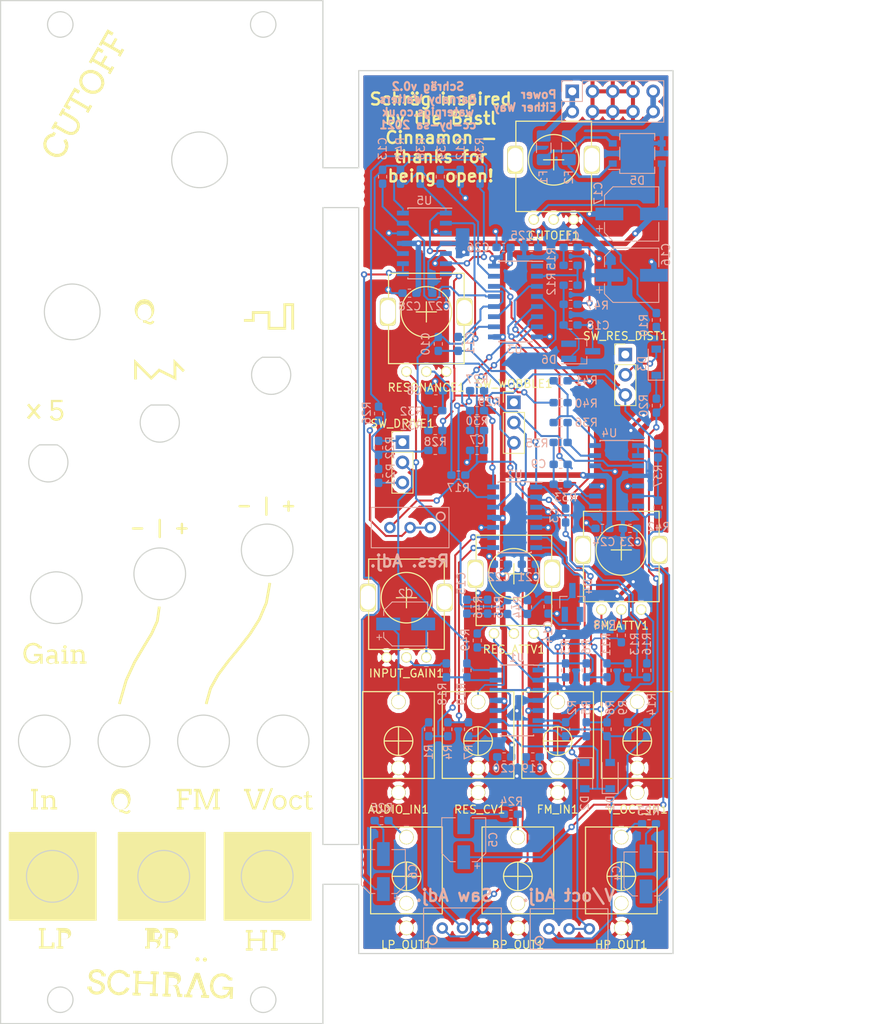
<source format=kicad_pcb>
(kicad_pcb (version 20171130) (host pcbnew "(5.0.1-3-g963ef8bb5)")
  (layers (0 F.Cu signal) (31 B.Cu signal) (34 B.Paste user) (35 F.Paste user) (36 B.SilkS user) (37 F.SilkS user hide) (38 B.Mask user) (39 F.Mask user) (44 Edge.Cuts user))
  (net 0 "")
  (net 1 GND)
  (net 2 "Net-(AUDIO_IN1-Pad3)")
  (net 3 "Net-(BP_OUT1-Pad3)")
  (net 4 "Net-(C1-Pad1)")
  (net 5 "Net-(C2-Pad2)")
  (net 6 "Net-(C3-Pad2)")
  (net 7 "/Filter Core/RES_CV")
  (net 8 "Net-(C4-Pad2)")
  (net 9 "/Filter Core/HP_OUT")
  (net 10 "/Filter Core/BP_OUT")
  (net 11 "Net-(C5-Pad2)")
  (net 12 "Net-(C6-Pad2)")
  (net 13 "/Filter Core/LP_OUT")
  (net 14 "Net-(C7-Pad1)")
  (net 15 "Net-(C8-Pad1)")
  (net 16 "Net-(C9-Pad1)")
  (net 17 "Net-(C9-Pad2)")
  (net 18 "/Filter Core/RES_MOD")
  (net 19 "Net-(C10-Pad2)")
  (net 20 "Net-(C11-Pad2)")
  (net 21 "Net-(C12-Pad1)")
  (net 22 "Net-(C13-Pad1)")
  (net 23 "Net-(C13-Pad2)")
  (net 24 5V_REF)
  (net 25 0.16V_REF)
  (net 26 +12V)
  (net 27 -12V)
  (net 28 -5V_REF)
  (net 29 "Net-(CUTOFF1-Pad2)")
  (net 30 "Net-(D1-Pad1)")
  (net 31 "Net-(D1-Pad2)")
  (net 32 "/Filter Core/FREQ_CV")
  (net 33 "Net-(D3-Pad1)")
  (net 34 "Net-(D3-Pad2)")
  (net 35 "Net-(D5-Pad1)")
  (net 36 "Net-(D5-Pad2)")
  (net 37 "Net-(F1-Pad2)")
  (net 38 "Net-(F2-Pad2)")
  (net 39 "Net-(FM_ATTV1-Pad1)")
  (net 40 "Net-(FM_ATTV1-Pad2)")
  (net 41 "Net-(FM_ATTV1-Pad3)")
  (net 42 "Net-(HP_OUT1-Pad3)")
  (net 43 "Net-(INPUT_GAIN1-Pad2)")
  (net 44 "Net-(LP_OUT1-Pad3)")
  (net 45 "Net-(R1-Pad1)")
  (net 46 "Net-(R1-Pad2)")
  (net 47 "Net-(R2-Pad1)")
  (net 48 "Net-(R3-Pad1)")
  (net 49 "Net-(R3-Pad2)")
  (net 50 "Net-(R4-Pad1)")
  (net 51 "Net-(R11-Pad2)")
  (net 52 "Net-(R9-Pad2)")
  (net 53 "Net-(R11-Pad1)")
  (net 54 "Net-(R12-Pad1)")
  (net 55 "Net-(R13-Pad1)")
  (net 56 "Net-(R14-Pad1)")
  (net 57 "Net-(R17-Pad2)")
  (net 58 "Net-(R18-Pad1)")
  (net 59 "Net-(R19-Pad1)")
  (net 60 "/Filter Core/AUDIO_IN")
  (net 61 "Net-(R21-Pad2)")
  (net 62 "Net-(R22-Pad2)")
  (net 63 "Net-(R26-Pad1)")
  (net 64 "Net-(R27-Pad2)")
  (net 65 "Net-(R27-Pad1)")
  (net 66 "Net-(R28-Pad1)")
  (net 67 "Net-(R29-Pad1)")
  (net 68 "Net-(R35-Pad1)")
  (net 69 "Net-(R36-Pad1)")
  (net 70 "Net-(R37-Pad1)")
  (net 71 "Net-(R38-Pad1)")
  (net 72 "Net-(RV_SAW_OCTAVE1-Pad1)")
  (net 73 "Net-(FM_IN1-Pad3)")
  (net 74 "Net-(R49-Pad1)")
  (net 75 "Net-(R49-Pad2)")
  (module Eurocad:Alpha9mmPot (layer F.Cu) (at 78 69)
    (fp_text reference FM_ATTV1 (at 0 9.5) (layer F.SilkS))
    (fp_text value 100k)
    (pad "" thru_hole roundrect (at -4.826 0) (size 2 3.5) (drill oval 1.8 3) (layers *.Cu *.Mask F.SilkS))
    (pad 1 thru_hole circle (at -2.5 7.5) (size 1.3 1.3) (drill 1) (layers *.Cu *.Mask F.SilkS) (net 39 "Net-(FM_ATTV1-Pad1)"))
    (pad 2 thru_hole circle (at 0 7.5) (size 1.3 1.3) (drill 1) (layers *.Cu *.Mask F.SilkS) (net 40 "Net-(FM_ATTV1-Pad2)"))
    (pad 3 thru_hole circle (at 2.5 7.5) (size 1.3 1.3) (drill 1) (layers *.Cu *.Mask F.SilkS) (net 41 "Net-(FM_ATTV1-Pad3)"))
    (pad "" thru_hole roundrect (at 4.8 0) (size 2 3.5) (drill oval 1.8 3) (layers *.Cu *.Mask F.SilkS))
  )
  (module Eurocad:Alpha9mmPot (layer F.Cu) (at 69.5 20)
    (fp_text reference CUTOFF1 (at 0 9.5) (layer F.SilkS))
    (fp_text value 100k)
    (pad "" thru_hole roundrect (at -4.826 0) (size 2 3.5) (drill oval 1.8 3) (layers *.Cu *.Mask F.SilkS))
    (pad 1 thru_hole circle (at -2.5 7.5) (size 1.3 1.3) (drill 1) (layers *.Cu *.Mask F.SilkS) (net 27 -12V))
    (pad 2 thru_hole circle (at 0 7.5) (size 1.3 1.3) (drill 1) (layers *.Cu *.Mask F.SilkS) (net 29 "Net-(CUTOFF1-Pad2)"))
    (pad 3 thru_hole circle (at 2.5 7.5) (size 1.3 1.3) (drill 1) (layers *.Cu *.Mask F.SilkS) (net 1 GND))
    (pad "" thru_hole roundrect (at 4.8 0) (size 2 3.5) (drill oval 1.8 3) (layers *.Cu *.Mask F.SilkS))
  )
  (module Eurocad:Alpha9mmPot (layer F.Cu) (at 51 75)
    (fp_text reference INPUT_GAIN1 (at 0 9.5) (layer F.SilkS))
    (fp_text value 100k)
    (pad "" thru_hole roundrect (at -4.826 0) (size 2 3.5) (drill oval 1.8 3) (layers *.Cu *.Mask F.SilkS))
    (pad 1 thru_hole circle (at -2.5 7.5) (size 1.3 1.3) (drill 1) (layers *.Cu *.Mask F.SilkS) (net 1 GND))
    (pad 2 thru_hole circle (at 0 7.5) (size 1.3 1.3) (drill 1) (layers *.Cu *.Mask F.SilkS) (net 43 "Net-(INPUT_GAIN1-Pad2)"))
    (pad 3 thru_hole circle (at 2.5 7.5) (size 1.3 1.3) (drill 1) (layers *.Cu *.Mask F.SilkS) (net 5 "Net-(C2-Pad2)"))
    (pad "" thru_hole roundrect (at 4.8 0) (size 2 3.5) (drill oval 1.8 3) (layers *.Cu *.Mask F.SilkS))
  )
  (module Eurocad:Alpha9mmPot (layer F.Cu) (at 64.5 72)
    (fp_text reference RES_ATTV1 (at 0 9.5) (layer F.SilkS))
    (fp_text value 100k)
    (pad "" thru_hole roundrect (at -4.826 0) (size 2 3.5) (drill oval 1.8 3) (layers *.Cu *.Mask F.SilkS))
    (pad 1 thru_hole circle (at -2.5 7.5) (size 1.3 1.3) (drill 1) (layers *.Cu *.Mask F.SilkS) (net 49 "Net-(R3-Pad2)"))
    (pad 2 thru_hole circle (at 0 7.5) (size 1.3 1.3) (drill 1) (layers *.Cu *.Mask F.SilkS) (net 74 "Net-(R49-Pad1)"))
    (pad 3 thru_hole circle (at 2.5 7.5) (size 1.3 1.3) (drill 1) (layers *.Cu *.Mask F.SilkS) (net 51 "Net-(R11-Pad2)"))
    (pad "" thru_hole roundrect (at 4.8 0) (size 2 3.5) (drill oval 1.8 3) (layers *.Cu *.Mask F.SilkS))
  )
  (module Eurocad:Alpha9mmPot (layer F.Cu) (at 53.5 39.1)
    (fp_text reference RESONANCE1 (at 0 9.5) (layer F.SilkS))
    (fp_text value 100k)
    (pad "" thru_hole roundrect (at -4.826 0) (size 2 3.5) (drill oval 1.8 3) (layers *.Cu *.Mask F.SilkS))
    (pad 1 thru_hole circle (at -2.5 7.5) (size 1.3 1.3) (drill 1) (layers *.Cu *.Mask F.SilkS) (net 24 5V_REF))
    (pad 2 thru_hole circle (at 0 7.5) (size 1.3 1.3) (drill 1) (layers *.Cu *.Mask F.SilkS) (net 57 "Net-(R17-Pad2)"))
    (pad 3 thru_hole circle (at 2.5 7.5) (size 1.3 1.3) (drill 1) (layers *.Cu *.Mask F.SilkS) (net 1 GND))
    (pad "" thru_hole roundrect (at 4.8 0) (size 2 3.5) (drill oval 1.8 3) (layers *.Cu *.Mask F.SilkS))
  )
  (module "Schraeg:Schraeg Panel Graphics Inkscape" (layer F.Cu) (at 20.6 64.5)
    (fp_text reference svg2mod hide)
    (fp_text value G*** hide)
  )
  (module Package_SO:SOIC-16_3.9x9.9mm_P1.27mm (layer B.Cu) (at 64.7 37.8 180)
    (fp_text reference U3 (at 0.1 -6 180) (layer B.SilkS) (effects (justify mirror)))
    (fp_text value V2164)
    (pad 1 smd rect (at -2.7 4.445 180) (size 1.5 0.6) (layers B.Cu B.Paste B.Mask))
    (pad 2 smd rect (at -2.7 3.175 180) (size 1.5 0.6) (layers B.Cu B.Paste B.Mask) (net 54 "Net-(R12-Pad1)"))
    (pad 3 smd rect (at -2.7 1.905 180) (size 1.5 0.6) (layers B.Cu B.Paste B.Mask) (net 7 "/Filter Core/RES_CV"))
    (pad 4 smd rect (at -2.7 0.635 180) (size 1.5 0.6) (layers B.Cu B.Paste B.Mask) (net 6 "Net-(C3-Pad2)"))
    (pad 5 smd rect (at -2.7 -0.635 180) (size 1.5 0.6) (layers B.Cu B.Paste B.Mask) (net 17 "Net-(C9-Pad2)"))
    (pad 6 smd rect (at -2.7 -1.905 180) (size 1.5 0.6) (layers B.Cu B.Paste B.Mask) (net 7 "/Filter Core/RES_CV"))
    (pad 7 smd rect (at -2.7 -3.175 180) (size 1.5 0.6) (layers B.Cu B.Paste B.Mask) (net 67 "Net-(R29-Pad1)"))
    (pad 8 smd rect (at -2.7 -4.445 180) (size 1.5 0.6) (layers B.Cu B.Paste B.Mask) (net 1 GND))
    (pad 9 smd rect (at 2.7 -4.445 180) (size 1.5 0.6) (layers B.Cu B.Paste B.Mask) (net 27 -12V))
    (pad 10 smd rect (at 2.7 -3.175 180) (size 1.5 0.6) (layers B.Cu B.Paste B.Mask) (net 19 "Net-(C10-Pad2)"))
    (pad 11 smd rect (at 2.7 -1.905 180) (size 1.5 0.6) (layers B.Cu B.Paste B.Mask) (net 32 "/Filter Core/FREQ_CV"))
    (pad 12 smd rect (at 2.7 -0.635 180) (size 1.5 0.6) (layers B.Cu B.Paste B.Mask) (net 20 "Net-(C11-Pad2)"))
    (pad 13 smd rect (at 2.7 0.635 180) (size 1.5 0.6) (layers B.Cu B.Paste B.Mask) (net 23 "Net-(C13-Pad2)"))
    (pad 14 smd rect (at 2.7 1.905 180) (size 1.5 0.6) (layers B.Cu B.Paste B.Mask) (net 32 "/Filter Core/FREQ_CV"))
    (pad 15 smd rect (at 2.7 3.175 180) (size 1.5 0.6) (layers B.Cu B.Paste B.Mask) (net 71 "Net-(R38-Pad1)"))
    (pad 16 smd rect (at 2.7 4.445 180) (size 1.5 0.6) (layers B.Cu B.Paste B.Mask) (net 26 +12V))
  )
  (module Eurocad:PJ301M-12 (layer F.Cu) (at 50 93)
    (fp_text reference AUDIO_IN1 (at 0 8.6) (layer F.SilkS))
    (fp_text value PJ301M-12)
    (pad 2 thru_hole circle (at 0 3.38) (size 1.8 1.8) (drill 1.6) (layers *.Cu *.Mask F.SilkS) (net 1 GND))
    (pad 1 thru_hole circle (at 0 6.48) (size 1.8 1.8) (drill 1.6) (layers *.Cu *.Mask F.SilkS) (net 1 GND))
    (pad 3 thru_hole circle (at 0 -4.92) (size 1.8 1.8) (drill 1.6) (layers *.Cu *.Mask F.SilkS) (net 2 "Net-(AUDIO_IN1-Pad3)"))
  )
  (module Eurocad:PJ301M-12 (layer F.Cu) (at 65 110)
    (fp_text reference BP_OUT1 (at 0 8.6) (layer F.SilkS))
    (fp_text value PJ301M-12)
    (pad 3 thru_hole circle (at 0 -4.92) (size 1.8 1.8) (drill 1.6) (layers *.Cu *.Mask F.SilkS) (net 3 "Net-(BP_OUT1-Pad3)"))
    (pad 1 thru_hole circle (at 0 6.48) (size 1.8 1.8) (drill 1.6) (layers *.Cu *.Mask F.SilkS) (net 1 GND))
    (pad 2 thru_hole circle (at 0 3.38) (size 1.8 1.8) (drill 1.6) (layers *.Cu *.Mask F.SilkS))
  )
  (module Capacitor_SMD:C_0603_1608Metric_Pad1.05x0.95mm_HandSolder (layer B.Cu) (at 71.625 31)
    (fp_text reference C1 (at 0.175 -1.4) (layer B.SilkS) (effects (justify mirror)))
    (fp_text value 560pF)
    (pad 1 smd roundrect (at -0.875 0) (size 1.05 0.95) (layers B.Cu B.Paste B.Mask) (net 4 "Net-(C1-Pad1)"))
    (pad 2 smd roundrect (at 0.875 0) (size 1.05 0.95) (layers B.Cu B.Paste B.Mask) (net 1 GND))
  )
  (module Capacitor_SMD:CP_Elec_5x4.5 (layer B.Cu) (at 50.9 78.3)
    (fp_text reference C2 (at 0 -3.8) (layer B.SilkS) (effects (justify mirror)))
    (fp_text value 10uF)
    (pad 1 smd rect (at -2.2 0) (size 3 1.6) (layers B.Cu B.Paste B.Mask) (net 2 "Net-(AUDIO_IN1-Pad3)"))
    (pad 2 smd rect (at 2.2 0) (size 3 1.6) (layers B.Cu B.Paste B.Mask) (net 5 "Net-(C2-Pad2)"))
  )
  (module Capacitor_SMD:C_0603_1608Metric_Pad1.05x0.95mm_HandSolder (layer B.Cu) (at 71 64.675 270)
    (fp_text reference C3 (at 0 1.43 270) (layer B.SilkS) (effects (justify mirror)))
    (fp_text value 100pF)
    (pad 2 smd roundrect (at 0.875 0 270) (size 1.05 0.95) (layers B.Cu B.Paste B.Mask) (net 6 "Net-(C3-Pad2)"))
    (pad 1 smd roundrect (at -0.875 0 270) (size 1.05 0.95) (layers B.Cu B.Paste B.Mask) (net 7 "/Filter Core/RES_CV"))
  )
  (module Capacitor_SMD:CP_Elec_5x4.5 (layer B.Cu) (at 81.1 109.7 90)
    (fp_text reference C4 (at 0.1 -3.7 90) (layer B.SilkS) (effects (justify mirror)))
    (fp_text value 10uF)
    (pad 2 smd rect (at 2.2 0 90) (size 3 1.6) (layers B.Cu B.Paste B.Mask) (net 8 "Net-(C4-Pad2)"))
    (pad 1 smd rect (at -2.2 0 90) (size 3 1.6) (layers B.Cu B.Paste B.Mask) (net 9 "/Filter Core/HP_OUT"))
  )
  (module Capacitor_SMD:CP_Elec_5x4.5 (layer B.Cu) (at 58.2 105.4 90)
    (fp_text reference C5 (at 0 3.7 90) (layer B.SilkS) (effects (justify mirror)))
    (fp_text value 10uF)
    (pad 1 smd rect (at -2.2 0 90) (size 3 1.6) (layers B.Cu B.Paste B.Mask) (net 10 "/Filter Core/BP_OUT"))
    (pad 2 smd rect (at 2.2 0 90) (size 3 1.6) (layers B.Cu B.Paste B.Mask) (net 11 "Net-(C5-Pad2)"))
  )
  (module Capacitor_SMD:CP_Elec_5x4.5 (layer B.Cu) (at 48.1 109.4 90)
    (fp_text reference C6 (at 0 3.7 90) (layer B.SilkS) (effects (justify mirror)))
    (fp_text value 10uF)
    (pad 2 smd rect (at 2.2 0 90) (size 3 1.6) (layers B.Cu B.Paste B.Mask) (net 12 "Net-(C6-Pad2)"))
    (pad 1 smd rect (at -2.2 0 90) (size 3 1.6) (layers B.Cu B.Paste B.Mask) (net 13 "/Filter Core/LP_OUT"))
  )
  (module Capacitor_SMD:C_0603_1608Metric_Pad1.05x0.95mm_HandSolder (layer B.Cu) (at 59.875 56.5 180)
    (fp_text reference C7 (at 0 1.3 180) (layer B.SilkS) (effects (justify mirror)))
    (fp_text value 560pF)
    (pad 2 smd roundrect (at 0.875 0 180) (size 1.05 0.95) (layers B.Cu B.Paste B.Mask) (net 1 GND))
    (pad 1 smd roundrect (at -0.875 0 180) (size 1.05 0.95) (layers B.Cu B.Paste B.Mask) (net 14 "Net-(C7-Pad1)"))
  )
  (module Capacitor_SMD:C_0603_1608Metric_Pad1.05x0.95mm_HandSolder (layer B.Cu) (at 54.69781 49 180)
    (fp_text reference C8 (at 2.69781 0 180) (layer B.SilkS) (effects (justify mirror)))
    (fp_text value 560pF)
    (pad 1 smd roundrect (at -0.875 0 180) (size 1.05 0.95) (layers B.Cu B.Paste B.Mask) (net 15 "Net-(C8-Pad1)"))
    (pad 2 smd roundrect (at 0.875 0 180) (size 1.05 0.95) (layers B.Cu B.Paste B.Mask) (net 1 GND))
  )
  (module Capacitor_SMD:C_0603_1608Metric_Pad1.05x0.95mm_HandSolder (layer B.Cu) (at 70.375 58.25)
    (fp_text reference C9 (at -2.775 -0.05) (layer B.SilkS) (effects (justify mirror)))
    (fp_text value 100pF)
    (pad 1 smd roundrect (at -0.875 0) (size 1.05 0.95) (layers B.Cu B.Paste B.Mask) (net 16 "Net-(C9-Pad1)"))
    (pad 2 smd roundrect (at 0.875 0) (size 1.05 0.95) (layers B.Cu B.Paste B.Mask) (net 17 "Net-(C9-Pad2)"))
  )
  (module Capacitor_SMD:C_0603_1608Metric_Pad1.05x0.95mm_HandSolder (layer B.Cu) (at 55 43.125 90)
    (fp_text reference C10 (at 0 -1.6 90) (layer B.SilkS) (effects (justify mirror)))
    (fp_text value 220pF)
    (pad 1 smd roundrect (at -0.875 0 90) (size 1.05 0.95) (layers B.Cu B.Paste B.Mask) (net 18 "/Filter Core/RES_MOD"))
    (pad 2 smd roundrect (at 0.875 0 90) (size 1.05 0.95) (layers B.Cu B.Paste B.Mask) (net 19 "Net-(C10-Pad2)"))
  )
  (module Capacitor_SMD:C_0603_1608Metric_Pad1.05x0.95mm_HandSolder (layer B.Cu) (at 57.5 43.125 90)
    (fp_text reference C11 (at 0.125 1.5 90) (layer B.SilkS) (effects (justify mirror)))
    (fp_text value 220pF)
    (pad 2 smd roundrect (at 0.875 0 90) (size 1.05 0.95) (layers B.Cu B.Paste B.Mask) (net 20 "Net-(C11-Pad2)"))
    (pad 1 smd roundrect (at -0.875 0 90) (size 1.05 0.95) (layers B.Cu B.Paste B.Mask) (net 18 "/Filter Core/RES_MOD"))
  )
  (module Capacitor_SMD:C_0603_1608Metric_Pad1.05x0.95mm_HandSolder (layer B.Cu) (at 57.75 22.125 270)
    (fp_text reference C12 (at -3.525 -0.05 270) (layer B.SilkS) (effects (justify mirror)))
    (fp_text value 560pF)
    (pad 2 smd roundrect (at 0.875 0 270) (size 1.05 0.95) (layers B.Cu B.Paste B.Mask) (net 1 GND))
    (pad 1 smd roundrect (at -0.875 0 270) (size 1.05 0.95) (layers B.Cu B.Paste B.Mask) (net 21 "Net-(C12-Pad1)"))
  )
  (module Capacitor_SMD:C_0603_1608Metric_Pad1.05x0.95mm_HandSolder (layer B.Cu) (at 48 22.125 270)
    (fp_text reference C13 (at -3.525 0 270) (layer B.SilkS) (effects (justify mirror)))
    (fp_text value 220pF)
    (pad 1 smd roundrect (at -0.875 0 270) (size 1.05 0.95) (layers B.Cu B.Paste B.Mask) (net 22 "Net-(C13-Pad1)"))
    (pad 2 smd roundrect (at 0.875 0 270) (size 1.05 0.95) (layers B.Cu B.Paste B.Mask) (net 23 "Net-(C13-Pad2)"))
  )
  (module Capacitor_SMD:C_0603_1608Metric_Pad1.05x0.95mm_HandSolder (layer B.Cu) (at 68.8 76.125 270)
    (fp_text reference C14 (at 3.175 0 90) (layer B.SilkS) (effects (justify mirror)))
    (fp_text value 220n)
    (pad 1 smd roundrect (at -0.875 0 270) (size 1.05 0.95) (layers B.Cu B.Paste B.Mask) (net 24 5V_REF))
    (pad 2 smd roundrect (at 0.875 0 270) (size 1.05 0.95) (layers B.Cu B.Paste B.Mask) (net 1 GND))
  )
  (module Capacitor_SMD:C_0603_1608Metric_Pad1.05x0.95mm_HandSolder (layer B.Cu) (at 58.6 76.125 90)
    (fp_text reference C15 (at 2.925 -0.7 90) (layer B.SilkS) (effects (justify mirror)))
    (fp_text value 220n)
    (pad 2 smd roundrect (at 0.875 0 90) (size 1.05 0.95) (layers B.Cu B.Paste B.Mask) (net 1 GND))
    (pad 1 smd roundrect (at -0.875 0 90) (size 1.05 0.95) (layers B.Cu B.Paste B.Mask) (net 25 0.16V_REF))
  )
  (module Capacitor_SMD:CP_Elec_6.3x5.4 (layer B.Cu) (at 79.3 34.5)
    (fp_text reference C16 (at 4.3 -2.6 90) (layer B.SilkS) (effects (justify mirror)))
    (fp_text value 22uF)
    (pad 1 smd rect (at -2.8 0) (size 3.5 1.6) (layers B.Cu B.Paste B.Mask) (net 26 +12V))
    (pad 2 smd rect (at 2.8 0) (size 3.5 1.6) (layers B.Cu B.Paste B.Mask) (net 1 GND))
  )
  (module Capacitor_SMD:CP_Elec_6.3x5.4 (layer B.Cu) (at 79.3 26.8)
    (fp_text reference C17 (at -4.2 -2.6 90) (layer B.SilkS) (effects (justify mirror)))
    (fp_text value 22uF)
    (pad 2 smd rect (at 2.8 0) (size 3.5 1.6) (layers B.Cu B.Paste B.Mask) (net 27 -12V))
    (pad 1 smd rect (at -2.8 0) (size 3.5 1.6) (layers B.Cu B.Paste B.Mask) (net 1 GND))
  )
  (module Capacitor_SMD:C_0603_1608Metric_Pad1.05x0.95mm_HandSolder (layer B.Cu) (at 71.625 40.75)
    (fp_text reference C18 (at 3.475 0.05) (layer B.SilkS) (effects (justify mirror)))
    (fp_text value 220n)
    (pad 1 smd roundrect (at -0.875 0) (size 1.05 0.95) (layers B.Cu B.Paste B.Mask) (net 28 -5V_REF))
    (pad 2 smd roundrect (at 0.875 0) (size 1.05 0.95) (layers B.Cu B.Paste B.Mask) (net 1 GND))
  )
  (module Capacitor_SMD:C_0603_1608Metric_Pad1.05x0.95mm_HandSolder (layer B.Cu) (at 66.875 95)
    (fp_text reference C19 (at 0 1.43) (layer B.SilkS) (effects (justify mirror)))
    (fp_text value 100n)
    (pad 2 smd roundrect (at 0.875 0) (size 1.05 0.95) (layers B.Cu B.Paste B.Mask) (net 1 GND))
    (pad 1 smd roundrect (at -0.875 0) (size 1.05 0.95) (layers B.Cu B.Paste B.Mask) (net 26 +12V))
  )
  (module Capacitor_SMD:C_0603_1608Metric_Pad1.05x0.95mm_HandSolder (layer B.Cu) (at 63.275 95)
    (fp_text reference C20 (at 0 1.43) (layer B.SilkS) (effects (justify mirror)))
    (fp_text value 100n)
    (pad 1 smd roundrect (at -0.875 0) (size 1.05 0.95) (layers B.Cu B.Paste B.Mask) (net 1 GND))
    (pad 2 smd roundrect (at 0.875 0) (size 1.05 0.95) (layers B.Cu B.Paste B.Mask) (net 27 -12V))
  )
  (module Capacitor_SMD:C_0603_1608Metric_Pad1.05x0.95mm_HandSolder (layer B.Cu) (at 66.375 70.8)
    (fp_text reference C21 (at 0.025 1.6) (layer B.SilkS) (effects (justify mirror)))
    (fp_text value 100n)
    (pad 1 smd roundrect (at -0.875 0) (size 1.05 0.95) (layers B.Cu B.Paste B.Mask) (net 26 +12V))
    (pad 2 smd roundrect (at 0.875 0) (size 1.05 0.95) (layers B.Cu B.Paste B.Mask) (net 1 GND))
  )
  (module Capacitor_SMD:C_0603_1608Metric_Pad1.05x0.95mm_HandSolder (layer B.Cu) (at 62.875 70.8)
    (fp_text reference C22 (at -0.275 1.6) (layer B.SilkS) (effects (justify mirror)))
    (fp_text value 100n)
    (pad 2 smd roundrect (at 0.875 0) (size 1.05 0.95) (layers B.Cu B.Paste B.Mask) (net 27 -12V))
    (pad 1 smd roundrect (at -0.875 0) (size 1.05 0.95) (layers B.Cu B.Paste B.Mask) (net 1 GND))
  )
  (module Capacitor_SMD:C_0603_1608Metric_Pad1.05x0.95mm_HandSolder (layer B.Cu) (at 79.075 66.3)
    (fp_text reference C23 (at 0.125 1.7) (layer B.SilkS) (effects (justify mirror)))
    (fp_text value 100n)
    (pad 2 smd roundrect (at 0.875 0) (size 1.05 0.95) (layers B.Cu B.Paste B.Mask) (net 1 GND))
    (pad 1 smd roundrect (at -0.875 0) (size 1.05 0.95) (layers B.Cu B.Paste B.Mask) (net 26 +12V))
  )
  (module Capacitor_SMD:C_0603_1608Metric_Pad1.05x0.95mm_HandSolder (layer B.Cu) (at 75.625 66.3)
    (fp_text reference C24 (at 0.175 1.7) (layer B.SilkS) (effects (justify mirror)))
    (fp_text value 100n)
    (pad 1 smd roundrect (at -0.875 0) (size 1.05 0.95) (layers B.Cu B.Paste B.Mask) (net 1 GND))
    (pad 2 smd roundrect (at 0.875 0) (size 1.05 0.95) (layers B.Cu B.Paste B.Mask) (net 27 -12V))
  )
  (module Capacitor_SMD:C_0603_1608Metric_Pad1.05x0.95mm_HandSolder (layer B.Cu) (at 66.675 31)
    (fp_text reference C25 (at -1.175 -1.5 180) (layer B.SilkS) (effects (justify mirror)))
    (fp_text value 100n)
    (pad 2 smd roundrect (at 0.875 0) (size 1.05 0.95) (layers B.Cu B.Paste B.Mask) (net 1 GND))
    (pad 1 smd roundrect (at -0.875 0) (size 1.05 0.95) (layers B.Cu B.Paste B.Mask) (net 26 +12V))
  )
  (module Capacitor_SMD:C_0603_1608Metric_Pad1.05x0.95mm_HandSolder (layer B.Cu) (at 63.2 31)
    (fp_text reference C26 (at -3.2 0 180) (layer B.SilkS) (effects (justify mirror)))
    (fp_text value 100n)
    (pad 1 smd roundrect (at -0.875 0) (size 1.05 0.95) (layers B.Cu B.Paste B.Mask) (net 1 GND))
    (pad 2 smd roundrect (at 0.875 0) (size 1.05 0.95) (layers B.Cu B.Paste B.Mask) (net 27 -12V))
  )
  (module Capacitor_SMD:C_0603_1608Metric_Pad1.05x0.95mm_HandSolder (layer B.Cu) (at 55.125 36.75)
    (fp_text reference C27 (at 0 1.65) (layer B.SilkS) (effects (justify mirror)))
    (fp_text value 100n)
    (pad 2 smd roundrect (at 0.875 0) (size 1.05 0.95) (layers B.Cu B.Paste B.Mask) (net 1 GND))
    (pad 1 smd roundrect (at -0.875 0) (size 1.05 0.95) (layers B.Cu B.Paste B.Mask) (net 26 +12V))
  )
  (module Capacitor_SMD:C_0603_1608Metric_Pad1.05x0.95mm_HandSolder (layer B.Cu) (at 51.375 36.75)
    (fp_text reference C28 (at 0.025 1.65) (layer B.SilkS) (effects (justify mirror)))
    (fp_text value 100n)
    (pad 2 smd roundrect (at 0.875 0) (size 1.05 0.95) (layers B.Cu B.Paste B.Mask) (net 27 -12V))
    (pad 1 smd roundrect (at -0.875 0) (size 1.05 0.95) (layers B.Cu B.Paste B.Mask) (net 1 GND))
  )
  (module Diode_SMD:D_SOD-123 (layer B.Cu) (at 76.6 97.35 90)
    (fp_text reference D1 (at -3.45 0 90) (layer B.SilkS) (effects (justify mirror)))
    (fp_text value D_Small)
    (pad 1 smd rect (at -1.65 0 90) (size 0.9 1.2) (layers B.Cu B.Paste B.Mask) (net 30 "Net-(D1-Pad1)"))
    (pad 2 smd rect (at 1.65 0 90) (size 0.9 1.2) (layers B.Cu B.Paste B.Mask) (net 31 "Net-(D1-Pad2)"))
  )
  (module Diode_SMD:D_SOD-123 (layer B.Cu) (at 73.4 97.35 270)
    (fp_text reference D2 (at 3.45 0 270) (layer B.SilkS) (effects (justify mirror)))
    (fp_text value D_Small)
    (pad 2 smd rect (at 1.65 0 270) (size 0.9 1.2) (layers B.Cu B.Paste B.Mask) (net 30 "Net-(D1-Pad1)"))
    (pad 1 smd rect (at -1.65 0 270) (size 0.9 1.2) (layers B.Cu B.Paste B.Mask) (net 32 "/Filter Core/FREQ_CV"))
  )
  (module Diode_SMD:D_SOD-123 (layer B.Cu) (at 82.383365 45.424999 90)
    (fp_text reference D3 (at -0.175001 -1.783365 90) (layer B.SilkS) (effects (justify mirror)))
    (fp_text value 5V)
    (pad 1 smd rect (at -1.65 0 90) (size 0.9 1.2) (layers B.Cu B.Paste B.Mask) (net 33 "Net-(D3-Pad1)"))
    (pad 2 smd rect (at 1.65 0 90) (size 0.9 1.2) (layers B.Cu B.Paste B.Mask) (net 34 "Net-(D3-Pad2)"))
  )
  (module Package_TO_SOT_SMD:TO-269AA (layer B.Cu) (at 80 19.2)
    (fp_text reference D5 (at 0 3.4) (layer B.SilkS) (effects (justify mirror)))
    (fp_text value MB2S)
    (pad 1 smd rect (at -3.075 1.27) (size 1 0.8) (layers B.Cu B.Paste B.Mask) (net 35 "Net-(D5-Pad1)"))
    (pad 2 smd rect (at -3.075 -1.27) (size 1 0.8) (layers B.Cu B.Paste B.Mask) (net 36 "Net-(D5-Pad2)"))
    (pad 3 smd rect (at 3.075 -1.27) (size 1 0.8) (layers B.Cu B.Paste B.Mask) (net 26 +12V))
    (pad 4 smd rect (at 3.075 1.27) (size 1 0.8) (layers B.Cu B.Paste B.Mask) (net 27 -12V))
  )
  (module Fuse:Fuse_1206_3216Metric_Pad1.42x1.75mm_HandSolder (layer B.Cu) (at 68.25 18.4875 90)
    (fp_text reference F1 (at -3.7125 -0.05 90) (layer B.SilkS) (effects (justify mirror)))
    (fp_text value Polyfuse)
    (pad 2 smd roundrect (at 1.4875 0 90) (size 1.425 1.75) (layers B.Cu B.Paste B.Mask) (roundrect_rratio 0.175439) (net 37 "Net-(F1-Pad2)"))
    (pad 1 smd roundrect (at -1.4875 0 90) (size 1.425 1.75) (layers B.Cu B.Paste B.Mask) (roundrect_rratio 0.175439) (net 36 "Net-(D5-Pad2)"))
  )
  (module Fuse:Fuse_1206_3216Metric_Pad1.42x1.75mm_HandSolder (layer B.Cu) (at 71.4 18.4875 90)
    (fp_text reference F2 (at -3.7125 0 90) (layer B.SilkS) (effects (justify mirror)))
    (fp_text value Polyfuse)
    (pad 1 smd roundrect (at -1.4875 0 90) (size 1.425 1.75) (layers B.Cu B.Paste B.Mask) (roundrect_rratio 0.175439) (net 35 "Net-(D5-Pad1)"))
    (pad 2 smd roundrect (at 1.4875 0 90) (size 1.425 1.75) (layers B.Cu B.Paste B.Mask) (roundrect_rratio 0.175439) (net 38 "Net-(F2-Pad2)"))
  )
  (module Eurocad:PJ301M-12 (layer F.Cu) (at 70 93)
    (fp_text reference FM_IN1 (at 0 8.6) (layer F.SilkS))
    (fp_text value PJ301M-12)
    (pad 3 thru_hole circle (at 0 -4.92) (size 1.8 1.8) (drill 1.6) (layers *.Cu *.Mask F.SilkS) (net 73 "Net-(FM_IN1-Pad3)"))
    (pad 1 thru_hole circle (at 0 6.48) (size 1.8 1.8) (drill 1.6) (layers *.Cu *.Mask F.SilkS) (net 1 GND))
    (pad 2 thru_hole circle (at 0 3.38) (size 1.8 1.8) (drill 1.6) (layers *.Cu *.Mask F.SilkS) (net 25 0.16V_REF))
  )
  (module Eurocad:PJ301M-12 (layer F.Cu) (at 78 110)
    (fp_text reference HP_OUT1 (at 0 8.6) (layer F.SilkS))
    (fp_text value PJ301M-12)
    (pad 2 thru_hole circle (at 0 3.38) (size 1.8 1.8) (drill 1.6) (layers *.Cu *.Mask F.SilkS))
    (pad 1 thru_hole circle (at 0 6.48) (size 1.8 1.8) (drill 1.6) (layers *.Cu *.Mask F.SilkS) (net 1 GND))
    (pad 3 thru_hole circle (at 0 -4.92) (size 1.8 1.8) (drill 1.6) (layers *.Cu *.Mask F.SilkS) (net 42 "Net-(HP_OUT1-Pad3)"))
  )
  (module Eurocad:PJ301M-12 (layer F.Cu) (at 51 110)
    (fp_text reference LP_OUT1 (at 0 8.6) (layer F.SilkS))
    (fp_text value PJ301M-12)
    (pad 2 thru_hole circle (at 0 3.38) (size 1.8 1.8) (drill 1.6) (layers *.Cu *.Mask F.SilkS))
    (pad 1 thru_hole circle (at 0 6.48) (size 1.8 1.8) (drill 1.6) (layers *.Cu *.Mask F.SilkS) (net 1 GND))
    (pad 3 thru_hole circle (at 0 -4.92) (size 1.8 1.8) (drill 1.6) (layers *.Cu *.Mask F.SilkS) (net 44 "Net-(LP_OUT1-Pad3)"))
  )
  (module Connector_PinHeader_2.54mm:PinHeader_2x05_P2.54mm_Vertical (layer B.Cu) (at 71.84 11.4 270)
    (fp_text reference PWR_IN1 hide)
    (fp_text value EURO_PWR_2x5)
    (pad 1 thru_hole rect (at 0 0 270) (size 1.7 1.7) (drill 1) (layers *.Cu *.Mask) (net 37 "Net-(F1-Pad2)"))
    (pad 2 thru_hole oval (at 2.54 0 270) (size 1.7 1.7) (drill 1) (layers *.Cu *.Mask) (net 37 "Net-(F1-Pad2)"))
    (pad 3 thru_hole oval (at 0 -2.54 270) (size 1.7 1.7) (drill 1) (layers *.Cu *.Mask) (net 1 GND))
    (pad 4 thru_hole oval (at 2.54 -2.54 270) (size 1.7 1.7) (drill 1) (layers *.Cu *.Mask) (net 1 GND))
    (pad 5 thru_hole oval (at 0 -5.08 270) (size 1.7 1.7) (drill 1) (layers *.Cu *.Mask) (net 1 GND))
    (pad 6 thru_hole oval (at 2.54 -5.08 270) (size 1.7 1.7) (drill 1) (layers *.Cu *.Mask) (net 1 GND))
    (pad 7 thru_hole oval (at 0 -7.62 270) (size 1.7 1.7) (drill 1) (layers *.Cu *.Mask) (net 1 GND))
    (pad 8 thru_hole oval (at 2.54 -7.62 270) (size 1.7 1.7) (drill 1) (layers *.Cu *.Mask) (net 1 GND))
    (pad 9 thru_hole oval (at 0 -10.16 270) (size 1.7 1.7) (drill 1) (layers *.Cu *.Mask) (net 38 "Net-(F2-Pad2)"))
    (pad 10 thru_hole oval (at 2.54 -10.16 270) (size 1.7 1.7) (drill 1) (layers *.Cu *.Mask) (net 38 "Net-(F2-Pad2)"))
  )
  (module Resistor_SMD:R_0603_1608Metric_Pad1.05x0.95mm_HandSolder (layer B.Cu) (at 53.8 91.525 90)
    (fp_text reference R1 (at -2.875 0 90) (layer B.SilkS) (effects (justify mirror)))
    (fp_text value 100k)
    (pad 1 smd roundrect (at -0.875 0 90) (size 1.05 0.95) (layers B.Cu B.Paste B.Mask) (net 45 "Net-(R1-Pad1)"))
    (pad 2 smd roundrect (at 0.875 0 90) (size 1.05 0.95) (layers B.Cu B.Paste B.Mask) (net 46 "Net-(R1-Pad2)"))
  )
  (module Resistor_SMD:R_0603_1608Metric_Pad1.05x0.95mm_HandSolder (layer B.Cu) (at 71 91.525 90)
    (fp_text reference R2 (at 2.725 0.8 270) (layer B.SilkS) (effects (justify mirror)))
    (fp_text value 100k)
    (pad 1 smd roundrect (at -0.875 0 90) (size 1.05 0.95) (layers B.Cu B.Paste B.Mask) (net 47 "Net-(R2-Pad1)"))
    (pad 2 smd roundrect (at 0.875 0 90) (size 1.05 0.95) (layers B.Cu B.Paste B.Mask) (net 39 "Net-(FM_ATTV1-Pad1)"))
  )
  (module Resistor_SMD:R_0603_1608Metric_Pad1.05x0.95mm_HandSolder (layer B.Cu) (at 71 84.125 270)
    (fp_text reference R3 (at -2.925 0 270) (layer B.SilkS) (effects (justify mirror)))
    (fp_text value 100k)
    (pad 1 smd roundrect (at -0.875 0 270) (size 1.05 0.95) (layers B.Cu B.Paste B.Mask) (net 48 "Net-(R3-Pad1)"))
    (pad 2 smd roundrect (at 0.875 0 270) (size 1.05 0.95) (layers B.Cu B.Paste B.Mask) (net 49 "Net-(R3-Pad2)"))
  )
  (module Resistor_SMD:R_0603_1608Metric_Pad1.05x0.95mm_HandSolder (layer B.Cu) (at 56.2 91.525 270)
    (fp_text reference R4 (at 2.875 0 270) (layer B.SilkS) (effects (justify mirror)))
    (fp_text value 100k)
    (pad 1 smd roundrect (at -0.875 0 270) (size 1.05 0.95) (layers B.Cu B.Paste B.Mask) (net 50 "Net-(R4-Pad1)"))
    (pad 2 smd roundrect (at 0.875 0 270) (size 1.05 0.95) (layers B.Cu B.Paste B.Mask) (net 45 "Net-(R1-Pad1)"))
  )
  (module Resistor_SMD:R_0603_1608Metric_Pad1.05x0.95mm_HandSolder (layer B.Cu) (at 73.6 91.525 270)
    (fp_text reference R5 (at -2.725 0 270) (layer B.SilkS) (effects (justify mirror)))
    (fp_text value 100k)
    (pad 2 smd roundrect (at 0.875 0 270) (size 1.05 0.95) (layers B.Cu B.Paste B.Mask) (net 47 "Net-(R2-Pad1)"))
    (pad 1 smd roundrect (at -0.875 0 270) (size 1.05 0.95) (layers B.Cu B.Paste B.Mask) (net 41 "Net-(FM_ATTV1-Pad3)"))
  )
  (module Resistor_SMD:R_0603_1608Metric_Pad1.05x0.95mm_HandSolder (layer B.Cu) (at 73.6 84.125 90)
    (fp_text reference R6 (at 2.925 0 90) (layer B.SilkS) (effects (justify mirror)))
    (fp_text value 100k)
    (pad 2 smd roundrect (at 0.875 0 90) (size 1.05 0.95) (layers B.Cu B.Paste B.Mask) (net 48 "Net-(R3-Pad1)"))
    (pad 1 smd roundrect (at -0.875 0 90) (size 1.05 0.95) (layers B.Cu B.Paste B.Mask) (net 51 "Net-(R11-Pad2)"))
  )
  (module Resistor_SMD:R_0603_1608Metric_Pad1.05x0.95mm_HandSolder (layer B.Cu) (at 58.8 91.525 90)
    (fp_text reference R7 (at -2.875 0 90) (layer B.SilkS) (effects (justify mirror)))
    (fp_text value 100k)
    (pad 2 smd roundrect (at 0.875 0 90) (size 1.05 0.95) (layers B.Cu B.Paste B.Mask) (net 50 "Net-(R4-Pad1)"))
    (pad 1 smd roundrect (at -0.875 0 90) (size 1.05 0.95) (layers B.Cu B.Paste B.Mask) (net 31 "Net-(D1-Pad2)"))
  )
  (module Resistor_SMD:R_0603_1608Metric_Pad1.05x0.95mm_HandSolder (layer B.Cu) (at 76.2 91.525 90)
    (fp_text reference R8 (at 2.725 0.4 90) (layer B.SilkS) (effects (justify mirror)))
    (fp_text value 100k)
    (pad 1 smd roundrect (at -0.875 0 90) (size 1.05 0.95) (layers B.Cu B.Paste B.Mask) (net 31 "Net-(D1-Pad2)"))
    (pad 2 smd roundrect (at 0.875 0 90) (size 1.05 0.95) (layers B.Cu B.Paste B.Mask) (net 41 "Net-(FM_ATTV1-Pad3)"))
  )
  (module Resistor_SMD:R_0603_1608Metric_Pad1.05x0.95mm_HandSolder (layer B.Cu) (at 78.8 91.525 90)
    (fp_text reference R9 (at 2.725 -0.6 90) (layer B.SilkS) (effects (justify mirror)))
    (fp_text value 100k)
    (pad 1 smd roundrect (at -0.875 0 90) (size 1.05 0.95) (layers B.Cu B.Paste B.Mask) (net 31 "Net-(D1-Pad2)"))
    (pad 2 smd roundrect (at 0.875 0 90) (size 1.05 0.95) (layers B.Cu B.Paste B.Mask) (net 52 "Net-(R9-Pad2)"))
  )
  (module Resistor_SMD:R_0603_1608Metric_Pad1.05x0.95mm_HandSolder (layer B.Cu) (at 82.4 40.125 90)
    (fp_text reference R10 (at -0.675 -1.6 90) (layer B.SilkS) (effects (justify mirror)))
    (fp_text value 100k)
    (pad 1 smd roundrect (at -0.875 0 90) (size 1.05 0.95) (layers B.Cu B.Paste B.Mask) (net 31 "Net-(D1-Pad2)"))
    (pad 2 smd roundrect (at 0.875 0 90) (size 1.05 0.95) (layers B.Cu B.Paste B.Mask) (net 29 "Net-(CUTOFF1-Pad2)"))
  )
  (module Resistor_SMD:R_0603_1608Metric_Pad1.05x0.95mm_HandSolder (layer B.Cu) (at 76.2 84.125 270)
    (fp_text reference R11 (at -3.225 0.1 270) (layer B.SilkS) (effects (justify mirror)))
    (fp_text value 100k)
    (pad 1 smd roundrect (at -0.875 0 270) (size 1.05 0.95) (layers B.Cu B.Paste B.Mask) (net 53 "Net-(R11-Pad1)"))
    (pad 2 smd roundrect (at 0.875 0 270) (size 1.05 0.95) (layers B.Cu B.Paste B.Mask) (net 51 "Net-(R11-Pad2)"))
  )
  (module Resistor_SMD:R_0603_1608Metric_Pad1.05x0.95mm_HandSolder (layer B.Cu) (at 71.625 35.75 180)
    (fp_text reference R12 (at 2.425 0.15 270) (layer B.SilkS) (effects (justify mirror)))
    (fp_text value 100k)
    (pad 2 smd roundrect (at 0.875 0 180) (size 1.05 0.95) (layers B.Cu B.Paste B.Mask) (net 28 -5V_REF))
    (pad 1 smd roundrect (at -0.875 0 180) (size 1.05 0.95) (layers B.Cu B.Paste B.Mask) (net 54 "Net-(R12-Pad1)"))
  )
  (module Resistor_SMD:R_0603_1608Metric_Pad1.05x0.95mm_HandSolder (layer B.Cu) (at 78.8 84.125 90)
    (fp_text reference R13 (at 3.325 0.9 90) (layer B.SilkS) (effects (justify mirror)))
    (fp_text value 100k)
    (pad 1 smd roundrect (at -0.875 0 90) (size 1.05 0.95) (layers B.Cu B.Paste B.Mask) (net 55 "Net-(R13-Pad1)"))
    (pad 2 smd roundrect (at 0.875 0 90) (size 1.05 0.95) (layers B.Cu B.Paste B.Mask) (net 53 "Net-(R11-Pad1)"))
  )
  (module Resistor_SMD:R_0603_1608Metric_Pad1.05x0.95mm_HandSolder (layer B.Cu) (at 81.2 91.525 90)
    (fp_text reference R14 (at 3.125 0.6 90) (layer B.SilkS) (effects (justify mirror)))
    (fp_text value 15K)
    (pad 1 smd roundrect (at -0.875 0 90) (size 1.05 0.95) (layers B.Cu B.Paste B.Mask) (net 56 "Net-(R14-Pad1)"))
    (pad 2 smd roundrect (at 0.875 0 90) (size 1.05 0.95) (layers B.Cu B.Paste B.Mask) (net 31 "Net-(D1-Pad2)"))
  )
  (module Resistor_SMD:R_0603_1608Metric_Pad1.05x0.95mm_HandSolder (layer B.Cu) (at 71.625 33.25)
    (fp_text reference R15 (at -2.425 -0.85 90) (layer B.SilkS) (effects (justify mirror)))
    (fp_text value 470R)
    (pad 2 smd roundrect (at 0.875 0) (size 1.05 0.95) (layers B.Cu B.Paste B.Mask) (net 54 "Net-(R12-Pad1)"))
    (pad 1 smd roundrect (at -0.875 0) (size 1.05 0.95) (layers B.Cu B.Paste B.Mask) (net 4 "Net-(C1-Pad1)"))
  )
  (module Resistor_SMD:R_0603_1608Metric_Pad1.05x0.95mm_HandSolder (layer B.Cu) (at 81.2 84.125 270)
    (fp_text reference R16 (at -3.325 0 270) (layer B.SilkS) (effects (justify mirror)))
    (fp_text value 100k)
    (pad 2 smd roundrect (at 0.875 0 270) (size 1.05 0.95) (layers B.Cu B.Paste B.Mask) (net 55 "Net-(R13-Pad1)"))
    (pad 1 smd roundrect (at -0.875 0 270) (size 1.05 0.95) (layers B.Cu B.Paste B.Mask) (net 6 "Net-(C3-Pad2)"))
  )
  (module Resistor_SMD:R_0603_1608Metric_Pad1.05x0.95mm_HandSolder (layer B.Cu) (at 57.525 59.6 180)
    (fp_text reference R17 (at 0 -1.6 180) (layer B.SilkS) (effects (justify mirror)))
    (fp_text value 100k)
    (pad 2 smd roundrect (at 0.875 0 180) (size 1.05 0.95) (layers B.Cu B.Paste B.Mask) (net 57 "Net-(R17-Pad2)"))
    (pad 1 smd roundrect (at -0.875 0 180) (size 1.05 0.95) (layers B.Cu B.Paste B.Mask) (net 6 "Net-(C3-Pad2)"))
  )
  (module Resistor_SMD:R_0603_1608Metric_Pad1.05x0.95mm_HandSolder (layer B.Cu) (at 56 84.125 90)
    (fp_text reference R18 (at -2.975 -0.5 90) (layer B.SilkS) (effects (justify mirror)))
    (fp_text value 22k)
    (pad 2 smd roundrect (at 0.875 0 90) (size 1.05 0.95) (layers B.Cu B.Paste B.Mask) (net 43 "Net-(INPUT_GAIN1-Pad2)"))
    (pad 1 smd roundrect (at -0.875 0 90) (size 1.05 0.95) (layers B.Cu B.Paste B.Mask) (net 58 "Net-(R18-Pad1)"))
  )
  (module Resistor_SMD:R_0603_1608Metric_Pad1.05x0.95mm_HandSolder (layer B.Cu) (at 58.6 84.125 270)
    (fp_text reference R19 (at 2.975 0.7 270) (layer B.SilkS) (effects (justify mirror)))
    (fp_text value 47k)
    (pad 2 smd roundrect (at 0.875 0 270) (size 1.05 0.95) (layers B.Cu B.Paste B.Mask) (net 58 "Net-(R18-Pad1)"))
    (pad 1 smd roundrect (at -0.875 0 270) (size 1.05 0.95) (layers B.Cu B.Paste B.Mask) (net 59 "Net-(R19-Pad1)"))
  )
  (module Resistor_SMD:R_0603_1608Metric_Pad1.05x0.95mm_HandSolder (layer B.Cu) (at 82.4 50.875 90)
    (fp_text reference R20 (at 0 -1.6 90) (layer B.SilkS) (effects (justify mirror)))
    (fp_text value 100k)
    (pad 1 smd roundrect (at -0.875 0 90) (size 1.05 0.95) (layers B.Cu B.Paste B.Mask) (net 31 "Net-(D1-Pad2)"))
    (pad 2 smd roundrect (at 0.875 0 90) (size 1.05 0.95) (layers B.Cu B.Paste B.Mask) (net 33 "Net-(D3-Pad1)"))
  )
  (module Resistor_SMD:R_0603_1608Metric_Pad1.05x0.95mm_HandSolder (layer B.Cu) (at 47.5 59.7 270)
    (fp_text reference R21 (at -0.134009 -1.5 270) (layer B.SilkS) (effects (justify mirror)))
    (fp_text value 10k)
    (pad 1 smd roundrect (at -0.875 0 270) (size 1.05 0.95) (layers B.Cu B.Paste B.Mask) (net 60 "/Filter Core/AUDIO_IN"))
    (pad 2 smd roundrect (at 0.875 0 270) (size 1.05 0.95) (layers B.Cu B.Paste B.Mask) (net 61 "Net-(R21-Pad2)"))
  )
  (module Resistor_SMD:R_0603_1608Metric_Pad1.05x0.95mm_HandSolder (layer B.Cu) (at 47.5 56.175 90)
    (fp_text reference R22 (at 0 1.43 90) (layer B.SilkS) (effects (justify mirror)))
    (fp_text value 47k)
    (pad 2 smd roundrect (at 0.875 0 90) (size 1.05 0.95) (layers B.Cu B.Paste B.Mask) (net 62 "Net-(R22-Pad2)"))
    (pad 1 smd roundrect (at -0.875 0 90) (size 1.05 0.95) (layers B.Cu B.Paste B.Mask) (net 60 "/Filter Core/AUDIO_IN"))
  )
  (module Resistor_SMD:R_0603_1608Metric_Pad1.05x0.95mm_HandSolder (layer B.Cu) (at 81.475 103.4)
    (fp_text reference R23 (at -0.075 -1.6) (layer B.SilkS) (effects (justify mirror)))
    (fp_text value 1K)
    (pad 1 smd roundrect (at -0.875 0) (size 1.05 0.95) (layers B.Cu B.Paste B.Mask) (net 42 "Net-(HP_OUT1-Pad3)"))
    (pad 2 smd roundrect (at 0.875 0) (size 1.05 0.95) (layers B.Cu B.Paste B.Mask) (net 8 "Net-(C4-Pad2)"))
  )
  (module Resistor_SMD:R_0603_1608Metric_Pad1.05x0.95mm_HandSolder (layer B.Cu) (at 64.125 102.2 180)
    (fp_text reference R24 (at -0.075 1.6 180) (layer B.SilkS) (effects (justify mirror)))
    (fp_text value 1K)
    (pad 1 smd roundrect (at -0.875 0 180) (size 1.05 0.95) (layers B.Cu B.Paste B.Mask) (net 3 "Net-(BP_OUT1-Pad3)"))
    (pad 2 smd roundrect (at 0.875 0 180) (size 1.05 0.95) (layers B.Cu B.Paste B.Mask) (net 11 "Net-(C5-Pad2)"))
  )
  (module Resistor_SMD:R_0603_1608Metric_Pad1.05x0.95mm_HandSolder (layer B.Cu) (at 47.875 103 180)
    (fp_text reference R25 (at 0 1.6 180) (layer B.SilkS) (effects (justify mirror)))
    (fp_text value 1K)
    (pad 1 smd roundrect (at -0.875 0 180) (size 1.05 0.95) (layers B.Cu B.Paste B.Mask) (net 44 "Net-(LP_OUT1-Pad3)"))
    (pad 2 smd roundrect (at 0.875 0 180) (size 1.05 0.95) (layers B.Cu B.Paste B.Mask) (net 12 "Net-(C6-Pad2)"))
  )
  (module Resistor_SMD:R_0603_1608Metric_Pad1.05x0.95mm_HandSolder (layer B.Cu) (at 47.5 51.875 90)
    (fp_text reference R26 (at 0.075 -1.5 90) (layer B.SilkS) (effects (justify mirror)))
    (fp_text value 330K)
    (pad 2 smd roundrect (at 0.875 0 90) (size 1.05 0.95) (layers B.Cu B.Paste B.Mask) (net 60 "/Filter Core/AUDIO_IN"))
    (pad 1 smd roundrect (at -0.875 0 90) (size 1.05 0.95) (layers B.Cu B.Paste B.Mask) (net 63 "Net-(R26-Pad1)"))
  )
  (module Resistor_SMD:R_0603_1608Metric_Pad1.05x0.95mm_HandSolder (layer B.Cu) (at 59.875 49 180)
    (fp_text reference R27 (at 0 1.43 180) (layer B.SilkS) (effects (justify mirror)))
    (fp_text value 33k)
    (pad 2 smd roundrect (at 0.875 0 180) (size 1.05 0.95) (layers B.Cu B.Paste B.Mask) (net 64 "Net-(R27-Pad2)"))
    (pad 1 smd roundrect (at -0.875 0 180) (size 1.05 0.95) (layers B.Cu B.Paste B.Mask) (net 65 "Net-(R27-Pad1)"))
  )
  (module Resistor_SMD:R_0603_1608Metric_Pad1.05x0.95mm_HandSolder (layer B.Cu) (at 54.625 56.5 180)
    (fp_text reference R28 (at 0 1.1 180) (layer B.SilkS) (effects (justify mirror)))
    (fp_text value 33k)
    (pad 2 smd roundrect (at 0.875 0 180) (size 1.05 0.95) (layers B.Cu B.Paste B.Mask) (net 60 "/Filter Core/AUDIO_IN"))
    (pad 1 smd roundrect (at -0.875 0 180) (size 1.05 0.95) (layers B.Cu B.Paste B.Mask) (net 66 "Net-(R28-Pad1)"))
  )
  (module Resistor_SMD:R_0603_1608Metric_Pad1.05x0.95mm_HandSolder (layer B.Cu) (at 59.875 51.5)
    (fp_text reference R29 (at 1.525 -1.1) (layer B.SilkS) (effects (justify mirror)))
    (fp_text value 33k)
    (pad 2 smd roundrect (at 0.875 0) (size 1.05 0.95) (layers B.Cu B.Paste B.Mask) (net 65 "Net-(R27-Pad1)"))
    (pad 1 smd roundrect (at -0.875 0) (size 1.05 0.95) (layers B.Cu B.Paste B.Mask) (net 67 "Net-(R29-Pad1)"))
  )
  (module Resistor_SMD:R_0603_1608Metric_Pad1.05x0.95mm_HandSolder (layer B.Cu) (at 59.875 54 180)
    (fp_text reference R30 (at 0 1.2 180) (layer B.SilkS) (effects (justify mirror)))
    (fp_text value 470R)
    (pad 1 smd roundrect (at -0.875 0 180) (size 1.05 0.95) (layers B.Cu B.Paste B.Mask) (net 14 "Net-(C7-Pad1)"))
    (pad 2 smd roundrect (at 0.875 0 180) (size 1.05 0.95) (layers B.Cu B.Paste B.Mask) (net 67 "Net-(R29-Pad1)"))
  )
  (module Resistor_SMD:R_0603_1608Metric_Pad1.05x0.95mm_HandSolder (layer B.Cu) (at 54.625 54)
    (fp_text reference R31 (at -3.025 -0.6) (layer B.SilkS) (effects (justify mirror)))
    (fp_text value 33k)
    (pad 1 smd roundrect (at -0.875 0) (size 1.05 0.95) (layers B.Cu B.Paste B.Mask) (net 19 "Net-(C10-Pad2)"))
    (pad 2 smd roundrect (at 0.875 0) (size 1.05 0.95) (layers B.Cu B.Paste B.Mask) (net 66 "Net-(R28-Pad1)"))
  )
  (module Resistor_SMD:R_0603_1608Metric_Pad1.05x0.95mm_HandSolder (layer B.Cu) (at 54.625 51.5 180)
    (fp_text reference R32 (at 3.025 -0.1 180) (layer B.SilkS) (effects (justify mirror)))
    (fp_text value 470R)
    (pad 1 smd roundrect (at -0.875 0 180) (size 1.05 0.95) (layers B.Cu B.Paste B.Mask) (net 15 "Net-(C8-Pad1)"))
    (pad 2 smd roundrect (at 0.875 0 180) (size 1.05 0.95) (layers B.Cu B.Paste B.Mask) (net 19 "Net-(C10-Pad2)"))
  )
  (module Resistor_SMD:R_0603_1608Metric_Pad1.05x0.95mm_HandSolder (layer B.Cu) (at 70.375 60.75)
    (fp_text reference R33 (at 0.625 1.65) (layer B.SilkS) (effects (justify mirror)))
    (fp_text value 33k)
    (pad 1 smd roundrect (at -0.875 0) (size 1.05 0.95) (layers B.Cu B.Paste B.Mask) (net 16 "Net-(C9-Pad1)"))
    (pad 2 smd roundrect (at 0.875 0) (size 1.05 0.95) (layers B.Cu B.Paste B.Mask) (net 17 "Net-(C9-Pad2)"))
  )
  (module Resistor_SMD:R_0603_1608Metric_Pad1.05x0.95mm_HandSolder (layer B.Cu) (at 60.25 22.125 270)
    (fp_text reference R34 (at -3.525 0.05 270) (layer B.SilkS) (effects (justify mirror)))
    (fp_text value 33k)
    (pad 2 smd roundrect (at 0.875 0 270) (size 1.05 0.95) (layers B.Cu B.Paste B.Mask) (net 60 "/Filter Core/AUDIO_IN"))
    (pad 1 smd roundrect (at -0.875 0 270) (size 1.05 0.95) (layers B.Cu B.Paste B.Mask) (net 22 "Net-(C13-Pad1)"))
  )
  (module Resistor_SMD:R_0603_1608Metric_Pad1.05x0.95mm_HandSolder (layer B.Cu) (at 70.375 55.5 180)
    (fp_text reference R35 (at 2.975 -0.1 180) (layer B.SilkS) (effects (justify mirror)))
    (fp_text value 33k)
    (pad 2 smd roundrect (at 0.875 0 180) (size 1.05 0.95) (layers B.Cu B.Paste B.Mask) (net 16 "Net-(C9-Pad1)"))
    (pad 1 smd roundrect (at -0.875 0 180) (size 1.05 0.95) (layers B.Cu B.Paste B.Mask) (net 68 "Net-(R35-Pad1)"))
  )
  (module Resistor_SMD:R_0603_1608Metric_Pad1.05x0.95mm_HandSolder (layer B.Cu) (at 70.375 53)
    (fp_text reference R36 (at 3.225 0) (layer B.SilkS) (effects (justify mirror)))
    (fp_text value 33k)
    (pad 2 smd roundrect (at 0.875 0) (size 1.05 0.95) (layers B.Cu B.Paste B.Mask) (net 68 "Net-(R35-Pad1)"))
    (pad 1 smd roundrect (at -0.875 0) (size 1.05 0.95) (layers B.Cu B.Paste B.Mask) (net 69 "Net-(R36-Pad1)"))
  )
  (module Resistor_SMD:R_0603_1608Metric_Pad1.05x0.95mm_HandSolder (layer B.Cu) (at 82.6 56.525 90)
    (fp_text reference R37 (at -3.175 0 90) (layer B.SilkS) (effects (justify mirror)))
    (fp_text value 100K)
    (pad 1 smd roundrect (at -0.875 0 90) (size 1.05 0.95) (layers B.Cu B.Paste B.Mask) (net 70 "Net-(R37-Pad1)"))
    (pad 2 smd roundrect (at 0.875 0 90) (size 1.05 0.95) (layers B.Cu B.Paste B.Mask) (net 18 "/Filter Core/RES_MOD"))
  )
  (module Resistor_SMD:R_0603_1608Metric_Pad1.05x0.95mm_HandSolder (layer B.Cu) (at 52.75 22.125 270)
    (fp_text reference R38 (at -3.525 -0.05 270) (layer B.SilkS) (effects (justify mirror)))
    (fp_text value 33k)
    (pad 2 smd roundrect (at 0.875 0 270) (size 1.05 0.95) (layers B.Cu B.Paste B.Mask) (net 18 "/Filter Core/RES_MOD"))
    (pad 1 smd roundrect (at -0.875 0 270) (size 1.05 0.95) (layers B.Cu B.Paste B.Mask) (net 71 "Net-(R38-Pad1)"))
  )
  (module Resistor_SMD:R_0603_1608Metric_Pad1.05x0.95mm_HandSolder (layer B.Cu) (at 55.25 22.125 270)
    (fp_text reference R39 (at -3.525 -0.15 270) (layer B.SilkS) (effects (justify mirror)))
    (fp_text value 470R)
    (pad 2 smd roundrect (at 0.875 0 270) (size 1.05 0.95) (layers B.Cu B.Paste B.Mask) (net 71 "Net-(R38-Pad1)"))
    (pad 1 smd roundrect (at -0.875 0 270) (size 1.05 0.95) (layers B.Cu B.Paste B.Mask) (net 21 "Net-(C12-Pad1)"))
  )
  (module Resistor_SMD:R_0603_1608Metric_Pad1.05x0.95mm_HandSolder (layer B.Cu) (at 70.375 50.5 180)
    (fp_text reference R40 (at -3.225 -0.1 180) (layer B.SilkS) (effects (justify mirror)))
    (fp_text value 15K)
    (pad 1 smd roundrect (at -0.875 0 180) (size 1.05 0.95) (layers B.Cu B.Paste B.Mask) (net 69 "Net-(R36-Pad1)"))
    (pad 2 smd roundrect (at 0.875 0 180) (size 1.05 0.95) (layers B.Cu B.Paste B.Mask) (net 19 "Net-(C10-Pad2)"))
  )
  (module Resistor_SMD:R_0603_1608Metric_Pad1.05x0.95mm_HandSolder (layer B.Cu) (at 70.375 47.75 180)
    (fp_text reference R41 (at -3.225 0.05 180) (layer B.SilkS) (effects (justify mirror)))
    (fp_text value 1.5K)
    (pad 1 smd roundrect (at -0.875 0 180) (size 1.05 0.95) (layers B.Cu B.Paste B.Mask) (net 1 GND))
    (pad 2 smd roundrect (at 0.875 0 180) (size 1.05 0.95) (layers B.Cu B.Paste B.Mask) (net 69 "Net-(R36-Pad1)"))
  )
  (module Resistor_SMD:R_0603_1608Metric_Pad1.05x0.95mm_HandSolder (layer B.Cu) (at 82.6 63.675 90)
    (fp_text reference R42 (at -2.425 0.1 180) (layer B.SilkS) (effects (justify mirror)))
    (fp_text value 100K)
    (pad 2 smd roundrect (at 0.875 0 90) (size 1.05 0.95) (layers B.Cu B.Paste B.Mask) (net 70 "Net-(R37-Pad1)"))
    (pad 1 smd roundrect (at -0.875 0 90) (size 1.05 0.95) (layers B.Cu B.Paste B.Mask) (net 10 "/Filter Core/BP_OUT"))
  )
  (module Resistor_SMD:R_0603_1608Metric_Pad1.05x0.95mm_HandSolder (layer B.Cu) (at 50.25 22.125 270)
    (fp_text reference R43 (at -3.525 0.05 270) (layer B.SilkS) (effects (justify mirror)))
    (fp_text value 470K)
    (pad 1 smd roundrect (at -0.875 0 270) (size 1.05 0.95) (layers B.Cu B.Paste B.Mask) (net 22 "Net-(C13-Pad1)"))
    (pad 2 smd roundrect (at 0.875 0 270) (size 1.05 0.95) (layers B.Cu B.Paste B.Mask) (net 71 "Net-(R38-Pad1)"))
  )
  (module Resistor_SMD:R_0603_1608Metric_Pad1.05x0.95mm_HandSolder (layer B.Cu) (at 66.2 76.175 270)
    (fp_text reference R44 (at 0 1.2 270) (layer B.SilkS) (effects (justify mirror)))
    (fp_text value 6.8K)
    (pad 2 smd roundrect (at 0.875 0 270) (size 1.05 0.95) (layers B.Cu B.Paste B.Mask) (net 24 5V_REF))
    (pad 1 smd roundrect (at -0.875 0 270) (size 1.05 0.95) (layers B.Cu B.Paste B.Mask) (net 26 +12V))
  )
  (module Resistor_SMD:R_0603_1608Metric_Pad1.05x0.95mm_HandSolder (layer B.Cu) (at 63.7 76.175 270)
    (fp_text reference R45 (at 0.025 1.1 270) (layer B.SilkS) (effects (justify mirror)))
    (fp_text value 100K)
    (pad 2 smd roundrect (at 0.875 0 270) (size 1.05 0.95) (layers B.Cu B.Paste B.Mask) (net 25 0.16V_REF))
    (pad 1 smd roundrect (at -0.875 0 270) (size 1.05 0.95) (layers B.Cu B.Paste B.Mask) (net 24 5V_REF))
  )
  (module Resistor_SMD:R_0603_1608Metric_Pad1.05x0.95mm_HandSolder (layer B.Cu) (at 61.2 76.125 90)
    (fp_text reference R46 (at -0.075 -1.2 90) (layer B.SilkS) (effects (justify mirror)))
    (fp_text value 3.3K)
    (pad 1 smd roundrect (at -0.875 0 90) (size 1.05 0.95) (layers B.Cu B.Paste B.Mask) (net 25 0.16V_REF))
    (pad 2 smd roundrect (at 0.875 0 90) (size 1.05 0.95) (layers B.Cu B.Paste B.Mask) (net 1 GND))
  )
  (module Resistor_SMD:R_0603_1608Metric_Pad1.05x0.95mm_HandSolder (layer B.Cu) (at 71.625 38.15 180)
    (fp_text reference R47 (at -3.375 -0.15 180) (layer B.SilkS) (effects (justify mirror)))
    (fp_text value 6.8K)
    (pad 2 smd roundrect (at 0.875 0 180) (size 1.05 0.95) (layers B.Cu B.Paste B.Mask) (net 28 -5V_REF))
    (pad 1 smd roundrect (at -0.875 0 180) (size 1.05 0.95) (layers B.Cu B.Paste B.Mask) (net 27 -12V))
  )
  (module Potentiometer_THT:Potentiometer_Bourns_3296W_Vertical (layer B.Cu) (at 54 66.2)
    (fp_text reference RES_ADJ1 hide)
    (fp_text value 250K)
    (pad 1 thru_hole circle (at 0 0) (size 1.44 1.44) (drill 0.8) (layers *.Cu *.Mask) (net 63 "Net-(R26-Pad1)"))
    (pad 2 thru_hole circle (at -2.54 0) (size 1.44 1.44) (drill 0.8) (layers *.Cu *.Mask) (net 63 "Net-(R26-Pad1)"))
    (pad 3 thru_hole circle (at -5.08 0) (size 1.44 1.44) (drill 0.8) (layers *.Cu *.Mask) (net 64 "Net-(R27-Pad2)"))
  )
  (module Eurocad:PJ301M-12 (layer F.Cu) (at 60 93)
    (fp_text reference RES_CV1 (at 0.2 8.6) (layer F.SilkS))
    (fp_text value PJ301M-12)
    (pad 3 thru_hole circle (at 0 -4.92) (size 1.8 1.8) (drill 1.6) (layers *.Cu *.Mask F.SilkS) (net 75 "Net-(R49-Pad2)"))
    (pad 1 thru_hole circle (at 0 6.48) (size 1.8 1.8) (drill 1.6) (layers *.Cu *.Mask F.SilkS) (net 1 GND))
    (pad 2 thru_hole circle (at 0 3.38) (size 1.8 1.8) (drill 1.6) (layers *.Cu *.Mask F.SilkS) (net 1 GND))
  )
  (module Potentiometer_THT:Potentiometer_Bourns_3296W_Vertical (layer B.Cu) (at 55.5 116.5 180)
    (fp_text reference RV_SAW_OCTAVE1 hide)
    (fp_text value 100k)
    (pad 1 thru_hole circle (at 0 0 180) (size 1.44 1.44) (drill 0.8) (layers *.Cu *.Mask) (net 72 "Net-(RV_SAW_OCTAVE1-Pad1)"))
    (pad 2 thru_hole circle (at -2.54 0 180) (size 1.44 1.44) (drill 0.8) (layers *.Cu *.Mask) (net 46 "Net-(R1-Pad2)"))
    (pad 3 thru_hole circle (at -5.08 0 180) (size 1.44 1.44) (drill 0.8) (layers *.Cu *.Mask) (net 1 GND))
  )
  (module Connector_PinHeader_2.54mm:PinHeader_1x03_P2.54mm_Vertical (layer F.Cu) (at 50.5 55.46)
    (fp_text reference SW_DRIVE1 (at 0 -2.33) (layer F.SilkS))
    (fp_text value SW_SPDT)
    (pad 3 thru_hole oval (at 0 5.08) (size 1.7 1.7) (drill 1) (layers *.Cu *.Mask) (net 61 "Net-(R21-Pad2)"))
    (pad 2 thru_hole oval (at 0 2.54) (size 1.7 1.7) (drill 1) (layers *.Cu *.Mask) (net 59 "Net-(R19-Pad1)"))
    (pad 1 thru_hole rect (at 0 0) (size 1.7 1.7) (drill 1) (layers *.Cu *.Mask) (net 62 "Net-(R22-Pad2)"))
  )
  (module Connector_PinHeader_2.54mm:PinHeader_1x03_P2.54mm_Vertical (layer F.Cu) (at 78.5 44.46)
    (fp_text reference SW_RES_DIST1 (at 0 -2.33) (layer F.SilkS))
    (fp_text value SW_SPDT)
    (pad 1 thru_hole rect (at 0 0) (size 1.7 1.7) (drill 1) (layers *.Cu *.Mask))
    (pad 2 thru_hole oval (at 0 2.54) (size 1.7 1.7) (drill 1) (layers *.Cu *.Mask) (net 34 "Net-(D3-Pad2)"))
    (pad 3 thru_hole oval (at 0 5.08) (size 1.7 1.7) (drill 1) (layers *.Cu *.Mask) (net 18 "/Filter Core/RES_MOD"))
  )
  (module Connector_PinHeader_2.54mm:PinHeader_1x03_P2.54mm_Vertical (layer F.Cu) (at 64.5 50.46)
    (fp_text reference SW_WOBBLE1 (at 0 -2.33) (layer F.SilkS))
    (fp_text value SW_SPDT)
    (pad 1 thru_hole rect (at 0 0) (size 1.7 1.7) (drill 1) (layers *.Cu *.Mask))
    (pad 2 thru_hole oval (at 0 2.54) (size 1.7 1.7) (drill 1) (layers *.Cu *.Mask) (net 72 "Net-(RV_SAW_OCTAVE1-Pad1)"))
    (pad 3 thru_hole oval (at 0 5.08) (size 1.7 1.7) (drill 1) (layers *.Cu *.Mask) (net 18 "/Filter Core/RES_MOD"))
  )
  (module Package_SO:SOIC-14_3.9x8.7mm_P1.27mm (layer B.Cu) (at 64.9 87.9 180)
    (fp_text reference U1 (at 0 5.375 180) (layer B.SilkS) (effects (justify mirror)))
    (fp_text value TL074)
    (pad 1 smd rect (at -2.7 3.81 180) (size 1.5 0.6) (layers B.Cu B.Paste B.Mask) (net 48 "Net-(R3-Pad1)"))
    (pad 2 smd rect (at -2.7 2.54 180) (size 1.5 0.6) (layers B.Cu B.Paste B.Mask) (net 49 "Net-(R3-Pad2)"))
    (pad 3 smd rect (at -2.7 1.27 180) (size 1.5 0.6) (layers B.Cu B.Paste B.Mask) (net 1 GND))
    (pad 4 smd rect (at -2.7 0 180) (size 1.5 0.6) (layers B.Cu B.Paste B.Mask) (net 26 +12V))
    (pad 5 smd rect (at -2.7 -1.27 180) (size 1.5 0.6) (layers B.Cu B.Paste B.Mask) (net 1 GND))
    (pad 6 smd rect (at -2.7 -2.54 180) (size 1.5 0.6) (layers B.Cu B.Paste B.Mask) (net 39 "Net-(FM_ATTV1-Pad1)"))
    (pad 7 smd rect (at -2.7 -3.81 180) (size 1.5 0.6) (layers B.Cu B.Paste B.Mask) (net 47 "Net-(R2-Pad1)"))
    (pad 8 smd rect (at 2.7 -3.81 180) (size 1.5 0.6) (layers B.Cu B.Paste B.Mask) (net 30 "Net-(D1-Pad1)"))
    (pad 9 smd rect (at 2.7 -2.54 180) (size 1.5 0.6) (layers B.Cu B.Paste B.Mask) (net 31 "Net-(D1-Pad2)"))
    (pad 10 smd rect (at 2.7 -1.27 180) (size 1.5 0.6) (layers B.Cu B.Paste B.Mask) (net 1 GND))
    (pad 11 smd rect (at 2.7 0 180) (size 1.5 0.6) (layers B.Cu B.Paste B.Mask) (net 27 -12V))
    (pad 12 smd rect (at 2.7 1.27 180) (size 1.5 0.6) (layers B.Cu B.Paste B.Mask) (net 1 GND))
    (pad 13 smd rect (at 2.7 2.54 180) (size 1.5 0.6) (layers B.Cu B.Paste B.Mask) (net 58 "Net-(R18-Pad1)"))
    (pad 14 smd rect (at 2.7 3.81 180) (size 1.5 0.6) (layers B.Cu B.Paste B.Mask) (net 59 "Net-(R19-Pad1)"))
  )
  (module Package_SO:SOIC-14_3.9x8.7mm_P1.27mm (layer B.Cu) (at 64.6 64.9 180)
    (fp_text reference U2 (at 0 5.375 180) (layer B.SilkS) (effects (justify mirror)))
    (fp_text value TL074)
    (pad 14 smd rect (at 2.7 3.81 180) (size 1.5 0.6) (layers B.Cu B.Paste B.Mask) (net 65 "Net-(R27-Pad1)"))
    (pad 13 smd rect (at 2.7 2.54 180) (size 1.5 0.6) (layers B.Cu B.Paste B.Mask) (net 64 "Net-(R27-Pad2)"))
    (pad 12 smd rect (at 2.7 1.27 180) (size 1.5 0.6) (layers B.Cu B.Paste B.Mask) (net 18 "/Filter Core/RES_MOD"))
    (pad 11 smd rect (at 2.7 0 180) (size 1.5 0.6) (layers B.Cu B.Paste B.Mask) (net 27 -12V))
    (pad 10 smd rect (at 2.7 -1.27 180) (size 1.5 0.6) (layers B.Cu B.Paste B.Mask) (net 1 GND))
    (pad 9 smd rect (at 2.7 -2.54 180) (size 1.5 0.6) (layers B.Cu B.Paste B.Mask) (net 45 "Net-(R1-Pad1)"))
    (pad 8 smd rect (at 2.7 -3.81 180) (size 1.5 0.6) (layers B.Cu B.Paste B.Mask) (net 50 "Net-(R4-Pad1)"))
    (pad 7 smd rect (at -2.7 -3.81 180) (size 1.5 0.6) (layers B.Cu B.Paste B.Mask) (net 55 "Net-(R13-Pad1)"))
    (pad 6 smd rect (at -2.7 -2.54 180) (size 1.5 0.6) (layers B.Cu B.Paste B.Mask) (net 53 "Net-(R11-Pad1)"))
    (pad 5 smd rect (at -2.7 -1.27 180) (size 1.5 0.6) (layers B.Cu B.Paste B.Mask) (net 1 GND))
    (pad 4 smd rect (at -2.7 0 180) (size 1.5 0.6) (layers B.Cu B.Paste B.Mask) (net 26 +12V))
    (pad 3 smd rect (at -2.7 1.27 180) (size 1.5 0.6) (layers B.Cu B.Paste B.Mask) (net 1 GND))
    (pad 2 smd rect (at -2.7 2.54 180) (size 1.5 0.6) (layers B.Cu B.Paste B.Mask) (net 6 "Net-(C3-Pad2)"))
    (pad 1 smd rect (at -2.7 3.81 180) (size 1.5 0.6) (layers B.Cu B.Paste B.Mask) (net 7 "/Filter Core/RES_CV"))
  )
  (module Package_SO:SOIC-14_3.9x8.7mm_P1.27mm (layer B.Cu) (at 77.4 59.7 180)
    (fp_text reference U4 (at 0.9 5.375 180) (layer B.SilkS) (effects (justify mirror)))
    (fp_text value TL074)
    (pad 14 smd rect (at 2.7 3.81 180) (size 1.5 0.6) (layers B.Cu B.Paste B.Mask) (net 69 "Net-(R36-Pad1)"))
    (pad 13 smd rect (at 2.7 2.54 180) (size 1.5 0.6) (layers B.Cu B.Paste B.Mask) (net 68 "Net-(R35-Pad1)"))
    (pad 12 smd rect (at 2.7 1.27 180) (size 1.5 0.6) (layers B.Cu B.Paste B.Mask) (net 1 GND))
    (pad 11 smd rect (at 2.7 0 180) (size 1.5 0.6) (layers B.Cu B.Paste B.Mask) (net 27 -12V))
    (pad 10 smd rect (at 2.7 -1.27 180) (size 1.5 0.6) (layers B.Cu B.Paste B.Mask) (net 1 GND))
    (pad 9 smd rect (at 2.7 -2.54 180) (size 1.5 0.6) (layers B.Cu B.Paste B.Mask) (net 17 "Net-(C9-Pad2)"))
    (pad 8 smd rect (at 2.7 -3.81 180) (size 1.5 0.6) (layers B.Cu B.Paste B.Mask) (net 16 "Net-(C9-Pad1)"))
    (pad 7 smd rect (at -2.7 -3.81 180) (size 1.5 0.6) (layers B.Cu B.Paste B.Mask) (net 10 "/Filter Core/BP_OUT"))
    (pad 6 smd rect (at -2.7 -2.54 180) (size 1.5 0.6) (layers B.Cu B.Paste B.Mask) (net 70 "Net-(R37-Pad1)"))
    (pad 5 smd rect (at -2.7 -1.27 180) (size 1.5 0.6) (layers B.Cu B.Paste B.Mask) (net 1 GND))
    (pad 4 smd rect (at -2.7 0 180) (size 1.5 0.6) (layers B.Cu B.Paste B.Mask) (net 26 +12V))
    (pad 3 smd rect (at -2.7 1.27 180) (size 1.5 0.6) (layers B.Cu B.Paste B.Mask) (net 66 "Net-(R28-Pad1)"))
    (pad 2 smd rect (at -2.7 2.54 180) (size 1.5 0.6) (layers B.Cu B.Paste B.Mask) (net 9 "/Filter Core/HP_OUT"))
    (pad 1 smd rect (at -2.7 3.81 180) (size 1.5 0.6) (layers B.Cu B.Paste B.Mask) (net 9 "/Filter Core/HP_OUT"))
  )
  (module Package_SO:SOIC-14_3.9x8.7mm_P1.27mm (layer B.Cu) (at 53.25 30.5 180)
    (fp_text reference U5 (at 0 5.375 180) (layer B.SilkS) (effects (justify mirror)))
    (fp_text value TL074)
    (pad 1 smd rect (at -2.7 3.81 180) (size 1.5 0.6) (layers B.Cu B.Paste B.Mask) (net 18 "/Filter Core/RES_MOD"))
    (pad 2 smd rect (at -2.7 2.54 180) (size 1.5 0.6) (layers B.Cu B.Paste B.Mask) (net 20 "Net-(C11-Pad2)"))
    (pad 3 smd rect (at -2.7 1.27 180) (size 1.5 0.6) (layers B.Cu B.Paste B.Mask) (net 1 GND))
    (pad 4 smd rect (at -2.7 0 180) (size 1.5 0.6) (layers B.Cu B.Paste B.Mask) (net 26 +12V))
    (pad 5 smd rect (at -2.7 -1.27 180) (size 1.5 0.6) (layers B.Cu B.Paste B.Mask) (net 1 GND))
    (pad 6 smd rect (at -2.7 -2.54 180) (size 1.5 0.6) (layers B.Cu B.Paste B.Mask) (net 60 "/Filter Core/AUDIO_IN"))
    (pad 7 smd rect (at -2.7 -3.81 180) (size 1.5 0.6) (layers B.Cu B.Paste B.Mask) (net 66 "Net-(R28-Pad1)"))
    (pad 8 smd rect (at 2.7 -3.81 180) (size 1.5 0.6) (layers B.Cu B.Paste B.Mask) (net 13 "/Filter Core/LP_OUT"))
    (pad 9 smd rect (at 2.7 -2.54 180) (size 1.5 0.6) (layers B.Cu B.Paste B.Mask) (net 13 "/Filter Core/LP_OUT"))
    (pad 10 smd rect (at 2.7 -1.27 180) (size 1.5 0.6) (layers B.Cu B.Paste B.Mask) (net 22 "Net-(C13-Pad1)"))
    (pad 11 smd rect (at 2.7 0 180) (size 1.5 0.6) (layers B.Cu B.Paste B.Mask) (net 27 -12V))
    (pad 12 smd rect (at 2.7 1.27 180) (size 1.5 0.6) (layers B.Cu B.Paste B.Mask) (net 1 GND))
    (pad 13 smd rect (at 2.7 2.54 180) (size 1.5 0.6) (layers B.Cu B.Paste B.Mask) (net 23 "Net-(C13-Pad2)"))
    (pad 14 smd rect (at 2.7 3.81 180) (size 1.5 0.6) (layers B.Cu B.Paste B.Mask) (net 22 "Net-(C13-Pad1)"))
  )
  (module Eurocad:PJ301M-12 (layer F.Cu) (at 80 93)
    (fp_text reference V_OCT_IN1 (at 0 8.6) (layer F.SilkS))
    (fp_text value PJ301M-12)
    (pad 2 thru_hole circle (at 0 3.38) (size 1.8 1.8) (drill 1.6) (layers *.Cu *.Mask F.SilkS) (net 1 GND))
    (pad 1 thru_hole circle (at 0 6.48) (size 1.8 1.8) (drill 1.6) (layers *.Cu *.Mask F.SilkS) (net 1 GND))
    (pad 3 thru_hole circle (at 0 -4.92) (size 1.8 1.8) (drill 1.6) (layers *.Cu *.Mask F.SilkS) (net 52 "Net-(R9-Pad2)"))
  )
  (module Potentiometer_THT:Potentiometer_Bourns_3296W_Vertical (layer B.Cu) (at 68.9 116.6 180)
    (fp_text reference V_OCT_SCALE1 hide)
    (fp_text value 5K)
    (pad 3 thru_hole circle (at -5.08 0 180) (size 1.44 1.44) (drill 0.8) (layers *.Cu *.Mask) (net 32 "/Filter Core/FREQ_CV"))
    (pad 2 thru_hole circle (at -2.54 0 180) (size 1.44 1.44) (drill 0.8) (layers *.Cu *.Mask) (net 32 "/Filter Core/FREQ_CV"))
    (pad 1 thru_hole circle (at 0 0 180) (size 1.44 1.44) (drill 0.8) (layers *.Cu *.Mask) (net 56 "Net-(R14-Pad1)"))
  )
  (module "Schraeg:Schraeg Panel Graphics Inkscape" (layer F.Cu) (at 106.9 70.7)
    (fp_text reference Ref** hide)
    (fp_text value Val** hide)
  )
  (module "Schraeg:Schraeg Panel Graphics Inkscape" (layer F.Cu) (at 106.6 25.9)
    (fp_text reference Ref** hide)
    (fp_text value Val** hide)
  )
  (module Eurocad:MOUSEBITE1mm (layer F.Cu) (at 40.9 23.5 90)
    (fp_text reference MOUSEBITE1mm hide)
    (fp_text value VAL** hide)
    (pad "" np_thru_hole circle (at 1 0 90) (size 0.5 0.5) (drill 0.5) (layers *.Cu))
    (pad "" np_thru_hole circle (at 2 0 90) (size 0.5 0.5) (drill 0.5) (layers *.Cu))
    (pad "" np_thru_hole circle (at -1 0 90) (size 0.5 0.5) (drill 0.5) (layers *.Cu))
    (pad "" np_thru_hole circle (at -2 0 90) (size 0.5 0.5) (drill 0.5) (layers *.Cu))
    (pad "" np_thru_hole circle (at 0 0 90) (size 0.5 0.5) (drill 0.5) (layers *.Cu))
  )
  (module Eurocad:MOUSEBITE1mm (layer F.Cu) (at 45 23.5 90)
    (fp_text reference MOUSEBITE1mm hide)
    (fp_text value VAL** hide)
    (pad "" np_thru_hole circle (at 1 0 90) (size 0.5 0.5) (drill 0.5) (layers *.Cu))
    (pad "" np_thru_hole circle (at 2 0 90) (size 0.5 0.5) (drill 0.5) (layers *.Cu))
    (pad "" np_thru_hole circle (at -1 0 90) (size 0.5 0.5) (drill 0.5) (layers *.Cu))
    (pad "" np_thru_hole circle (at -2 0 90) (size 0.5 0.5) (drill 0.5) (layers *.Cu))
    (pad "" np_thru_hole circle (at 0 0 90) (size 0.5 0.5) (drill 0.5) (layers *.Cu))
  )
  (module Eurocad:MOUSEBITE1mm (layer F.Cu) (at 40.9 108.5 90)
    (fp_text reference MOUSEBITE1mm hide)
    (fp_text value VAL** hide)
    (pad "" np_thru_hole circle (at 1 0 90) (size 0.5 0.5) (drill 0.5) (layers *.Cu))
    (pad "" np_thru_hole circle (at 2 0 90) (size 0.5 0.5) (drill 0.5) (layers *.Cu))
    (pad "" np_thru_hole circle (at -1 0 90) (size 0.5 0.5) (drill 0.5) (layers *.Cu))
    (pad "" np_thru_hole circle (at -2 0 90) (size 0.5 0.5) (drill 0.5) (layers *.Cu))
    (pad "" np_thru_hole circle (at 0 0 90) (size 0.5 0.5) (drill 0.5) (layers *.Cu))
  )
  (module Eurocad:MOUSEBITE1mm (layer F.Cu) (at 44.9 108.4 90)
    (fp_text reference MOUSEBITE1mm hide)
    (fp_text value VAL** hide)
    (pad "" np_thru_hole circle (at 1 0 90) (size 0.5 0.5) (drill 0.5) (layers *.Cu))
    (pad "" np_thru_hole circle (at 2 0 90) (size 0.5 0.5) (drill 0.5) (layers *.Cu))
    (pad "" np_thru_hole circle (at -1 0 90) (size 0.5 0.5) (drill 0.5) (layers *.Cu))
    (pad "" np_thru_hole circle (at -2 0 90) (size 0.5 0.5) (drill 0.5) (layers *.Cu))
    (pad "" np_thru_hole circle (at 0 0 90) (size 0.5 0.5) (drill 0.5) (layers *.Cu))
  )
  (module Package_TO_SOT_SMD:SOT-23_Handsoldering (layer B.Cu) (at 71.85 75.6 90)
    (fp_text reference D4 (at 2 1.95 90) (layer B.SilkS) (effects (justify mirror)))
    (fp_text value LM4040DCK-5)
    (pad 3 smd rect (at 1.5 0 90) (size 1.9 0.8) (layers B.Cu B.Paste B.Mask) (net 24 5V_REF))
    (pad 2 smd rect (at -1.5 -0.95 90) (size 1.9 0.8) (layers B.Cu B.Paste B.Mask))
    (pad 1 smd rect (at -1.5 0.95 90) (size 1.9 0.8) (layers B.Cu B.Paste B.Mask) (net 1 GND))
  )
  (module Package_TO_SOT_SMD:SOT-23_Handsoldering (layer B.Cu) (at 72.9 44.05)
    (fp_text reference D6 (at -4 1.05) (layer B.SilkS) (effects (justify mirror)))
    (fp_text value LM4040DCK-5)
    (pad 1 smd rect (at -1.5 0.95) (size 1.9 0.8) (layers B.Cu B.Paste B.Mask) (net 28 -5V_REF))
    (pad 2 smd rect (at -1.5 -0.95) (size 1.9 0.8) (layers B.Cu B.Paste B.Mask))
    (pad 3 smd rect (at 1.5 0) (size 1.9 0.8) (layers B.Cu B.Paste B.Mask) (net 1 GND))
  )
  (module Resistor_SMD:R_0603_1608Metric_Pad1.05x0.95mm_HandSolder (layer B.Cu) (at 78 79.725 90)
    (fp_text reference R48 (at 1.325 -2.1 180) (layer B.SilkS) (effects (justify mirror)))
    (fp_text value 100K)
    (pad 2 smd roundrect (at 0.875 0 90) (size 1.05 0.95) (layers B.Cu B.Paste B.Mask) (net 40 "Net-(FM_ATTV1-Pad2)"))
    (pad 1 smd roundrect (at -0.875 0 90) (size 1.05 0.95) (layers B.Cu B.Paste B.Mask) (net 73 "Net-(FM_IN1-Pad3)"))
  )
  (module Resistor_SMD:R_0603_1608Metric_Pad1.05x0.95mm_HandSolder (layer B.Cu) (at 59.9 80.375 270)
    (fp_text reference R49 (at -0.075 1.5 270) (layer B.SilkS) (effects (justify mirror)))
    (fp_text value 100K)
    (pad 1 smd roundrect (at -0.875 0 270) (size 1.05 0.95) (layers B.Cu B.Paste B.Mask) (net 74 "Net-(R49-Pad1)"))
    (pad 2 smd roundrect (at 0.875 0 270) (size 1.05 0.95) (layers B.Cu B.Paste B.Mask) (net 75 "Net-(R49-Pad2)"))
  )
  (gr_text "Schräg inspired\nby the Bastl\nCinnamon —\nthanks for\nbeing open!" (at 55.3 17.2) (layer F.SilkS) (effects (font (size 1.5 1.5) (thickness 0.3))))
  (gr_arc (start 34 47) (end 32.9 44.8) (angle -306.8699289) (layer Edge.Cuts) (width 0.15))
  (gr_line (start 32.9 44.8) (end 35.1 44.8) (layer Edge.Cuts) (width 0.15))
  (gr_line (start 18.9 50.8) (end 21.1 50.8) (layer Edge.Cuts) (width 0.15))
  (gr_arc (start 20 53) (end 18.9 50.8) (angle -306.8699289) (layer Edge.Cuts) (width 0.15))
  (gr_line (start 4.9 55.8) (end 7.1 55.8) (layer Edge.Cuts) (width 0.15))
  (gr_poly (pts (xy 28.1 104.5) (xy 39 104.5) (xy 39 115.5) (xy 28.1 115.5)) (layer F.SilkS) (width 0.15))
  (gr_poly (pts (xy 14.8 104.5) (xy 25.7 104.5) (xy 25.7 115.5) (xy 14.8 115.5)) (layer F.SilkS) (width 0.15))
  (gr_poly (pts (xy 1.1 104.5) (xy 12 104.5) (xy 12 115.5) (xy 1.1 115.5)) (layer F.SilkS) (width 0.15))
  (gr_circle (center 67.7 118.1) (end 67.2 118.3) (layer B.SilkS) (width 0.2))
  (gr_circle (center 54.3 118) (end 53.8 118.2) (layer B.SilkS) (width 0.2))
  (gr_circle (center 55.3 64.8) (end 54.8 65) (layer B.SilkS) (width 0.2))
  (gr_text "- | +" (at 33.4 63.4) (layer F.SilkS) (effects (font (size 1.5 1.5) (thickness 0.3))))
  (gr_text "- | +" (at 20 66.2) (layer F.SilkS) (effects (font (size 1.5 1.5) (thickness 0.3))))
  (gr_circle (center 33 125.5) (end 34.6 125.5) (layer Edge.Cuts) (width 0.15))
  (gr_circle (center 7.5 125.5) (end 9.1 125.5) (layer Edge.Cuts) (width 0.15))
  (gr_circle (center 33 3) (end 34.6 3) (layer Edge.Cuts) (width 0.15))
  (gr_circle (center 7.5 3) (end 9.1 3) (layer Edge.Cuts) (width 0.15))
  (gr_circle (center 25 20) (end 28.5 20) (layer Edge.Cuts) (width 0.15))
  (gr_circle (center 9 39.1) (end 12.5 39.1) (layer Edge.Cuts) (width 0.15))
  (gr_arc (start 6 58) (end 4.9 55.8) (angle -306.8699289) (layer Edge.Cuts) (width 0.15))
  (gr_circle (center 33.5 69) (end 36.2 67.2) (layer Edge.Cuts) (width 0.15))
  (gr_circle (center 20 72) (end 22.7 70.2) (layer Edge.Cuts) (width 0.15))
  (gr_circle (center 7 75) (end 9.7 73.2) (layer Edge.Cuts) (width 0.15))
  (gr_circle (center 35.5 93) (end 38.75 93) (layer Edge.Cuts) (width 0.15))
  (gr_circle (center 25.5 93) (end 28.75 93) (layer Edge.Cuts) (width 0.15))
  (gr_circle (center 15.5 93) (end 18.75 93) (layer Edge.Cuts) (width 0.15))
  (gr_circle (center 5.5 93) (end 8.75 93) (layer Edge.Cuts) (width 0.15))
  (gr_circle (center 33.5 110) (end 36.75 110) (layer Edge.Cuts) (width 0.15))
  (gr_circle (center 20.5 110) (end 23.75 110) (layer Edge.Cuts) (width 0.15))
  (gr_circle (center 6.5 110) (end 9.75 110) (layer Edge.Cuts) (width 0.15))
  (gr_text "Schräg v0.2\nBarnaby Walters\nwaterpigs.co.uk\ncc-by-sa 2021" (at 53.7 13.2) (layer B.SilkS) (effects (font (size 1 1) (thickness 0.25)) (justify mirror)))
  (gr_text "Power\nEither Way" (at 70 12.6) (layer B.SilkS) (effects (font (size 1 1) (thickness 0.25)) (justify left mirror)))
  (gr_text "Res. Adj." (at 51.4 70.4) (layer B.SilkS) (effects (font (size 1.5 1.5) (thickness 0.3)) (justify mirror)))
  (gr_text "Saw Adj." (at 57 112.4) (layer B.SilkS) (effects (font (size 1.5 1.5) (thickness 0.3)) (justify mirror)))
  (gr_text "V/oct Adj." (at 71.4 112.4) (layer B.SilkS) (effects (font (size 1.5 1.5) (thickness 0.3)) (justify mirror)))
  (gr_line (start 40.5 106) (end 40.5 26) (layer Edge.Cuts) (width 0.15))
  (gr_line (start 45 106) (end 40.5 106) (layer Edge.Cuts) (width 0.15))
  (gr_line (start 45 26) (end 45 106) (layer Edge.Cuts) (width 0.15))
  (gr_line (start 40.5 26) (end 45 26) (layer Edge.Cuts) (width 0.15))
  (gr_line (start 0 128.5) (end 0 0) (layer Edge.Cuts) (width 0.15))
  (gr_line (start 40.5 128.5) (end 0 128.5) (layer Edge.Cuts) (width 0.15))
  (gr_line (start 40.5 111) (end 40.5 128.5) (layer Edge.Cuts) (width 0.15))
  (gr_line (start 45 111) (end 40.5 111) (layer Edge.Cuts) (width 0.15))
  (gr_line (start 45 119.7) (end 45 111) (layer Edge.Cuts) (width 0.15))
  (gr_line (start 84.5 119.7) (end 45 119.7) (layer Edge.Cuts) (width 0.15))
  (gr_line (start 84.5 8.8) (end 84.5 119.7) (layer Edge.Cuts) (width 0.15))
  (gr_line (start 45 8.8) (end 84.5 8.8) (layer Edge.Cuts) (width 0.15))
  (gr_line (start 45 21) (end 45 8.8) (layer Edge.Cuts) (width 0.15))
  (gr_line (start 40.5 21) (end 45 21) (layer Edge.Cuts) (width 0.15))
  (gr_line (start 40.5 0) (end 40.5 21) (layer Edge.Cuts) (width 0.15))
  (gr_line (start 0 0) (end 40.5 0) (layer Edge.Cuts) (width 0.15))
  (via (at 74 26.8) (size 0.8) (drill 0.4) (layers F.Cu B.Cu) (net 1))
  (segment (start 76.5 26.8) (end 74 26.8) (width 0.7) (layer B.Cu) (net 1))
  (via (at 81.8 32.8) (size 0.8) (drill 0.4) (layers F.Cu B.Cu) (net 1))
  (segment (start 82.1 33.1) (end 81.8 32.8) (width 0.7) (layer B.Cu) (net 1))
  (segment (start 82.1 34.5) (end 82.1 33.1) (width 0.7) (layer B.Cu) (net 1))
  (via (at 67.6 29) (size 0.8) (drill 0.4) (layers F.Cu B.Cu) (net 1))
  (segment (start 67.55 29.05) (end 67.6 29) (width 0.25) (layer B.Cu) (net 1))
  (segment (start 67.55 31) (end 67.55 29.05) (width 0.25) (layer B.Cu) (net 1))
  (segment (start 67.6 29) (end 67.034315 29) (width 0.25) (layer F.Cu) (net 1))
  (via (at 62.2 29) (size 0.8) (drill 0.4) (layers F.Cu B.Cu) (net 1))
  (segment (start 62.325 29.125) (end 62.2 29) (width 0.25) (layer B.Cu) (net 1))
  (segment (start 62.325 31) (end 62.325 29.125) (width 0.25) (layer B.Cu) (net 1))
  (via (at 58.4 24.8) (size 0.8) (drill 0.4) (layers F.Cu B.Cu) (net 1))
  (segment (start 57.75 24.15) (end 58.4 24.8) (width 0.25) (layer B.Cu) (net 1))
  (segment (start 57.75 23) (end 57.75 24.15) (width 0.25) (layer B.Cu) (net 1))
  (via (at 54.675001 29) (size 0.8) (drill 0.4) (layers F.Cu B.Cu) (net 1))
  (segment (start 54.905001 29.23) (end 54.675001 29) (width 0.25) (layer B.Cu) (net 1))
  (segment (start 55.95 29.23) (end 54.905001 29.23) (width 0.25) (layer B.Cu) (net 1))
  (via (at 48.8 29.2) (size 0.8) (drill 0.4) (layers F.Cu B.Cu) (net 1))
  (segment (start 48.83 29.23) (end 48.8 29.2) (width 0.25) (layer B.Cu) (net 1))
  (segment (start 50.55 29.23) (end 48.83 29.23) (width 0.25) (layer B.Cu) (net 1))
  (via (at 56 38.4) (size 0.8) (drill 0.4) (layers F.Cu B.Cu) (net 1))
  (segment (start 56 36.75) (end 56 38.4) (width 0.25) (layer B.Cu) (net 1))
  (via (at 69 42.2) (size 0.8) (drill 0.4) (layers F.Cu B.Cu) (net 1))
  (segment (start 68.955 42.245) (end 69 42.2) (width 0.25) (layer B.Cu) (net 1))
  (segment (start 67.4 42.245) (end 68.955 42.245) (width 0.25) (layer B.Cu) (net 1))
  (via (at 74 40.8) (size 0.8) (drill 0.4) (layers F.Cu B.Cu) (net 1))
  (segment (start 73.95 40.75) (end 74 40.8) (width 0.25) (layer B.Cu) (net 1))
  (segment (start 72.5 40.75) (end 73.95 40.75) (width 0.25) (layer B.Cu) (net 1))
  (via (at 74 47.8) (size 0.8) (drill 0.4) (layers F.Cu B.Cu) (net 1))
  (segment (start 73.95 47.75) (end 74 47.8) (width 0.25) (layer B.Cu) (net 1))
  (segment (start 71.25 47.75) (end 73.95 47.75) (width 0.25) (layer B.Cu) (net 1))
  (via (at 54.6 47.8) (size 0.8) (drill 0.4) (layers F.Cu B.Cu) (net 1))
  (segment (start 53.82281 48.57719) (end 54.6 47.8) (width 0.25) (layer B.Cu) (net 1))
  (segment (start 53.82281 49) (end 53.82281 48.57719) (width 0.25) (layer B.Cu) (net 1))
  (via (at 58.6 58) (size 0.8) (drill 0.4) (layers F.Cu B.Cu) (net 1))
  (segment (start 59 57.6) (end 58.6 58) (width 0.25) (layer B.Cu) (net 1))
  (segment (start 59 56.5) (end 59 57.6) (width 0.25) (layer B.Cu) (net 1))
  (segment (start 78.83 60.97) (end 78.8 61) (width 0.25) (layer B.Cu) (net 1))
  (via (at 78.8 61) (size 0.8) (drill 0.4) (layers F.Cu B.Cu) (net 1))
  (segment (start 80.1 60.97) (end 78.83 60.97) (width 0.25) (layer B.Cu) (net 1))
  (via (at 75.55 61) (size 0.8) (drill 0.4) (layers F.Cu B.Cu) (net 1))
  (segment (start 75.52 60.97) (end 75.55 61) (width 0.25) (layer B.Cu) (net 1))
  (segment (start 74.7 60.97) (end 75.52 60.97) (width 0.25) (layer B.Cu) (net 1))
  (via (at 73.6 65.6) (size 0.8) (drill 0.4) (layers F.Cu B.Cu) (net 1))
  (segment (start 74.3 66.3) (end 73.6 65.6) (width 0.25) (layer B.Cu) (net 1))
  (segment (start 74.75 66.3) (end 74.3 66.3) (width 0.25) (layer B.Cu) (net 1))
  (via (at 80 68) (size 0.8) (drill 0.4) (layers F.Cu B.Cu) (net 1))
  (segment (start 79.95 67.95) (end 80 68) (width 0.25) (layer B.Cu) (net 1))
  (segment (start 79.95 66.3) (end 79.95 67.95) (width 0.25) (layer B.Cu) (net 1))
  (via (at 68.8 66.2) (size 0.8) (drill 0.4) (layers F.Cu B.Cu) (net 1))
  (segment (start 68.77 66.17) (end 68.8 66.2) (width 0.25) (layer B.Cu) (net 1))
  (segment (start 67.3 66.17) (end 68.77 66.17) (width 0.25) (layer B.Cu) (net 1))
  (via (at 68.8 64.2) (size 0.8) (drill 0.4) (layers F.Cu B.Cu) (net 1))
  (segment (start 68.23 63.63) (end 68.8 64.2) (width 0.25) (layer B.Cu) (net 1))
  (segment (start 67.3 63.63) (end 68.23 63.63) (width 0.25) (layer B.Cu) (net 1))
  (via (at 67.2 72.4) (size 0.8) (drill 0.4) (layers F.Cu B.Cu) (net 1))
  (segment (start 67.25 72.35) (end 67.2 72.4) (width 0.25) (layer B.Cu) (net 1))
  (segment (start 67.25 70.8) (end 67.25 72.35) (width 0.25) (layer B.Cu) (net 1))
  (segment (start 61.2 75.25) (end 60 75.25) (width 0.25) (layer B.Cu) (net 1))
  (via (at 60 74.4) (size 0.8) (drill 0.4) (layers F.Cu B.Cu) (net 1))
  (segment (start 60 75.25) (end 60 74.4) (width 0.25) (layer B.Cu) (net 1))
  (segment (start 60 75.25) (end 58.6 75.25) (width 0.25) (layer B.Cu) (net 1))
  (via (at 66.325 86.6) (size 0.8) (drill 0.4) (layers F.Cu B.Cu) (net 1))
  (segment (start 66.355 86.63) (end 66.325 86.6) (width 0.25) (layer B.Cu) (net 1))
  (segment (start 67.6 86.63) (end 66.355 86.63) (width 0.25) (layer B.Cu) (net 1))
  (segment (start 62.23 86.6) (end 62.2 86.63) (width 0.25) (layer B.Cu) (net 1))
  (segment (start 66.325 86.6) (end 62.23 86.6) (width 0.25) (layer B.Cu) (net 1))
  (segment (start 64.025 87.225) (end 63.43 86.63) (width 0.25) (layer B.Cu) (net 1))
  (segment (start 64.025 88.348001) (end 64.025 87.225) (width 0.25) (layer B.Cu) (net 1))
  (segment (start 63.43 86.63) (end 63.2 86.63) (width 0.25) (layer B.Cu) (net 1))
  (segment (start 63.203001 89.17) (end 64.025 88.348001) (width 0.25) (layer B.Cu) (net 1))
  (segment (start 63.2 86.63) (end 62.2 86.63) (width 0.25) (layer B.Cu) (net 1))
  (segment (start 62.2 89.17) (end 63.203001 89.17) (width 0.25) (layer B.Cu) (net 1))
  (via (at 66.325 89.2) (size 0.8) (drill 0.4) (layers F.Cu B.Cu) (net 1))
  (segment (start 66.355 89.17) (end 66.325 89.2) (width 0.25) (layer B.Cu) (net 1))
  (segment (start 67.6 89.17) (end 66.355 89.17) (width 0.25) (layer B.Cu) (net 1))
  (via (at 67.8 96.4) (size 0.8) (drill 0.4) (layers F.Cu B.Cu) (net 1))
  (segment (start 67.75 96.35) (end 67.8 96.4) (width 0.25) (layer B.Cu) (net 1))
  (segment (start 67.75 95) (end 67.75 96.35) (width 0.25) (layer B.Cu) (net 1))
  (via (at 62.2 96.4) (size 0.8) (drill 0.4) (layers F.Cu B.Cu) (net 1))
  (segment (start 62.4 96.2) (end 62.2 96.4) (width 0.25) (layer B.Cu) (net 1))
  (segment (start 62.4 95) (end 62.4 96.2) (width 0.25) (layer B.Cu) (net 1))
  (via (at 60.4 66.2) (size 0.8) (drill 0.4) (layers F.Cu B.Cu) (net 1))
  (segment (start 60.43 66.17) (end 60.4 66.2) (width 0.25) (layer B.Cu) (net 1))
  (segment (start 61.9 66.17) (end 60.43 66.17) (width 0.25) (layer B.Cu) (net 1))
  (segment (start 55.95 31.77) (end 55.43 31.77) (width 0.25) (layer B.Cu) (net 1))
  (via (at 75.2 32.4) (size 0.8) (drill 0.4) (layers F.Cu B.Cu) (net 1))
  (segment (start 73.8 31) (end 75.2 32.4) (width 0.25) (layer B.Cu) (net 1))
  (segment (start 72.5 31) (end 73.8 31) (width 0.25) (layer B.Cu) (net 1))
  (via (at 54.599998 33) (size 0.8) (drill 0.4) (layers F.Cu B.Cu) (net 1))
  (segment (start 55.5 31.77) (end 54.599998 32.670002) (width 0.25) (layer B.Cu) (net 1))
  (segment (start 54.599998 32.670002) (end 54.599998 33) (width 0.25) (layer B.Cu) (net 1))
  (segment (start 55.95 31.77) (end 55.5 31.77) (width 0.25) (layer B.Cu) (net 1))
  (via (at 77.2 59.155) (size 0.8) (drill 0.4) (layers F.Cu B.Cu) (net 1))
  (segment (start 75.15 58.43) (end 75.74499 59.02499) (width 0.25) (layer B.Cu) (net 1))
  (segment (start 77.06999 59.02499) (end 77.2 59.155) (width 0.25) (layer B.Cu) (net 1))
  (segment (start 75.74499 59.02499) (end 77.06999 59.02499) (width 0.25) (layer B.Cu) (net 1))
  (segment (start 74.7 58.43) (end 75.15 58.43) (width 0.25) (layer B.Cu) (net 1))
  (segment (start 74.399999 41.199999) (end 74 40.8) (width 0.2) (layer B.Cu) (net 1))
  (segment (start 74.4 44.05) (end 74.399999 41.199999) (width 0.2) (layer B.Cu) (net 1))
  (segment (start 49.15 36.75) (end 48.7 36.3) (width 0.25) (layer B.Cu) (net 1))
  (via (at 48.7 36.3) (size 0.8) (drill 0.4) (layers F.Cu B.Cu) (net 1))
  (segment (start 50.5 36.75) (end 49.15 36.75) (width 0.25) (layer B.Cu) (net 1))
  (via (at 61.4 69.8) (size 0.8) (drill 0.4) (layers F.Cu B.Cu) (net 1))
  (segment (start 62 70.4) (end 61.4 69.8) (width 0.25) (layer B.Cu) (net 1))
  (segment (start 62 70.8) (end 62 70.4) (width 0.25) (layer B.Cu) (net 1))
  (segment (start 69.299072 77.499072) (end 68.8 77) (width 0.25) (layer B.Cu) (net 1))
  (segment (start 72.8 78.3) (end 72.7 78.4) (width 0.25) (layer B.Cu) (net 1))
  (segment (start 70.2 78.4) (end 69.299072 77.499072) (width 0.25) (layer B.Cu) (net 1))
  (segment (start 72.7 78.4) (end 70.2 78.4) (width 0.25) (layer B.Cu) (net 1))
  (segment (start 72.8 77.1) (end 72.8 78.3) (width 0.25) (layer B.Cu) (net 1))
  (via (at 69.899998 77) (size 0.8) (drill 0.4) (layers F.Cu B.Cu) (net 1))
  (segment (start 68.8 77) (end 69.899998 77) (width 0.25) (layer B.Cu) (net 1))
  (segment (start 50 79.6) (end 48.7 78.3) (width 0.25) (layer B.Cu) (net 2))
  (segment (start 50 88.08) (end 50 79.6) (width 0.25) (layer B.Cu) (net 2))
  (segment (start 65 103.807208) (end 65 102.2) (width 0.25) (layer B.Cu) (net 3))
  (segment (start 65 105.08) (end 65 103.807208) (width 0.25) (layer B.Cu) (net 3))
  (segment (start 70.75 33.25) (end 70.75 31) (width 0.25) (layer B.Cu) (net 4))
  (segment (start 53.5 78.2) (end 53.1 77.8) (width 0.25) (layer B.Cu) (net 5))
  (segment (start 53.5 78.7) (end 53.1 78.3) (width 0.25) (layer B.Cu) (net 5))
  (segment (start 53.5 82.5) (end 53.5 78.7) (width 0.25) (layer B.Cu) (net 5))
  (segment (start 80.450009 78.013599) (end 79.425011 76.988601) (width 0.25) (layer B.Cu) (net 6))
  (segment (start 80.45001 78.05001) (end 80.450009 78.013599) (width 0.25) (layer B.Cu) (net 6))
  (segment (start 81.2 78.8) (end 80.45001 78.05001) (width 0.25) (layer B.Cu) (net 6))
  (segment (start 81.2 83.25) (end 81.2 78.8) (width 0.25) (layer B.Cu) (net 6))
  (via (at 60.4 47.2) (size 0.8) (drill 0.4) (layers F.Cu B.Cu) (net 6))
  (segment (start 59.85001 47.74999) (end 60.4 47.2) (width 0.25) (layer B.Cu) (net 6))
  (segment (start 59.85001 58.14999) (end 59.85001 47.74999) (width 0.25) (layer B.Cu) (net 6))
  (segment (start 58.4 59.6) (end 59.85001 58.14999) (width 0.25) (layer B.Cu) (net 6))
  (via (at 62 45.8) (size 0.8) (drill 0.4) (layers F.Cu B.Cu) (net 6))
  (segment (start 60.6 47.2) (end 62 45.8) (width 0.25) (layer F.Cu) (net 6))
  (segment (start 60.4 47.2) (end 60.6 47.2) (width 0.25) (layer F.Cu) (net 6))
  (segment (start 64.398 57.924999) (end 60.075001 57.924999) (width 0.25) (layer B.Cu) (net 6))
  (segment (start 60.075001 57.924999) (end 59.85001 58.14999) (width 0.25) (layer B.Cu) (net 6))
  (segment (start 64.775 58.301999) (end 64.398 57.924999) (width 0.25) (layer B.Cu) (net 6))
  (segment (start 64.775 60.835) (end 64.775 58.301999) (width 0.25) (layer B.Cu) (net 6))
  (segment (start 66.3 62.36) (end 64.775 60.835) (width 0.25) (layer B.Cu) (net 6))
  (segment (start 67.3 62.36) (end 66.3 62.36) (width 0.25) (layer B.Cu) (net 6))
  (segment (start 67.85 37.165) (end 67.4 37.165) (width 0.25) (layer B.Cu) (net 6))
  (segment (start 69.725001 42.548001) (end 69.725001 39.040001) (width 0.25) (layer B.Cu) (net 6))
  (segment (start 69.725001 39.040001) (end 67.85 37.165) (width 0.25) (layer B.Cu) (net 6))
  (segment (start 71 65.55) (end 71 67) (width 0.25) (layer B.Cu) (net 6))
  (segment (start 71 67) (end 71 66.434315) (width 0.25) (layer F.Cu) (net 6))
  (via (at 68.887347 62.712653) (size 0.8) (drill 0.4) (layers F.Cu B.Cu) (net 6))
  (segment (start 68.887347 62.712653) (end 67.652653 62.712653) (width 0.25) (layer B.Cu) (net 6))
  (segment (start 67.652653 62.712653) (end 67.3 62.36) (width 0.25) (layer B.Cu) (net 6))
  (segment (start 71 67) (end 71 64.825306) (width 0.25) (layer F.Cu) (net 6))
  (segment (start 71 64.825306) (end 68.887347 62.712653) (width 0.25) (layer F.Cu) (net 6))
  (segment (start 69.725001 42.548001) (end 68.673002 43.6) (width 0.2) (layer B.Cu) (net 6))
  (segment (start 64.2 43.6) (end 62 45.8) (width 0.2) (layer B.Cu) (net 6))
  (segment (start 68.673002 43.6) (end 64.2 43.6) (width 0.2) (layer B.Cu) (net 6))
  (segment (start 72.332268 71.07501) (end 71.6 70.342742) (width 0.25) (layer B.Cu) (net 6))
  (segment (start 73.973012 71.07501) (end 72.332268 71.07501) (width 0.25) (layer B.Cu) (net 6))
  (segment (start 75.723013 72.825011) (end 73.973012 71.07501) (width 0.25) (layer B.Cu) (net 6))
  (segment (start 71.6 70.342742) (end 71.6 67.6) (width 0.25) (layer B.Cu) (net 6))
  (segment (start 71.6 67.6) (end 71 67) (width 0.25) (layer B.Cu) (net 6))
  (via (at 71 67) (size 0.8) (drill 0.4) (layers F.Cu B.Cu) (net 6))
  (segment (start 77.661421 72.825011) (end 75.723013 72.825011) (width 0.25) (layer B.Cu) (net 6))
  (segment (start 79.42501 74.5886) (end 77.661421 72.825011) (width 0.25) (layer B.Cu) (net 6))
  (segment (start 79.425011 76.988601) (end 79.42501 74.5886) (width 0.25) (layer B.Cu) (net 6))
  (via (at 67.2 55.4) (size 0.8) (drill 0.4) (layers F.Cu B.Cu) (net 7))
  (segment (start 67.3 55.5) (end 67.2 55.4) (width 0.25) (layer B.Cu) (net 7))
  (segment (start 67.3 61.09) (end 67.3 55.5) (width 0.25) (layer B.Cu) (net 7))
  (via (at 64.2 42.2) (size 0.8) (drill 0.4) (layers F.Cu B.Cu) (net 7))
  (segment (start 64.2 42.350001) (end 64.2 42.2) (width 0.25) (layer F.Cu) (net 7))
  (segment (start 67.2 45.350001) (end 64.2 42.350001) (width 0.25) (layer F.Cu) (net 7))
  (segment (start 67.2 55.4) (end 67.2 45.350001) (width 0.25) (layer F.Cu) (net 7))
  (segment (start 66.324999 40.330001) (end 66.95 39.705) (width 0.25) (layer B.Cu) (net 7))
  (segment (start 66.324999 40.748003) (end 66.324999 40.330001) (width 0.25) (layer B.Cu) (net 7))
  (segment (start 64.873002 42.2) (end 66.324999 40.748003) (width 0.25) (layer B.Cu) (net 7))
  (segment (start 64.2 42.2) (end 64.873002 42.2) (width 0.25) (layer B.Cu) (net 7))
  (segment (start 66.95 39.705) (end 67.4 39.705) (width 0.25) (layer B.Cu) (net 7))
  (segment (start 66.4 35.895) (end 64.6 37.695) (width 0.25) (layer B.Cu) (net 7))
  (segment (start 67.4 35.895) (end 66.4 35.895) (width 0.25) (layer B.Cu) (net 7))
  (segment (start 63.800001 40.948589) (end 63.800001 41.800001) (width 0.25) (layer B.Cu) (net 7))
  (segment (start 64.6 40.14859) (end 63.800001 40.948589) (width 0.25) (layer B.Cu) (net 7))
  (segment (start 63.800001 41.800001) (end 64.2 42.2) (width 0.25) (layer B.Cu) (net 7))
  (segment (start 64.6 37.695) (end 64.6 40.14859) (width 0.25) (layer B.Cu) (net 7))
  (segment (start 68.29 61.09) (end 67.3 61.09) (width 0.25) (layer B.Cu) (net 7))
  (segment (start 71 63.8) (end 68.29 61.09) (width 0.25) (layer B.Cu) (net 7))
  (segment (start 81.1 104.65) (end 82.35 103.4) (width 0.25) (layer B.Cu) (net 8))
  (segment (start 81.1 107.5) (end 81.1 104.65) (width 0.25) (layer B.Cu) (net 8))
  (segment (start 80.1 57.16) (end 80.1 55.89) (width 0.25) (layer B.Cu) (net 9))
  (segment (start 83.8 66) (end 83.8 57.22951) (width 0.25) (layer B.Cu) (net 9))
  (segment (start 83.12048 56.54999) (end 81.75999 56.54999) (width 0.25) (layer B.Cu) (net 9))
  (segment (start 81.75999 56.54999) (end 81.1 55.89) (width 0.25) (layer B.Cu) (net 9))
  (segment (start 84 110.05) (end 84 72.161002) (width 0.25) (layer B.Cu) (net 9))
  (segment (start 82.15 111.9) (end 84 110.05) (width 0.25) (layer B.Cu) (net 9))
  (segment (start 81.1 55.89) (end 80.1 55.89) (width 0.25) (layer B.Cu) (net 9))
  (segment (start 83.8 57.22951) (end 83.12048 56.54999) (width 0.25) (layer B.Cu) (net 9))
  (segment (start 81.1 111.9) (end 82.15 111.9) (width 0.25) (layer B.Cu) (net 9))
  (segment (start 81.47499 70.591732) (end 81.47499 67.22501) (width 0.25) (layer B.Cu) (net 9))
  (segment (start 81.958268 71.07501) (end 81.47499 70.591732) (width 0.25) (layer B.Cu) (net 9))
  (segment (start 82.914008 71.07501) (end 81.958268 71.07501) (width 0.25) (layer B.Cu) (net 9))
  (segment (start 84 72.161002) (end 82.914008 71.07501) (width 0.25) (layer B.Cu) (net 9))
  (segment (start 81.47499 67.22501) (end 82 66.7) (width 0.25) (layer B.Cu) (net 9))
  (segment (start 83.1 66.7) (end 83.8 66) (width 0.25) (layer B.Cu) (net 9))
  (segment (start 82 66.7) (end 83.1 66.7) (width 0.25) (layer B.Cu) (net 9))
  (via (at 71.749999 103.8) (size 0.8) (drill 0.4) (layers F.Cu B.Cu) (net 10))
  (segment (start 83.275 101) (end 83.275 72.072412) (width 0.25) (layer B.Cu) (net 10))
  (segment (start 71.749999 103.8) (end 74.549999 101) (width 0.25) (layer F.Cu) (net 10))
  (via (at 83.275 101) (size 0.8) (drill 0.4) (layers F.Cu B.Cu) (net 10))
  (segment (start 74.549999 101) (end 83.275 101) (width 0.25) (layer F.Cu) (net 10))
  (segment (start 80.1 64.06) (end 80.1 63.51) (width 0.25) (layer B.Cu) (net 10))
  (segment (start 81 64.96) (end 80.1 64.06) (width 0.25) (layer B.Cu) (net 10))
  (segment (start 81.41 64.55) (end 81 64.96) (width 0.25) (layer B.Cu) (net 10))
  (segment (start 82.6 64.55) (end 81.41 64.55) (width 0.25) (layer B.Cu) (net 10))
  (segment (start 67.949999 107.6) (end 71.749999 103.8) (width 0.25) (layer B.Cu) (net 10))
  (segment (start 58.2 107.6) (end 67.949999 107.6) (width 0.25) (layer B.Cu) (net 10))
  (segment (start 81.771867 71.525019) (end 81 70.753152) (width 0.25) (layer B.Cu) (net 10))
  (segment (start 81 70.753152) (end 81 64.96) (width 0.25) (layer B.Cu) (net 10))
  (segment (start 82.727608 71.52502) (end 81.771867 71.525019) (width 0.25) (layer B.Cu) (net 10))
  (segment (start 83.275 72.072412) (end 82.727608 71.52502) (width 0.25) (layer B.Cu) (net 10))
  (segment (start 59.2 102.2) (end 58.2 103.2) (width 0.25) (layer B.Cu) (net 11))
  (segment (start 63.25 102.2) (end 59.2 102.2) (width 0.25) (layer B.Cu) (net 11))
  (segment (start 48.1 104.1) (end 47 103) (width 0.25) (layer B.Cu) (net 12))
  (segment (start 48.1 107.2) (end 48.1 104.1) (width 0.25) (layer B.Cu) (net 12))
  (via (at 45.675 34.4) (size 0.8) (drill 0.4) (layers F.Cu B.Cu) (net 13))
  (segment (start 48.6 34.4) (end 48.8 34.2) (width 0.25) (layer F.Cu) (net 13))
  (via (at 48.8 34.2) (size 0.8) (drill 0.4) (layers F.Cu B.Cu) (net 13))
  (segment (start 45.675 34.4) (end 48.6 34.4) (width 0.25) (layer F.Cu) (net 13))
  (segment (start 50.44 34.2) (end 50.55 34.31) (width 0.25) (layer B.Cu) (net 13))
  (segment (start 48.8 34.2) (end 50.44 34.2) (width 0.25) (layer B.Cu) (net 13))
  (segment (start 50.55 34.31) (end 50.55 33.04) (width 0.25) (layer B.Cu) (net 13))
  (segment (start 46.565742 72.475) (end 45.675 72.475) (width 0.25) (layer B.Cu) (net 13))
  (segment (start 47.49901 76.591732) (end 47.49901 73.408268) (width 0.25) (layer B.Cu) (net 13))
  (segment (start 45.675 72.475) (end 45.675 34.4) (width 0.25) (layer B.Cu) (net 13))
  (segment (start 45.986003 77.174999) (end 46.915743 77.174999) (width 0.25) (layer B.Cu) (net 13))
  (segment (start 45.40001 77.760992) (end 45.986003 77.174999) (width 0.25) (layer B.Cu) (net 13))
  (segment (start 47.49901 73.408268) (end 46.565742 72.475) (width 0.25) (layer B.Cu) (net 13))
  (segment (start 46.915743 77.174999) (end 47.49901 76.591732) (width 0.25) (layer B.Cu) (net 13))
  (segment (start 47.05 111.6) (end 45.40001 109.95001) (width 0.25) (layer B.Cu) (net 13))
  (segment (start 45.40001 109.95001) (end 45.40001 77.760992) (width 0.25) (layer B.Cu) (net 13))
  (segment (start 48.1 111.6) (end 47.05 111.6) (width 0.25) (layer B.Cu) (net 13))
  (segment (start 60.75 54.575) (end 60.75 56.5) (width 0.25) (layer B.Cu) (net 14))
  (segment (start 60.75 54) (end 60.75 54.575) (width 0.25) (layer B.Cu) (net 14))
  (segment (start 55.57281 51.42719) (end 55.5 51.5) (width 0.25) (layer B.Cu) (net 15))
  (segment (start 55.57281 49) (end 55.57281 51.42719) (width 0.25) (layer B.Cu) (net 15))
  (segment (start 69.5 55.5) (end 69.5 58.25) (width 0.25) (layer B.Cu) (net 16))
  (segment (start 69.5 58.25) (end 69.5 60.75) (width 0.25) (layer B.Cu) (net 16))
  (segment (start 74.25 63.51) (end 72.74 62) (width 0.25) (layer B.Cu) (net 16))
  (segment (start 74.7 63.51) (end 74.25 63.51) (width 0.25) (layer B.Cu) (net 16))
  (segment (start 70.75 62) (end 69.5 60.75) (width 0.25) (layer B.Cu) (net 16))
  (segment (start 72.74 62) (end 70.75 62) (width 0.25) (layer B.Cu) (net 16))
  (segment (start 71.25 60.75) (end 71.25 58.25) (width 0.25) (layer B.Cu) (net 17))
  (segment (start 71.875 60.75) (end 71.25 60.75) (width 0.25) (layer B.Cu) (net 17))
  (segment (start 72.12641 60.75) (end 71.875 60.75) (width 0.25) (layer B.Cu) (net 17))
  (segment (start 73.61641 62.24) (end 72.12641 60.75) (width 0.25) (layer B.Cu) (net 17))
  (segment (start 74.7 62.24) (end 73.61641 62.24) (width 0.25) (layer B.Cu) (net 17))
  (segment (start 71.774072 58.749072) (end 70.225 57.2) (width 0.25) (layer B.Cu) (net 17))
  (segment (start 71.749072 58.749072) (end 71.774072 58.749072) (width 0.25) (layer B.Cu) (net 17))
  (via (at 70.225 57.2) (size 0.8) (drill 0.4) (layers F.Cu B.Cu) (net 17))
  (segment (start 71.25 58.25) (end 71.749072 58.749072) (width 0.25) (layer B.Cu) (net 17))
  (segment (start 70.225 46.850306) (end 64.687347 41.312653) (width 0.25) (layer F.Cu) (net 17))
  (via (at 64.687347 41.312653) (size 0.8) (drill 0.4) (layers F.Cu B.Cu) (net 17))
  (segment (start 70.225 57.2) (end 70.225 46.850306) (width 0.25) (layer F.Cu) (net 17))
  (segment (start 64.687347 40.746968) (end 64.687347 41.312653) (width 0.25) (layer B.Cu) (net 17))
  (segment (start 64.687347 40.697653) (end 64.687347 40.746968) (width 0.25) (layer B.Cu) (net 17))
  (segment (start 66.95 38.435) (end 64.687347 40.697653) (width 0.25) (layer B.Cu) (net 17))
  (segment (start 67.4 38.435) (end 66.95 38.435) (width 0.25) (layer B.Cu) (net 17))
  (segment (start 55.95 26.2) (end 55.95 26.69) (width 0.25) (layer B.Cu) (net 18))
  (segment (start 52.75 23) (end 55.95 26.2) (width 0.25) (layer B.Cu) (net 18))
  (segment (start 55.575 44) (end 57.5 44) (width 0.25) (layer B.Cu) (net 18))
  (segment (start 55 44) (end 55.575 44) (width 0.25) (layer B.Cu) (net 18))
  (segment (start 57.5 44) (end 59.14 44) (width 0.25) (layer B.Cu) (net 18))
  (via (at 59.647908 42.447908) (size 0.8) (drill 0.4) (layers F.Cu B.Cu) (net 18))
  (segment (start 59.14 42.955816) (end 59.647908 42.447908) (width 0.25) (layer B.Cu) (net 18))
  (segment (start 59.14 44) (end 59.14 42.955816) (width 0.25) (layer B.Cu) (net 18))
  (segment (start 59.625001 41.859316) (end 59.625001 35.225001) (width 0.25) (layer F.Cu) (net 18))
  (segment (start 59.647908 41.882223) (end 59.625001 41.859316) (width 0.25) (layer F.Cu) (net 18))
  (segment (start 59.647908 42.447908) (end 59.647908 41.882223) (width 0.25) (layer F.Cu) (net 18))
  (via (at 53.950001 31.45) (size 0.8) (drill 0.4) (layers F.Cu B.Cu) (net 18))
  (segment (start 55.85 31.45) (end 53.950001 31.45) (width 0.25) (layer F.Cu) (net 18))
  (segment (start 59.625001 35.225001) (end 55.85 31.45) (width 0.25) (layer F.Cu) (net 18))
  (segment (start 53.950001 30.884315) (end 53.950001 31.45) (width 0.25) (layer B.Cu) (net 18))
  (segment (start 53.950001 27.689999) (end 53.950001 30.884315) (width 0.25) (layer B.Cu) (net 18))
  (segment (start 54.95 26.69) (end 53.950001 27.689999) (width 0.25) (layer B.Cu) (net 18))
  (segment (start 55.95 26.69) (end 54.95 26.69) (width 0.25) (layer B.Cu) (net 18))
  (segment (start 64.049999 61.930001) (end 64.049999 58.65) (width 0.25) (layer B.Cu) (net 18))
  (via (at 64.049999 58.65) (size 0.8) (drill 0.4) (layers F.Cu B.Cu) (net 18))
  (segment (start 62.35 63.63) (end 64.049999 61.930001) (width 0.25) (layer B.Cu) (net 18))
  (segment (start 61.9 63.63) (end 62.35 63.63) (width 0.25) (layer B.Cu) (net 18))
  (segment (start 63.398003 46.525001) (end 61.665001 46.525001) (width 0.25) (layer B.Cu) (net 18))
  (segment (start 65.4 48.46) (end 65.333002 48.46) (width 0.25) (layer B.Cu) (net 18))
  (segment (start 65.333002 48.46) (end 63.398003 46.525001) (width 0.25) (layer B.Cu) (net 18))
  (segment (start 61.665001 46.525001) (end 59.14 44) (width 0.25) (layer B.Cu) (net 18))
  (segment (start 62.8 53.84) (end 64.5 55.54) (width 0.25) (layer B.Cu) (net 18))
  (segment (start 62.8 52.22949) (end 62.8 53.84) (width 0.25) (layer B.Cu) (net 18))
  (segment (start 61.424998 50.854488) (end 62.8 52.22949) (width 0.25) (layer B.Cu) (net 18))
  (segment (start 65.4 48.46) (end 65.213002 48.46) (width 0.25) (layer B.Cu) (net 18))
  (segment (start 61.424998 49.645512) (end 61.424998 50.854488) (width 0.25) (layer B.Cu) (net 18))
  (segment (start 61.785511 49.284999) (end 61.424998 49.645512) (width 0.25) (layer B.Cu) (net 18))
  (segment (start 64.388003 49.284999) (end 61.785511 49.284999) (width 0.25) (layer B.Cu) (net 18))
  (segment (start 65.213002 48.46) (end 64.388003 49.284999) (width 0.25) (layer B.Cu) (net 18))
  (segment (start 64.049999 55.990001) (end 64.5 55.54) (width 0.25) (layer F.Cu) (net 18))
  (segment (start 64.049999 58.65) (end 64.049999 55.990001) (width 0.25) (layer F.Cu) (net 18))
  (segment (start 75.90999 46.94999) (end 78.5 49.54) (width 0.25) (layer B.Cu) (net 18))
  (segment (start 66.91001 46.94999) (end 75.90999 46.94999) (width 0.25) (layer B.Cu) (net 18))
  (segment (start 65.4 48.46) (end 66.91001 46.94999) (width 0.25) (layer B.Cu) (net 18))
  (segment (start 78.5 51.55) (end 82.6 55.65) (width 0.25) (layer B.Cu) (net 18))
  (segment (start 78.5 49.54) (end 78.5 51.55) (width 0.25) (layer B.Cu) (net 18))
  (segment (start 53.75 51.5) (end 53.75 54) (width 0.25) (layer B.Cu) (net 19))
  (segment (start 52.4 44.85) (end 54.500928 42.749072) (width 0.25) (layer B.Cu) (net 19))
  (segment (start 54.500928 42.749072) (end 55 42.25) (width 0.25) (layer B.Cu) (net 19))
  (segment (start 53.75 51.5) (end 52.4 50.15) (width 0.25) (layer B.Cu) (net 19))
  (segment (start 57.9705 43.10001) (end 60.09551 40.975) (width 0.25) (layer B.Cu) (net 19))
  (segment (start 60.09551 40.975) (end 62 40.975) (width 0.25) (layer B.Cu) (net 19))
  (segment (start 56.42501 43.10001) (end 57.9705 43.10001) (width 0.25) (layer B.Cu) (net 19))
  (segment (start 55.575 42.25) (end 56.42501 43.10001) (width 0.25) (layer B.Cu) (net 19))
  (segment (start 55 42.25) (end 55.575 42.25) (width 0.25) (layer B.Cu) (net 19))
  (via (at 65.8 49.2) (size 0.8) (drill 0.4) (layers F.Cu B.Cu) (net 19))
  (segment (start 67.1 50.5) (end 65.8 49.2) (width 0.25) (layer B.Cu) (net 19))
  (segment (start 69.5 50.5) (end 67.1 50.5) (width 0.25) (layer B.Cu) (net 19))
  (segment (start 65 49.2) (end 64.2 48.4) (width 0.25) (layer F.Cu) (net 19))
  (via (at 64.2 48.4) (size 0.8) (drill 0.4) (layers F.Cu B.Cu) (net 19))
  (segment (start 65.8 49.2) (end 65 49.2) (width 0.25) (layer F.Cu) (net 19))
  (segment (start 62.873002 48.4) (end 60.073002 45.6) (width 0.25) (layer B.Cu) (net 19))
  (segment (start 64.2 48.4) (end 62.873002 48.4) (width 0.25) (layer B.Cu) (net 19))
  (segment (start 52.4 45.6) (end 52.4 44.85) (width 0.25) (layer B.Cu) (net 19))
  (segment (start 60.073002 45.6) (end 52.4 45.6) (width 0.25) (layer B.Cu) (net 19))
  (segment (start 52.4 50.15) (end 52.4 45.6) (width 0.25) (layer B.Cu) (net 19))
  (segment (start 55.95 27.96) (end 56.4 27.96) (width 0.25) (layer B.Cu) (net 20))
  (segment (start 61.315 38.435) (end 62 38.435) (width 0.25) (layer B.Cu) (net 20))
  (segment (start 59.36 27.96) (end 55.95 27.96) (width 0.25) (layer B.Cu) (net 20))
  (segment (start 59.54999 28.14999) (end 59.36 27.96) (width 0.25) (layer B.Cu) (net 20))
  (segment (start 61.009997 36.539999) (end 59.54999 35.079992) (width 0.25) (layer B.Cu) (net 20))
  (segment (start 63.075001 36.604999) (end 63.010001 36.539999) (width 0.25) (layer B.Cu) (net 20))
  (segment (start 62.45 38.435) (end 63.075001 37.809999) (width 0.25) (layer B.Cu) (net 20))
  (segment (start 59.54999 35.079992) (end 59.54999 28.14999) (width 0.25) (layer B.Cu) (net 20))
  (segment (start 63.010001 36.539999) (end 61.009997 36.539999) (width 0.25) (layer B.Cu) (net 20))
  (segment (start 63.075001 37.809999) (end 63.075001 36.604999) (width 0.25) (layer B.Cu) (net 20))
  (segment (start 62 38.435) (end 62.45 38.435) (width 0.25) (layer B.Cu) (net 20))
  (segment (start 60.665 38.435) (end 62 38.435) (width 0.25) (layer B.Cu) (net 20))
  (segment (start 60.3 38.8) (end 60.665 38.435) (width 0.25) (layer B.Cu) (net 20))
  (segment (start 60.3 40.1341) (end 60.3 38.8) (width 0.25) (layer B.Cu) (net 20))
  (segment (start 58.1841 42.25) (end 60.3 40.1341) (width 0.25) (layer B.Cu) (net 20))
  (segment (start 57.5 42.25) (end 58.1841 42.25) (width 0.25) (layer B.Cu) (net 20))
  (segment (start 57.75 21.25) (end 55.25 21.25) (width 0.25) (layer B.Cu) (net 21))
  (segment (start 50.749072 20.750928) (end 50.25 21.25) (width 0.25) (layer B.Cu) (net 22))
  (segment (start 51.5 20) (end 50.749072 20.750928) (width 0.25) (layer B.Cu) (net 22))
  (segment (start 59 20) (end 51.5 20) (width 0.25) (layer B.Cu) (net 22))
  (segment (start 60.25 21.25) (end 59 20) (width 0.25) (layer B.Cu) (net 22))
  (segment (start 48.499072 20.750928) (end 48 21.25) (width 0.25) (layer B.Cu) (net 22))
  (segment (start 49.750928 20.750928) (end 48.499072 20.750928) (width 0.25) (layer B.Cu) (net 22))
  (segment (start 50.25 21.25) (end 49.750928 20.750928) (width 0.25) (layer B.Cu) (net 22))
  (segment (start 49.44999 25.03999) (end 50.55 26.14) (width 0.25) (layer B.Cu) (net 22))
  (segment (start 50.55 26.14) (end 50.55 26.69) (width 0.25) (layer B.Cu) (net 22))
  (segment (start 49.44999 22.05001) (end 49.44999 25.03999) (width 0.25) (layer B.Cu) (net 22))
  (segment (start 50.25 21.25) (end 49.44999 22.05001) (width 0.25) (layer B.Cu) (net 22))
  (segment (start 50.1 31.77) (end 50.55 31.77) (width 0.25) (layer B.Cu) (net 22))
  (segment (start 47 28.67) (end 50.1 31.77) (width 0.25) (layer B.Cu) (net 22))
  (segment (start 47 22.25) (end 47 28.67) (width 0.25) (layer B.Cu) (net 22))
  (segment (start 48 21.25) (end 47 22.25) (width 0.25) (layer B.Cu) (net 22))
  (segment (start 48 25.86) (end 50.1 27.96) (width 0.25) (layer B.Cu) (net 23))
  (segment (start 50.1 27.96) (end 50.55 27.96) (width 0.25) (layer B.Cu) (net 23))
  (segment (start 48 23) (end 48 25.86) (width 0.25) (layer B.Cu) (net 23))
  (segment (start 53.225001 30.185001) (end 51 27.96) (width 0.25) (layer B.Cu) (net 23))
  (segment (start 53.7295 37.55001) (end 53.225001 37.045511) (width 0.25) (layer B.Cu) (net 23))
  (segment (start 51 27.96) (end 50.55 27.96) (width 0.25) (layer B.Cu) (net 23))
  (segment (start 55.14999 37.17052) (end 54.7705 37.55001) (width 0.25) (layer B.Cu) (net 23))
  (segment (start 55.14999 36.2795) (end 55.14999 37.17052) (width 0.25) (layer B.Cu) (net 23))
  (segment (start 55.4795 35.94999) (end 55.14999 36.2795) (width 0.25) (layer B.Cu) (net 23))
  (segment (start 53.225001 37.045511) (end 53.225001 30.185001) (width 0.25) (layer B.Cu) (net 23))
  (segment (start 56.5205 35.94999) (end 55.4795 35.94999) (width 0.25) (layer B.Cu) (net 23))
  (segment (start 54.7705 37.55001) (end 53.7295 37.55001) (width 0.25) (layer B.Cu) (net 23))
  (segment (start 57.5955 37.02499) (end 56.5205 35.94999) (width 0.25) (layer B.Cu) (net 23))
  (segment (start 60.85999 37.02499) (end 57.5955 37.02499) (width 0.25) (layer B.Cu) (net 23))
  (segment (start 61 37.165) (end 60.85999 37.02499) (width 0.25) (layer B.Cu) (net 23))
  (segment (start 62 37.165) (end 61 37.165) (width 0.25) (layer B.Cu) (net 23))
  (segment (start 69.05 75.5) (end 68.8 75.25) (width 0.25) (layer B.Cu) (net 24))
  (segment (start 52.2 62.538998) (end 52.2 58) (width 0.25) (layer B.Cu) (net 24))
  (via (at 52.2 58) (size 0.8) (drill 0.4) (layers F.Cu B.Cu) (net 24))
  (segment (start 52.2 47.8) (end 51 46.6) (width 0.25) (layer F.Cu) (net 24))
  (segment (start 52.2 58) (end 52.2 47.8) (width 0.25) (layer F.Cu) (net 24))
  (segment (start 68 75.25) (end 66.2 77.05) (width 0.25) (layer B.Cu) (net 24))
  (segment (start 68.8 75.25) (end 68 75.25) (width 0.25) (layer B.Cu) (net 24))
  (segment (start 64.45 75.3) (end 63.7 75.3) (width 0.25) (layer B.Cu) (net 24))
  (segment (start 66.2 77.05) (end 64.45 75.3) (width 0.25) (layer B.Cu) (net 24))
  (segment (start 71.85 74.65) (end 71.85 74.1) (width 0.2) (layer B.Cu) (net 24))
  (segment (start 71.25 75.25) (end 71.85 74.65) (width 0.2) (layer B.Cu) (net 24))
  (segment (start 68.8 75.25) (end 71.25 75.25) (width 0.2) (layer B.Cu) (net 24))
  (segment (start 57.79999 68.138988) (end 57.79999 75.7705) (width 0.25) (layer B.Cu) (net 24))
  (segment (start 57.79999 75.7705) (end 58.12949 76.1) (width 0.25) (layer B.Cu) (net 24))
  (segment (start 52.2 62.538998) (end 57.79999 68.138988) (width 0.25) (layer B.Cu) (net 24))
  (segment (start 62.9 76.1) (end 63.7 75.3) (width 0.25) (layer B.Cu) (net 24))
  (segment (start 58.12949 76.1) (end 62.9 76.1) (width 0.25) (layer B.Cu) (net 24))
  (segment (start 61.25 77.05) (end 61.2 77) (width 0.25) (layer B.Cu) (net 25))
  (segment (start 63.7 77.05) (end 61.25 77.05) (width 0.25) (layer B.Cu) (net 25))
  (segment (start 61.2 77) (end 58.6 77) (width 0.25) (layer B.Cu) (net 25))
  (via (at 68.8 79) (size 0.8) (drill 0.4) (layers F.Cu B.Cu) (net 25))
  (segment (start 64.199072 77.549072) (end 63.7 77.05) (width 0.25) (layer B.Cu) (net 25))
  (segment (start 65.174999 78.524999) (end 64.199072 77.549072) (width 0.25) (layer B.Cu) (net 25))
  (segment (start 68.324999 78.524999) (end 65.174999 78.524999) (width 0.25) (layer B.Cu) (net 25))
  (segment (start 68.8 79) (end 68.324999 78.524999) (width 0.25) (layer B.Cu) (net 25))
  (segment (start 68.774999 95.154999) (end 70 96.38) (width 0.25) (layer F.Cu) (net 25))
  (segment (start 68.774999 79.025001) (end 68.774999 95.154999) (width 0.25) (layer F.Cu) (net 25))
  (segment (start 68.8 79) (end 68.774999 79.025001) (width 0.25) (layer F.Cu) (net 25))
  (segment (start 63.22499 31.58001) (end 63.22499 30.5295) (width 0.25) (layer B.Cu) (net 26))
  (segment (start 63.22499 30.5295) (end 64.15449 29.6) (width 0.25) (layer B.Cu) (net 26))
  (segment (start 62 32.805) (end 63.22499 31.58001) (width 0.25) (layer B.Cu) (net 26))
  (segment (start 62 33.355) (end 62 32.805) (width 0.25) (layer B.Cu) (net 26))
  (segment (start 64.4 29.6) (end 65.8 31) (width 0.25) (layer B.Cu) (net 26))
  (segment (start 64.15449 29.6) (end 64.4 29.6) (width 0.25) (layer B.Cu) (net 26))
  (via (at 61.8 32.4) (size 0.8) (drill 0.4) (layers F.Cu B.Cu) (net 26))
  (segment (start 62 32.6) (end 61.8 32.4) (width 0.25) (layer B.Cu) (net 26))
  (segment (start 62 33.355) (end 62 32.6) (width 0.25) (layer B.Cu) (net 26))
  (via (at 58.2 31.6) (size 0.8) (drill 0.4) (layers F.Cu B.Cu) (net 26))
  (segment (start 61.440684 31.474999) (end 58.325001 31.474999) (width 0.25) (layer F.Cu) (net 26))
  (segment (start 58.325001 31.474999) (end 58.2 31.6) (width 0.25) (layer F.Cu) (net 26))
  (segment (start 61.8 31.834315) (end 61.440684 31.474999) (width 0.25) (layer F.Cu) (net 26))
  (segment (start 61.8 32.4) (end 61.8 31.834315) (width 0.25) (layer F.Cu) (net 26))
  (segment (start 55.5 30.5) (end 55.95 30.5) (width 0.25) (layer B.Cu) (net 26))
  (segment (start 54.874999 31.125001) (end 55.5 30.5) (width 0.25) (layer B.Cu) (net 26))
  (segment (start 53.750928 32.776068) (end 54.874999 31.651997) (width 0.25) (layer B.Cu) (net 26))
  (segment (start 54.874999 31.651997) (end 54.874999 31.125001) (width 0.25) (layer B.Cu) (net 26))
  (segment (start 53.750928 36.250928) (end 53.750928 32.776068) (width 0.25) (layer B.Cu) (net 26))
  (segment (start 54.25 36.75) (end 53.750928 36.250928) (width 0.25) (layer B.Cu) (net 26))
  (segment (start 79.089999 57.785001) (end 78.4 57.095002) (width 0.25) (layer B.Cu) (net 26))
  (segment (start 80.985001 57.785001) (end 79.089999 57.785001) (width 0.25) (layer B.Cu) (net 26))
  (segment (start 81.175001 57.975001) (end 80.985001 57.785001) (width 0.25) (layer B.Cu) (net 26))
  (segment (start 80.1 59.7) (end 81.1 59.7) (width 0.25) (layer B.Cu) (net 26))
  (segment (start 81.175001 59.624999) (end 81.175001 57.975001) (width 0.25) (layer B.Cu) (net 26))
  (segment (start 81.1 59.7) (end 81.175001 59.624999) (width 0.25) (layer B.Cu) (net 26))
  (segment (start 78.4 57.095002) (end 78.4 55.4) (width 0.25) (layer B.Cu) (net 26))
  (segment (start 69.148001 64.925001) (end 68.325001 64.925001) (width 0.25) (layer B.Cu) (net 26))
  (segment (start 78.2 66.3) (end 78.2 66.875) (width 0.25) (layer B.Cu) (net 26))
  (segment (start 68.325001 64.925001) (end 68.3 64.9) (width 0.25) (layer B.Cu) (net 26))
  (segment (start 68.3 64.9) (end 67.3 64.9) (width 0.25) (layer B.Cu) (net 26))
  (segment (start 78.2 66.875) (end 77.97499 67.10001) (width 0.25) (layer B.Cu) (net 26))
  (segment (start 71.42052 64.65001) (end 69.422992 64.65001) (width 0.25) (layer B.Cu) (net 26))
  (segment (start 69.422992 64.65001) (end 69.148001 64.925001) (width 0.25) (layer B.Cu) (net 26))
  (segment (start 69.55 86.4) (end 70.8 86.4) (width 0.25) (layer B.Cu) (net 26))
  (via (at 70.8 86.4) (size 0.8) (drill 0.4) (layers F.Cu B.Cu) (net 26))
  (segment (start 68.05 87.9) (end 69.55 86.4) (width 0.25) (layer B.Cu) (net 26))
  (segment (start 67.6 87.9) (end 68.05 87.9) (width 0.25) (layer B.Cu) (net 26))
  (segment (start 70.8 86.4) (end 70.8 79.8) (width 0.25) (layer F.Cu) (net 26))
  (via (at 64.875 97.4) (size 0.8) (drill 0.4) (layers F.Cu B.Cu) (net 26))
  (segment (start 66 96.275) (end 64.875 97.4) (width 0.25) (layer B.Cu) (net 26))
  (segment (start 66 95) (end 66 96.275) (width 0.25) (layer B.Cu) (net 26))
  (via (at 64.875 89.2) (size 0.8) (drill 0.4) (layers F.Cu B.Cu) (net 26))
  (segment (start 64.975001 89.300001) (end 64.875 89.2) (width 0.25) (layer F.Cu) (net 26))
  (segment (start 64.975001 96.734314) (end 64.975001 89.300001) (width 0.25) (layer F.Cu) (net 26))
  (segment (start 64.875 96.834315) (end 64.975001 96.734314) (width 0.25) (layer F.Cu) (net 26))
  (segment (start 64.875 97.4) (end 64.875 96.834315) (width 0.25) (layer F.Cu) (net 26))
  (segment (start 74.42052 64.65001) (end 75.6 65.82949) (width 0.25) (layer B.Cu) (net 26))
  (segment (start 71.42052 64.65001) (end 74.42052 64.65001) (width 0.25) (layer B.Cu) (net 26))
  (segment (start 75.6 65.82949) (end 75.6 67.5) (width 0.25) (layer B.Cu) (net 26))
  (via (at 70.8 79.8) (size 0.8) (drill 0.4) (layers F.Cu B.Cu) (net 26))
  (via (at 77.5 74.8) (size 0.8) (drill 0.4) (layers F.Cu B.Cu) (net 26))
  (via (at 79.5 73) (size 0.8) (drill 0.4) (layers F.Cu B.Cu) (net 26))
  (segment (start 77.7 74.8) (end 79.5 73) (width 0.5) (layer F.Cu) (net 26))
  (segment (start 77.5 74.8) (end 77.7 74.8) (width 0.5) (layer F.Cu) (net 26))
  (via (at 80.8 52.1) (size 0.8) (drill 0.4) (layers F.Cu B.Cu) (net 26))
  (via (at 79.2 54) (size 0.8) (drill 0.4) (layers F.Cu B.Cu) (net 26))
  (segment (start 79.2 53.7) (end 80.8 52.1) (width 0.5) (layer F.Cu) (net 26))
  (segment (start 79.2 54) (end 79.2 53.7) (width 0.5) (layer F.Cu) (net 26))
  (segment (start 80.024999 25.674999) (end 68.825001 25.674999) (width 0.25) (layer B.Cu) (net 27))
  (segment (start 82.1 26.8) (end 81.15 26.8) (width 0.25) (layer B.Cu) (net 27))
  (segment (start 68.825001 25.674999) (end 67.649999 26.850001) (width 0.25) (layer B.Cu) (net 27))
  (segment (start 81.15 26.8) (end 80.024999 25.674999) (width 0.25) (layer B.Cu) (net 27))
  (segment (start 67.649999 26.850001) (end 67 27.5) (width 0.25) (layer B.Cu) (net 27))
  (segment (start 83.075 25.825) (end 82.1 26.8) (width 0.7) (layer B.Cu) (net 27))
  (segment (start 83.075 20.47) (end 83.075 25.825) (width 0.7) (layer B.Cu) (net 27))
  (via (at 79.75 29.25) (size 0.8) (drill 0.4) (layers F.Cu B.Cu) (net 27))
  (segment (start 82.1 26.9) (end 79.75 29.25) (width 0.7) (layer B.Cu) (net 27))
  (segment (start 82.1 26.8) (end 82.1 26.9) (width 0.7) (layer B.Cu) (net 27))
  (via (at 52.5 30.5) (size 0.8) (drill 0.4) (layers F.Cu B.Cu) (net 27))
  (segment (start 79.75 29.25) (end 78.5 30.5) (width 0.7) (layer F.Cu) (net 27))
  (segment (start 52.5 30.5) (end 50.55 30.5) (width 0.7) (layer B.Cu) (net 27))
  (via (at 64.25 93.5) (size 0.8) (drill 0.4) (layers F.Cu B.Cu) (net 27))
  (segment (start 63.299999 92.549999) (end 64.25 93.5) (width 0.7) (layer F.Cu) (net 27))
  (segment (start 63.099999 78.723999) (end 63.299999 78.923999) (width 0.7) (layer F.Cu) (net 27))
  (segment (start 64.25 30.5) (end 63.099999 31.650001) (width 0.7) (layer F.Cu) (net 27))
  (segment (start 64.25 30.5) (end 52.5 30.5) (width 0.7) (layer F.Cu) (net 27))
  (segment (start 64.25 93.5) (end 64.25 94.9) (width 0.7) (layer B.Cu) (net 27))
  (via (at 63.299999 88) (size 0.8) (drill 0.4) (layers F.Cu B.Cu) (net 27))
  (segment (start 63.299999 78.923999) (end 63.299999 88) (width 0.7) (layer F.Cu) (net 27))
  (segment (start 63.299999 88) (end 63.299999 92.549999) (width 0.7) (layer F.Cu) (net 27))
  (segment (start 63.199999 87.9) (end 63.299999 88) (width 0.7) (layer B.Cu) (net 27))
  (segment (start 62.2 87.9) (end 63.199999 87.9) (width 0.7) (layer B.Cu) (net 27))
  (via (at 63.099999 65) (size 0.8) (drill 0.4) (layers F.Cu B.Cu) (net 27))
  (segment (start 62 65) (end 61.9 64.9) (width 0.7) (layer B.Cu) (net 27))
  (segment (start 63.099999 65) (end 62 65) (width 0.7) (layer B.Cu) (net 27))
  (via (at 63.099999 72) (size 0.8) (drill 0.4) (layers F.Cu B.Cu) (net 27))
  (segment (start 63.75 71.349999) (end 63.099999 72) (width 0.7) (layer B.Cu) (net 27))
  (segment (start 63.75 70.8) (end 63.75 71.349999) (width 0.7) (layer B.Cu) (net 27))
  (segment (start 63.099999 72) (end 63.099999 78.723999) (width 0.7) (layer F.Cu) (net 27))
  (segment (start 63.099999 65) (end 63.099999 72) (width 0.7) (layer F.Cu) (net 27))
  (segment (start 76.5 65.725) (end 76.5 66.3) (width 0.7) (layer B.Cu) (net 27))
  (segment (start 76.5 60.05) (end 76.5 65.725) (width 0.7) (layer B.Cu) (net 27))
  (segment (start 76.15 59.7) (end 76.5 60.05) (width 0.7) (layer B.Cu) (net 27))
  (segment (start 74.7 59.7) (end 76.15 59.7) (width 0.7) (layer B.Cu) (net 27))
  (segment (start 63.099999 60.25) (end 63.099999 65) (width 0.7) (layer F.Cu) (net 27))
  (via (at 63.099999 42.25) (size 0.8) (drill 0.4) (layers F.Cu B.Cu) (net 27))
  (segment (start 63.094999 42.245) (end 63.099999 42.25) (width 0.7) (layer B.Cu) (net 27))
  (segment (start 62 42.245) (end 63.094999 42.245) (width 0.7) (layer B.Cu) (net 27))
  (segment (start 63.5 33.5) (end 64 33) (width 0.7) (layer F.Cu) (net 27))
  (segment (start 63.099999 33.5) (end 63.5 33.5) (width 0.7) (layer F.Cu) (net 27))
  (segment (start 63.099999 31.650001) (end 63.099999 33.5) (width 0.7) (layer F.Cu) (net 27))
  (via (at 64 33) (size 0.8) (drill 0.4) (layers F.Cu B.Cu) (net 27))
  (segment (start 63.099999 33.5) (end 63.099999 42.25) (width 0.7) (layer F.Cu) (net 27))
  (segment (start 64 31.075) (end 64.075 31) (width 0.7) (layer B.Cu) (net 27))
  (segment (start 64 33) (end 64 31.075) (width 0.7) (layer B.Cu) (net 27))
  (segment (start 52.5 36.5) (end 52.25 36.75) (width 0.7) (layer B.Cu) (net 27))
  (segment (start 52.5 30.5) (end 52.5 36.5) (width 0.7) (layer B.Cu) (net 27))
  (segment (start 78.5 30.5) (end 74 30.5) (width 0.7) (layer F.Cu) (net 27))
  (segment (start 74 30.5) (end 64.25 30.5) (width 0.7) (layer F.Cu) (net 27))
  (via (at 73.2 59.6) (size 0.8) (drill 0.4) (layers F.Cu B.Cu) (net 27))
  (segment (start 73.3 59.7) (end 73.2 59.6) (width 0.7) (layer B.Cu) (net 27))
  (segment (start 74.7 59.7) (end 73.3 59.7) (width 0.7) (layer B.Cu) (net 27))
  (segment (start 63.299999 59.6) (end 63.099999 59.4) (width 0.7) (layer F.Cu) (net 27))
  (segment (start 73.2 59.6) (end 63.299999 59.6) (width 0.7) (layer F.Cu) (net 27))
  (segment (start 63.099999 59.4) (end 63.099999 60.25) (width 0.7) (layer F.Cu) (net 27))
  (segment (start 63.099999 42.25) (end 63.099999 59.4) (width 0.7) (layer F.Cu) (net 27))
  (via (at 74 38) (size 0.8) (drill 0.4) (layers F.Cu B.Cu) (net 27))
  (segment (start 74 30.5) (end 74 38) (width 0.25) (layer F.Cu) (net 27))
  (segment (start 72.65 38) (end 72.5 38.15) (width 0.25) (layer B.Cu) (net 27))
  (segment (start 74 38) (end 72.65 38) (width 0.25) (layer B.Cu) (net 27))
  (segment (start 70.75 35.75) (end 70.75 38.15) (width 0.25) (layer B.Cu) (net 28))
  (segment (start 70.75 38.15) (end 70.75 40.75) (width 0.25) (layer B.Cu) (net 28))
  (segment (start 71.249072 41.249072) (end 70.75 40.75) (width 0.2) (layer B.Cu) (net 28))
  (segment (start 72.650001 42.459999) (end 71.439074 41.249072) (width 0.2) (layer B.Cu) (net 28))
  (segment (start 71.439074 41.249072) (end 71.249072 41.249072) (width 0.2) (layer B.Cu) (net 28))
  (segment (start 72.650001 43.740001) (end 72.650001 42.459999) (width 0.2) (layer B.Cu) (net 28))
  (segment (start 71.390002 45) (end 72.650001 43.740001) (width 0.2) (layer B.Cu) (net 28))
  (segment (start 71.4 45) (end 71.390002 45) (width 0.2) (layer B.Cu) (net 28))
  (segment (start 81.900928 38.750928) (end 82.4 39.25) (width 0.25) (layer B.Cu) (net 29))
  (segment (start 80.024999 34.889997) (end 80.024999 36.874999) (width 0.25) (layer B.Cu) (net 29))
  (segment (start 77.935002 32.8) (end 80.024999 34.889997) (width 0.25) (layer B.Cu) (net 29))
  (segment (start 80.024999 36.874999) (end 81.900928 38.750928) (width 0.25) (layer B.Cu) (net 29))
  (segment (start 70.149999 26.850001) (end 69.5 27.5) (width 0.25) (layer B.Cu) (net 29))
  (segment (start 70.475001 26.524999) (end 70.149999 26.850001) (width 0.25) (layer B.Cu) (net 29))
  (segment (start 77.935002 31.992) (end 72.468001 26.524999) (width 0.25) (layer B.Cu) (net 29))
  (segment (start 72.468001 26.524999) (end 70.475001 26.524999) (width 0.25) (layer B.Cu) (net 29))
  (segment (start 77.935002 32.8) (end 77.935002 31.992) (width 0.25) (layer B.Cu) (net 29))
  (segment (start 63.533002 91.71) (end 65.498001 93.674999) (width 0.25) (layer B.Cu) (net 30))
  (segment (start 65.498001 93.674999) (end 74.474999 93.674999) (width 0.25) (layer B.Cu) (net 30))
  (segment (start 62.2 91.71) (end 63.533002 91.71) (width 0.25) (layer B.Cu) (net 30))
  (segment (start 75 94.2) (end 75 99) (width 0.25) (layer B.Cu) (net 30))
  (segment (start 74.474999 93.674999) (end 75 94.2) (width 0.25) (layer B.Cu) (net 30))
  (segment (start 75 99) (end 73.4 99) (width 0.25) (layer B.Cu) (net 30))
  (segment (start 76.6 99) (end 75 99) (width 0.25) (layer B.Cu) (net 30))
  (segment (start 83.308366 41.908366) (end 82.899072 41.499072) (width 0.25) (layer B.Cu) (net 31))
  (segment (start 82.899072 41.499072) (end 82.4 41) (width 0.25) (layer B.Cu) (net 31))
  (segment (start 83.308366 50.841634) (end 83.308366 41.908366) (width 0.25) (layer B.Cu) (net 31))
  (segment (start 82.4 51.75) (end 83.308366 50.841634) (width 0.25) (layer B.Cu) (net 31))
  (segment (start 80.55 90.65) (end 78.8 92.4) (width 0.25) (layer B.Cu) (net 31))
  (segment (start 81.2 90.65) (end 80.55 90.65) (width 0.25) (layer B.Cu) (net 31))
  (segment (start 78.8 92.4) (end 76.2 92.4) (width 0.25) (layer B.Cu) (net 31))
  (segment (start 76.6 92.8) (end 76.2 92.4) (width 0.25) (layer B.Cu) (net 31))
  (segment (start 76.6 95.7) (end 76.6 92.8) (width 0.25) (layer B.Cu) (net 31))
  (segment (start 61.75 90.44) (end 62.2 90.44) (width 0.25) (layer B.Cu) (net 31))
  (segment (start 59.79 92.4) (end 61.75 90.44) (width 0.25) (layer B.Cu) (net 31))
  (segment (start 58.8 92.4) (end 59.79 92.4) (width 0.25) (layer B.Cu) (net 31))
  (segment (start 75.700928 91.900928) (end 76.2 92.4) (width 0.25) (layer B.Cu) (net 31))
  (segment (start 70.57948 91.54999) (end 75.34999 91.54999) (width 0.25) (layer B.Cu) (net 31))
  (segment (start 75.34999 91.54999) (end 75.700928 91.900928) (width 0.25) (layer B.Cu) (net 31))
  (segment (start 70.094491 91.065001) (end 70.57948 91.54999) (width 0.25) (layer B.Cu) (net 31))
  (segment (start 63.825001 91.065001) (end 70.094491 91.065001) (width 0.25) (layer B.Cu) (net 31))
  (segment (start 63.2 90.44) (end 63.825001 91.065001) (width 0.25) (layer B.Cu) (net 31))
  (segment (start 62.2 90.44) (end 63.2 90.44) (width 0.25) (layer B.Cu) (net 31))
  (segment (start 82.55 72.75) (end 82.4 72.6) (width 0.25) (layer B.Cu) (net 31))
  (segment (start 82.55 89.3) (end 82.55 72.75) (width 0.25) (layer B.Cu) (net 31))
  (via (at 82.4 72.6) (size 0.8) (drill 0.4) (layers F.Cu B.Cu) (net 31))
  (segment (start 81.2 90.65) (end 82.55 89.3) (width 0.25) (layer B.Cu) (net 31))
  (via (at 82.4 53.6) (size 0.8) (drill 0.4) (layers F.Cu B.Cu) (net 31))
  (segment (start 81.474999 54.525001) (end 82.4 53.6) (width 0.25) (layer F.Cu) (net 31))
  (segment (start 81.474999 71.674999) (end 81.474999 54.525001) (width 0.25) (layer F.Cu) (net 31))
  (segment (start 82.4 72.6) (end 81.474999 71.674999) (width 0.25) (layer F.Cu) (net 31))
  (segment (start 82.4 53.6) (end 82.4 51.75) (width 0.25) (layer B.Cu) (net 31))
  (segment (start 72.474999 115.094999) (end 73.260001 115.880001) (width 0.25) (layer B.Cu) (net 32))
  (segment (start 72.474999 95.775001) (end 72.474999 115.094999) (width 0.25) (layer B.Cu) (net 32))
  (segment (start 72.55 95.7) (end 72.474999 95.775001) (width 0.25) (layer B.Cu) (net 32))
  (segment (start 73.260001 115.880001) (end 73.98 116.6) (width 0.25) (layer B.Cu) (net 32))
  (segment (start 73.4 95.7) (end 72.55 95.7) (width 0.25) (layer B.Cu) (net 32))
  (segment (start 73.98 116.6) (end 71.44 116.6) (width 0.25) (layer B.Cu) (net 32))
  (via (at 71.8 94.4) (size 0.8) (drill 0.4) (layers F.Cu B.Cu) (net 32))
  (segment (start 73.1 95.7) (end 71.8 94.4) (width 0.25) (layer B.Cu) (net 32))
  (segment (start 73.4 95.7) (end 73.1 95.7) (width 0.25) (layer B.Cu) (net 32))
  (segment (start 73.925001 49.525001) (end 64.2 39.8) (width 0.25) (layer F.Cu) (net 32))
  (segment (start 73.925001 59.948001) (end 73.925001 49.525001) (width 0.25) (layer F.Cu) (net 32))
  (segment (start 62.095 39.8) (end 62 39.705) (width 0.25) (layer B.Cu) (net 32))
  (segment (start 63 35.895) (end 62 35.895) (width 0.25) (layer B.Cu) (net 32))
  (segment (start 63.001412 35.895) (end 63 35.895) (width 0.25) (layer B.Cu) (net 32))
  (segment (start 64.106412 37) (end 63.001412 35.895) (width 0.25) (layer B.Cu) (net 32))
  (via (at 64.049999 37.2) (size 0.8) (drill 0.4) (layers F.Cu B.Cu) (net 32))
  (segment (start 64.049999 38.105001) (end 64.049999 37.2) (width 0.25) (layer B.Cu) (net 32))
  (segment (start 62.45 39.705) (end 64.049999 38.105001) (width 0.25) (layer B.Cu) (net 32))
  (segment (start 62 39.705) (end 62.45 39.705) (width 0.25) (layer B.Cu) (net 32))
  (segment (start 64.2 37.915686) (end 64.2 39.8) (width 0.25) (layer F.Cu) (net 32))
  (segment (start 64.049999 37.765685) (end 64.2 37.915686) (width 0.25) (layer F.Cu) (net 32))
  (segment (start 64.049999 37.2) (end 64.049999 37.765685) (width 0.25) (layer F.Cu) (net 32))
  (segment (start 71.8 94.4) (end 71.8 93.8) (width 0.25) (layer F.Cu) (net 32))
  (segment (start 71.8 93.8) (end 73.4 92.2) (width 0.25) (layer F.Cu) (net 32))
  (segment (start 71.874999 62.001997) (end 71.873002 62) (width 0.25) (layer F.Cu) (net 32))
  (segment (start 71.873002 62) (end 73.925001 59.948001) (width 0.25) (layer F.Cu) (net 32))
  (segment (start 71.8 62.073002) (end 71.873002 62) (width 0.25) (layer F.Cu) (net 32))
  (segment (start 71.8 70.542742) (end 72.457258 71.2) (width 0.25) (layer F.Cu) (net 32))
  (segment (start 71.8 62.073002) (end 71.8 70.542742) (width 0.25) (layer F.Cu) (net 32))
  (segment (start 72.457258 71.2) (end 72.8 71.2) (width 0.25) (layer F.Cu) (net 32))
  (segment (start 72.8 71.2) (end 73.4 71.8) (width 0.25) (layer F.Cu) (net 32))
  (segment (start 73.4 92.2) (end 73.4 71.8) (width 0.25) (layer F.Cu) (net 32))
  (segment (start 82.383365 49.983365) (end 82.4 50) (width 0.25) (layer B.Cu) (net 33))
  (segment (start 82.383365 47.074999) (end 82.383365 49.983365) (width 0.25) (layer B.Cu) (net 33))
  (via (at 81.6 45.6) (size 0.8) (drill 0.4) (layers F.Cu B.Cu) (net 34))
  (segment (start 82.383365 44.816635) (end 81.6 45.6) (width 0.25) (layer B.Cu) (net 34))
  (segment (start 82.383365 43.774999) (end 82.383365 44.816635) (width 0.25) (layer B.Cu) (net 34))
  (segment (start 79.9 45.6) (end 78.5 47) (width 0.25) (layer F.Cu) (net 34))
  (segment (start 81.6 45.6) (end 79.9 45.6) (width 0.25) (layer F.Cu) (net 34))
  (segment (start 75.17999 22.11501) (end 76.825 20.47) (width 0.33) (layer B.Cu) (net 35))
  (segment (start 72.72751 22.11501) (end 75.17999 22.11501) (width 0.33) (layer B.Cu) (net 35))
  (segment (start 71.4 20.7875) (end 72.72751 22.11501) (width 0.33) (layer B.Cu) (net 35))
  (segment (start 76.825 20.47) (end 76.925 20.47) (width 0.33) (layer B.Cu) (net 35))
  (segment (start 71.4 19.975) (end 71.4 20.7875) (width 0.33) (layer B.Cu) (net 35))
  (segment (start 69.32751 18.89749) (end 71.70251 18.89749) (width 0.33) (layer B.Cu) (net 36))
  (segment (start 68.25 19.975) (end 69.32751 18.89749) (width 0.33) (layer B.Cu) (net 36))
  (segment (start 76.825 17.93) (end 76.925 17.93) (width 0.33) (layer B.Cu) (net 36))
  (segment (start 76.095 17.2) (end 76.825 17.93) (width 0.33) (layer B.Cu) (net 36))
  (segment (start 73.4 17.2) (end 76.095 17.2) (width 0.33) (layer B.Cu) (net 36))
  (segment (start 71.70251 18.89749) (end 73.4 17.2) (width 0.33) (layer B.Cu) (net 36))
  (segment (start 71.84 11.4) (end 71.84 13.94) (width 0.7) (layer B.Cu) (net 37))
  (segment (start 71.31 13.94) (end 68.25 17) (width 0.7) (layer B.Cu) (net 37))
  (segment (start 71.84 13.94) (end 71.31 13.94) (width 0.7) (layer B.Cu) (net 37))
  (segment (start 82 11.4) (end 82 13.94) (width 0.7) (layer B.Cu) (net 38))
  (segment (start 72.171347 16.228653) (end 71.4 17) (width 0.7) (layer B.Cu) (net 38))
  (segment (start 73.059999 15.340001) (end 72.171347 16.228653) (width 0.7) (layer B.Cu) (net 38))
  (segment (start 80.599999 15.340001) (end 73.059999 15.340001) (width 0.7) (layer B.Cu) (net 38))
  (segment (start 82 13.94) (end 80.599999 15.340001) (width 0.7) (layer B.Cu) (net 38))
  (segment (start 68.6 90.44) (end 67.6 90.44) (width 0.25) (layer B.Cu) (net 39))
  (segment (start 70.215 90.44) (end 68.6 90.44) (width 0.25) (layer B.Cu) (net 39))
  (segment (start 70.425 90.65) (end 70.215 90.44) (width 0.25) (layer B.Cu) (net 39))
  (segment (start 71 90.65) (end 70.425 90.65) (width 0.25) (layer B.Cu) (net 39))
  (via (at 75.4 89) (size 0.8) (drill 0.4) (layers F.Cu B.Cu) (net 39))
  (segment (start 75.4 89) (end 72.65 89) (width 0.25) (layer B.Cu) (net 39))
  (segment (start 72.65 89) (end 71 90.65) (width 0.25) (layer B.Cu) (net 39))
  (segment (start 75.5 76.5) (end 75.5 88.9) (width 0.25) (layer F.Cu) (net 39))
  (segment (start 75.5 88.9) (end 75.4 89) (width 0.25) (layer F.Cu) (net 39))
  (segment (start 78 78.225) (end 78 76.5) (width 0.2) (layer B.Cu) (net 40))
  (segment (start 78 78.85) (end 78 78.225) (width 0.2) (layer B.Cu) (net 40))
  (segment (start 76.2 90.65) (end 73.6 90.65) (width 0.25) (layer B.Cu) (net 41))
  (segment (start 82.00001 78.00001) (end 81.149999 77.149999) (width 0.25) (layer B.Cu) (net 41))
  (segment (start 82.00001 85.5205) (end 82.00001 78.00001) (width 0.25) (layer B.Cu) (net 41))
  (segment (start 81.6705 85.85001) (end 82.00001 85.5205) (width 0.25) (layer B.Cu) (net 41))
  (segment (start 80.37499 85.85001) (end 81.6705 85.85001) (width 0.25) (layer B.Cu) (net 41))
  (segment (start 81.149999 77.149999) (end 80.5 76.5) (width 0.25) (layer B.Cu) (net 41))
  (segment (start 76.2 90.025) (end 80.37499 85.85001) (width 0.25) (layer B.Cu) (net 41))
  (segment (start 76.2 90.65) (end 76.2 90.025) (width 0.25) (layer B.Cu) (net 41))
  (segment (start 79.68 103.4) (end 78 105.08) (width 0.25) (layer B.Cu) (net 42))
  (segment (start 80.6 103.4) (end 79.68 103.4) (width 0.25) (layer B.Cu) (net 42))
  (segment (start 51.975001 83.475001) (end 51.649999 83.149999) (width 0.25) (layer B.Cu) (net 43))
  (segment (start 55.199999 83.475001) (end 51.975001 83.475001) (width 0.25) (layer B.Cu) (net 43))
  (segment (start 51.649999 83.149999) (end 51 82.5) (width 0.25) (layer B.Cu) (net 43))
  (segment (start 55.425 83.25) (end 55.199999 83.475001) (width 0.25) (layer B.Cu) (net 43))
  (segment (start 56 83.25) (end 55.425 83.25) (width 0.25) (layer B.Cu) (net 43))
  (segment (start 50.83 105.08) (end 51 105.08) (width 0.25) (layer B.Cu) (net 44))
  (segment (start 48.75 103) (end 50.83 105.08) (width 0.25) (layer B.Cu) (net 44))
  (segment (start 56.72949 88.8) (end 56.8 88.8) (width 0.25) (layer B.Cu) (net 45))
  (segment (start 55 90.52949) (end 56.72949 88.8) (width 0.25) (layer B.Cu) (net 45))
  (via (at 56.8 88.8) (size 0.8) (drill 0.4) (layers F.Cu B.Cu) (net 45))
  (segment (start 55 92.4) (end 55 90.52949) (width 0.25) (layer B.Cu) (net 45))
  (segment (start 56.2 92.4) (end 55 92.4) (width 0.25) (layer B.Cu) (net 45))
  (segment (start 55 92.4) (end 53.8 92.4) (width 0.25) (layer B.Cu) (net 45))
  (via (at 59.4 67.4) (size 0.8) (drill 0.4) (layers F.Cu B.Cu) (net 45))
  (segment (start 57.125001 69.674999) (end 59.4 67.4) (width 0.25) (layer F.Cu) (net 45))
  (segment (start 56.8 88.234315) (end 57.125001 87.909314) (width 0.25) (layer F.Cu) (net 45))
  (segment (start 57.125001 87.909314) (end 57.125001 69.674999) (width 0.25) (layer F.Cu) (net 45))
  (segment (start 56.8 88.8) (end 56.8 88.234315) (width 0.25) (layer F.Cu) (net 45))
  (segment (start 61.86 67.4) (end 61.9 67.44) (width 0.25) (layer B.Cu) (net 45))
  (segment (start 59.4 67.4) (end 61.86 67.4) (width 0.25) (layer B.Cu) (net 45))
  (segment (start 53.300928 91.149072) (end 53.8 90.65) (width 0.25) (layer B.Cu) (net 46))
  (segment (start 52.99999 91.45001) (end 53.300928 91.149072) (width 0.25) (layer B.Cu) (net 46))
  (segment (start 52.99999 111.45999) (end 52.99999 91.45001) (width 0.25) (layer B.Cu) (net 46))
  (segment (start 58.04 116.5) (end 52.99999 111.45999) (width 0.25) (layer B.Cu) (net 46))
  (segment (start 73.6 92.4) (end 71 92.4) (width 0.25) (layer B.Cu) (net 47))
  (segment (start 70.425 92.4) (end 69.735 91.71) (width 0.25) (layer B.Cu) (net 47))
  (segment (start 69.735 91.71) (end 67.6 91.71) (width 0.25) (layer B.Cu) (net 47))
  (segment (start 71 92.4) (end 70.425 92.4) (width 0.25) (layer B.Cu) (net 47))
  (segment (start 73.025 83.25) (end 71 83.25) (width 0.25) (layer B.Cu) (net 48))
  (segment (start 73.6 83.25) (end 73.025 83.25) (width 0.25) (layer B.Cu) (net 48))
  (segment (start 67.6 83.54) (end 67.6 84.09) (width 0.25) (layer B.Cu) (net 48))
  (segment (start 67.89 83.25) (end 67.6 83.54) (width 0.25) (layer B.Cu) (net 48))
  (segment (start 71 83.25) (end 67.89 83.25) (width 0.25) (layer B.Cu) (net 48))
  (segment (start 67.96 85) (end 67.6 85.36) (width 0.25) (layer B.Cu) (net 49))
  (segment (start 71 85) (end 67.96 85) (width 0.25) (layer B.Cu) (net 49))
  (segment (start 66.940762 85.36) (end 62 80.419238) (width 0.25) (layer B.Cu) (net 49))
  (segment (start 62 80.419238) (end 62 79.5) (width 0.25) (layer B.Cu) (net 49))
  (segment (start 67.6 85.36) (end 66.940762 85.36) (width 0.25) (layer B.Cu) (net 49))
  (segment (start 57.6 90.65) (end 57.6 89.8) (width 0.25) (layer B.Cu) (net 50))
  (via (at 57.6 89.8) (size 0.8) (drill 0.4) (layers F.Cu B.Cu) (net 50))
  (segment (start 58.8 90.65) (end 57.6 90.65) (width 0.25) (layer B.Cu) (net 50))
  (segment (start 57.6 90.65) (end 56.2 90.65) (width 0.25) (layer B.Cu) (net 50))
  (via (at 59.443154 68.756846) (size 0.8) (drill 0.4) (layers F.Cu B.Cu) (net 50))
  (segment (start 57.6 70.6) (end 59.443154 68.756846) (width 0.25) (layer F.Cu) (net 50))
  (segment (start 57.6 89.8) (end 57.6 70.6) (width 0.25) (layer F.Cu) (net 50))
  (segment (start 61.853154 68.756846) (end 61.9 68.71) (width 0.25) (layer B.Cu) (net 50))
  (segment (start 59.443154 68.756846) (end 61.853154 68.756846) (width 0.25) (layer B.Cu) (net 50))
  (segment (start 75.625 85) (end 73.6 85) (width 0.25) (layer B.Cu) (net 51))
  (segment (start 76.2 85) (end 75.625 85) (width 0.25) (layer B.Cu) (net 51))
  (segment (start 74.40001 82.7295) (end 73.67051 82) (width 0.25) (layer B.Cu) (net 51))
  (segment (start 74.40001 84.19999) (end 74.40001 82.7295) (width 0.25) (layer B.Cu) (net 51))
  (segment (start 73.6 85) (end 74.40001 84.19999) (width 0.25) (layer B.Cu) (net 51))
  (segment (start 69.5 82) (end 67 79.5) (width 0.25) (layer B.Cu) (net 51))
  (segment (start 73.67051 82) (end 69.5 82) (width 0.25) (layer B.Cu) (net 51))
  (segment (start 80 89.45) (end 78.8 90.65) (width 0.25) (layer B.Cu) (net 52))
  (segment (start 80 88.08) (end 80 89.45) (width 0.25) (layer B.Cu) (net 52))
  (segment (start 78.225 83.25) (end 76.2 83.25) (width 0.25) (layer B.Cu) (net 53))
  (segment (start 78.8 83.25) (end 78.225 83.25) (width 0.25) (layer B.Cu) (net 53))
  (via (at 74.6 81.2) (size 0.8) (drill 0.4) (layers F.Cu B.Cu) (net 53))
  (segment (start 74.183187 80.783187) (end 74.183187 72.358187) (width 0.25) (layer F.Cu) (net 53))
  (segment (start 74.183187 72.358187) (end 74.125 72.3) (width 0.25) (layer F.Cu) (net 53))
  (via (at 74.125 72.3) (size 0.8) (drill 0.4) (layers F.Cu B.Cu) (net 53))
  (segment (start 74.6 81.65) (end 74.6 81.2) (width 0.25) (layer B.Cu) (net 53))
  (segment (start 76.2 83.25) (end 74.6 81.65) (width 0.25) (layer B.Cu) (net 53))
  (segment (start 74.6 81.2) (end 74.183187 80.783187) (width 0.25) (layer F.Cu) (net 53))
  (segment (start 73.35002 71.52502) (end 72.145868 71.52502) (width 0.25) (layer B.Cu) (net 53))
  (segment (start 74.125 72.3) (end 73.35002 71.52502) (width 0.25) (layer B.Cu) (net 53))
  (segment (start 72.145868 71.52502) (end 71.149991 70.529143) (width 0.25) (layer B.Cu) (net 53))
  (segment (start 68.67641 67.44) (end 68.3 67.44) (width 0.25) (layer B.Cu) (net 53))
  (segment (start 71.149991 69.913581) (end 68.67641 67.44) (width 0.25) (layer B.Cu) (net 53))
  (segment (start 68.3 67.44) (end 67.3 67.44) (width 0.25) (layer B.Cu) (net 53))
  (segment (start 71.149991 70.529143) (end 71.149991 69.913581) (width 0.25) (layer B.Cu) (net 53))
  (segment (start 68.525 34.5) (end 72.5 34.5) (width 0.25) (layer B.Cu) (net 54))
  (segment (start 68.4 34.625) (end 68.525 34.5) (width 0.25) (layer B.Cu) (net 54))
  (segment (start 67.4 34.625) (end 68.4 34.625) (width 0.25) (layer B.Cu) (net 54))
  (segment (start 72.5 34.5) (end 72.5 35.75) (width 0.25) (layer B.Cu) (net 54))
  (segment (start 72.5 33.25) (end 72.5 34.5) (width 0.25) (layer B.Cu) (net 54))
  (segment (start 81.2 85) (end 80 85) (width 0.25) (layer B.Cu) (net 55))
  (segment (start 80 85) (end 78.8 85) (width 0.25) (layer B.Cu) (net 55))
  (segment (start 69.31 68.71) (end 67.3 68.71) (width 0.25) (layer B.Cu) (net 55))
  (segment (start 70.62501 70.02501) (end 69.31 68.71) (width 0.25) (layer B.Cu) (net 55))
  (segment (start 70.62501 70.640572) (end 70.62501 70.02501) (width 0.25) (layer B.Cu) (net 55))
  (segment (start 72.084438 72.1) (end 70.62501 70.640572) (width 0.25) (layer B.Cu) (net 55))
  (segment (start 72.7 72.1) (end 72.084438 72.1) (width 0.25) (layer B.Cu) (net 55))
  (segment (start 77.6 73.4) (end 74 73.4) (width 0.25) (layer B.Cu) (net 55))
  (segment (start 78.975001 74.775001) (end 77.6 73.4) (width 0.25) (layer B.Cu) (net 55))
  (segment (start 78.975001 77.175001) (end 78.975001 74.775001) (width 0.25) (layer B.Cu) (net 55))
  (segment (start 80 78.2) (end 78.975001 77.175001) (width 0.25) (layer B.Cu) (net 55))
  (segment (start 74 73.4) (end 72.7 72.1) (width 0.25) (layer B.Cu) (net 55))
  (segment (start 80 85) (end 80 78.2) (width 0.25) (layer B.Cu) (net 55))
  (segment (start 80.700928 92.899072) (end 81.2 92.4) (width 0.25) (layer B.Cu) (net 56))
  (segment (start 78.774999 98.460003) (end 78.774999 94.825001) (width 0.25) (layer B.Cu) (net 56))
  (segment (start 76.774999 100.460003) (end 78.774999 98.460003) (width 0.25) (layer B.Cu) (net 56))
  (segment (start 78.774999 94.825001) (end 80.700928 92.899072) (width 0.25) (layer B.Cu) (net 56))
  (segment (start 76.774999 115.351603) (end 76.774999 100.460003) (width 0.25) (layer B.Cu) (net 56))
  (segment (start 74.326602 117.8) (end 76.774999 115.351603) (width 0.25) (layer B.Cu) (net 56))
  (segment (start 70.1 117.8) (end 74.326602 117.8) (width 0.25) (layer B.Cu) (net 56))
  (segment (start 68.9 116.6) (end 70.1 117.8) (width 0.25) (layer B.Cu) (net 56))
  (segment (start 54.419238 46.6) (end 53.5 46.6) (width 0.25) (layer B.Cu) (net 57))
  (segment (start 54.49332 46.6) (end 54.419238 46.6) (width 0.25) (layer B.Cu) (net 57))
  (segment (start 56.65 48.75668) (end 54.49332 46.6) (width 0.25) (layer B.Cu) (net 57))
  (segment (start 56.65 59.6) (end 56.65 48.75668) (width 0.25) (layer B.Cu) (net 57))
  (segment (start 56 85) (end 58.6 85) (width 0.25) (layer B.Cu) (net 58))
  (segment (start 58.96 85.36) (end 58.6 85) (width 0.25) (layer B.Cu) (net 58))
  (segment (start 62.2 85.36) (end 58.96 85.36) (width 0.25) (layer B.Cu) (net 58))
  (segment (start 59.44 84.09) (end 58.6 83.25) (width 0.25) (layer B.Cu) (net 59))
  (segment (start 62.2 84.09) (end 59.44 84.09) (width 0.25) (layer B.Cu) (net 59))
  (segment (start 51.349999 58.849999) (end 50.5 58) (width 0.25) (layer B.Cu) (net 59))
  (segment (start 51.675001 61.104001) (end 51.675001 59.175001) (width 0.25) (layer B.Cu) (net 59))
  (segment (start 49.965001 62.814001) (end 51.675001 61.104001) (width 0.25) (layer B.Cu) (net 59))
  (segment (start 49.965001 72.081743) (end 49.965001 62.814001) (width 0.25) (layer B.Cu) (net 59))
  (segment (start 58.6 80.414998) (end 58.298256 80.414998) (width 0.25) (layer B.Cu) (net 59))
  (segment (start 58.298256 80.414998) (end 49.965001 72.081743) (width 0.25) (layer B.Cu) (net 59))
  (segment (start 51.675001 59.175001) (end 51.349999 58.849999) (width 0.25) (layer B.Cu) (net 59))
  (segment (start 58.6 83.25) (end 58.6 80.414998) (width 0.25) (layer B.Cu) (net 59))
  (segment (start 53.125 56.5) (end 53.75 56.5) (width 0.25) (layer B.Cu) (net 60))
  (segment (start 52.983081 56.641919) (end 53.125 56.5) (width 0.25) (layer B.Cu) (net 60))
  (segment (start 47.999072 56.641919) (end 52.983081 56.641919) (width 0.25) (layer B.Cu) (net 60))
  (segment (start 47.5 57.140991) (end 47.999072 56.641919) (width 0.25) (layer B.Cu) (net 60))
  (segment (start 61.05001 22.19999) (end 60.749072 22.500928) (width 0.25) (layer B.Cu) (net 60))
  (segment (start 60.749072 22.500928) (end 60.25 23) (width 0.25) (layer B.Cu) (net 60))
  (segment (start 61.05001 20.7295) (end 61.05001 22.19999) (width 0.25) (layer B.Cu) (net 60))
  (segment (start 48.3795 19.54999) (end 59.8705 19.54999) (width 0.25) (layer B.Cu) (net 60))
  (segment (start 46.54999 21.3795) (end 48.3795 19.54999) (width 0.25) (layer B.Cu) (net 60))
  (segment (start 59.8705 19.54999) (end 61.05001 20.7295) (width 0.25) (layer B.Cu) (net 60))
  (segment (start 46.54999 49.42499) (end 46.54999 21.3795) (width 0.25) (layer B.Cu) (net 60))
  (segment (start 47.5 50.375) (end 46.54999 49.42499) (width 0.25) (layer B.Cu) (net 60))
  (segment (start 47.5 51) (end 47.5 50.375) (width 0.25) (layer B.Cu) (net 60))
  (via (at 60.725 32.2) (size 0.8) (drill 0.4) (layers F.Cu B.Cu) (net 60))
  (segment (start 60.725 24.1) (end 60.725 32.2) (width 0.25) (layer B.Cu) (net 60))
  (segment (start 60.25 23.625) (end 60.725 24.1) (width 0.25) (layer B.Cu) (net 60))
  (segment (start 60.25 23) (end 60.25 23.625) (width 0.25) (layer B.Cu) (net 60))
  (via (at 58.6 33) (size 0.8) (drill 0.4) (layers F.Cu B.Cu) (net 60))
  (segment (start 59.4 32.2) (end 58.6 33) (width 0.25) (layer F.Cu) (net 60))
  (segment (start 60.725 32.2) (end 59.4 32.2) (width 0.25) (layer F.Cu) (net 60))
  (segment (start 55.99 33) (end 55.95 33.04) (width 0.25) (layer B.Cu) (net 60))
  (segment (start 58.6 33) (end 55.99 33) (width 0.25) (layer B.Cu) (net 60))
  (segment (start 46.69999 54.773012) (end 46.69999 56.340981) (width 0.25) (layer B.Cu) (net 60))
  (segment (start 47.873002 53.6) (end 46.69999 54.773012) (width 0.25) (layer B.Cu) (net 60))
  (segment (start 47.97051 53.6) (end 47.873002 53.6) (width 0.25) (layer B.Cu) (net 60))
  (segment (start 47.000928 56.641919) (end 47.5 57.140991) (width 0.25) (layer B.Cu) (net 60))
  (segment (start 46.69999 56.340981) (end 47.000928 56.641919) (width 0.25) (layer B.Cu) (net 60))
  (segment (start 48.30001 53.2705) (end 47.97051 53.6) (width 0.25) (layer B.Cu) (net 60))
  (segment (start 48.30001 51.80001) (end 48.30001 53.2705) (width 0.25) (layer B.Cu) (net 60))
  (segment (start 47.5 51) (end 48.30001 51.80001) (width 0.25) (layer B.Cu) (net 60))
  (segment (start 47.5 57.05) (end 47.5 58.825) (width 0.25) (layer B.Cu) (net 60))
  (segment (start 50.465 60.575) (end 50.5 60.54) (width 0.25) (layer B.Cu) (net 61))
  (segment (start 47.5 60.575) (end 50.465 60.575) (width 0.25) (layer B.Cu) (net 61))
  (segment (start 50.430991 55.390991) (end 50.5 55.46) (width 0.25) (layer B.Cu) (net 62))
  (segment (start 50.34 55.3) (end 50.5 55.46) (width 0.25) (layer B.Cu) (net 62))
  (segment (start 47.5 55.3) (end 50.34 55.3) (width 0.25) (layer B.Cu) (net 62))
  (segment (start 54 66.2) (end 51.46 66.2) (width 0.25) (layer B.Cu) (net 63))
  (via (at 46.4 54) (size 0.8) (drill 0.4) (layers F.Cu B.Cu) (net 63))
  (segment (start 46.4 65.226602) (end 46.4 54) (width 0.25) (layer F.Cu) (net 63))
  (segment (start 48.418399 67.245001) (end 46.4 65.226602) (width 0.25) (layer F.Cu) (net 63))
  (segment (start 50.414999 67.245001) (end 48.418399 67.245001) (width 0.25) (layer F.Cu) (net 63))
  (segment (start 51.46 66.2) (end 50.414999 67.245001) (width 0.25) (layer F.Cu) (net 63))
  (segment (start 46.4 53.85) (end 47.5 52.75) (width 0.25) (layer B.Cu) (net 63))
  (segment (start 46.4 54) (end 46.4 53.85) (width 0.25) (layer B.Cu) (net 63))
  (segment (start 57.54999 51.04999) (end 57.375 50.875) (width 0.25) (layer B.Cu) (net 64))
  (via (at 57.375 50.875) (size 0.8) (drill 0.4) (layers F.Cu B.Cu) (net 64))
  (segment (start 57.54999 60.0705) (end 57.54999 51.04999) (width 0.25) (layer B.Cu) (net 64))
  (segment (start 59.83949 62.36) (end 57.54999 60.0705) (width 0.25) (layer B.Cu) (net 64))
  (segment (start 61.9 62.36) (end 59.83949 62.36) (width 0.25) (layer B.Cu) (net 64))
  (via (at 58.862653 50.337347) (size 0.8) (drill 0.4) (layers F.Cu B.Cu) (net 64))
  (segment (start 58.325 50.875) (end 58.862653 50.337347) (width 0.25) (layer F.Cu) (net 64))
  (segment (start 57.375 50.875) (end 58.325 50.875) (width 0.25) (layer F.Cu) (net 64))
  (segment (start 58.862653 49.137347) (end 59 49) (width 0.25) (layer B.Cu) (net 64))
  (segment (start 58.862653 50.337347) (end 58.862653 49.137347) (width 0.25) (layer B.Cu) (net 64))
  (segment (start 57.5295 60.0705) (end 54.8 62.8) (width 0.25) (layer B.Cu) (net 64))
  (via (at 54.8 62.8) (size 0.8) (drill 0.4) (layers F.Cu B.Cu) (net 64))
  (segment (start 57.54999 60.0705) (end 57.5295 60.0705) (width 0.25) (layer B.Cu) (net 64))
  (segment (start 52.32 62.8) (end 48.92 66.2) (width 0.25) (layer F.Cu) (net 64))
  (segment (start 54.8 62.8) (end 52.32 62.8) (width 0.25) (layer F.Cu) (net 64))
  (segment (start 60.75 49) (end 60.75 51.5) (width 0.25) (layer B.Cu) (net 65))
  (via (at 61.8 58.649999) (size 0.8) (drill 0.4) (layers F.Cu B.Cu) (net 65))
  (segment (start 61.9 58.749999) (end 61.8 58.649999) (width 0.25) (layer B.Cu) (net 65))
  (segment (start 61.9 61.09) (end 61.9 58.749999) (width 0.25) (layer B.Cu) (net 65))
  (via (at 61.8 52.8) (size 0.8) (drill 0.4) (layers F.Cu B.Cu) (net 65))
  (segment (start 61.8 58.649999) (end 61.8 52.8) (width 0.25) (layer F.Cu) (net 65))
  (segment (start 61.8 52.55) (end 60.75 51.5) (width 0.25) (layer B.Cu) (net 65))
  (segment (start 61.8 52.8) (end 61.8 52.55) (width 0.25) (layer B.Cu) (net 65))
  (segment (start 55.5 54.575) (end 55.5 56.5) (width 0.25) (layer B.Cu) (net 66))
  (segment (start 55.5 54) (end 55.5 54.575) (width 0.25) (layer B.Cu) (net 66))
  (segment (start 67.938992 54.69999) (end 64.874003 51.635001) (width 0.25) (layer B.Cu) (net 66))
  (segment (start 70.0205 54.69999) (end 67.938992 54.69999) (width 0.25) (layer B.Cu) (net 66))
  (segment (start 70.35001 55.0295) (end 70.0205 54.69999) (width 0.25) (layer B.Cu) (net 66))
  (segment (start 80.1 58.43) (end 76.335002 58.43) (width 0.25) (layer B.Cu) (net 66))
  (segment (start 72.184509 57.804999) (end 70.35001 55.9705) (width 0.25) (layer B.Cu) (net 66))
  (segment (start 70.35001 55.9705) (end 70.35001 55.0295) (width 0.25) (layer B.Cu) (net 66))
  (segment (start 75.710001 57.804999) (end 72.184509 57.804999) (width 0.25) (layer B.Cu) (net 66))
  (segment (start 76.335002 58.43) (end 75.710001 57.804999) (width 0.25) (layer B.Cu) (net 66))
  (via (at 55.6 52.8) (size 0.8) (drill 0.4) (layers F.Cu B.Cu) (net 66))
  (segment (start 55.6 53.9) (end 55.5 54) (width 0.25) (layer B.Cu) (net 66))
  (segment (start 55.6 52.8) (end 55.6 53.9) (width 0.25) (layer B.Cu) (net 66))
  (via (at 57.6 34.6) (size 0.8) (drill 0.4) (layers F.Cu B.Cu) (net 66))
  (segment (start 57.31 34.31) (end 57.6 34.6) (width 0.25) (layer B.Cu) (net 66))
  (segment (start 55.95 34.31) (end 57.31 34.31) (width 0.25) (layer B.Cu) (net 66))
  (segment (start 56.6 50.576998) (end 56.6 51.8) (width 0.25) (layer F.Cu) (net 66))
  (segment (start 57.026999 50.149999) (end 56.6 50.576998) (width 0.25) (layer F.Cu) (net 66))
  (segment (start 56.974999 46.131997) (end 57.026999 46.183997) (width 0.25) (layer F.Cu) (net 66))
  (segment (start 56.974999 35.225001) (end 56.974999 46.131997) (width 0.25) (layer F.Cu) (net 66))
  (segment (start 56.8 51.6) (end 56.6 51.8) (width 0.25) (layer F.Cu) (net 66))
  (segment (start 57.6 34.6) (end 56.974999 35.225001) (width 0.25) (layer F.Cu) (net 66))
  (segment (start 56.6 51.8) (end 55.6 52.8) (width 0.25) (layer F.Cu) (net 66))
  (via (at 62.149999 50.3) (size 0.8) (drill 0.4) (layers F.Cu B.Cu) (net 66))
  (segment (start 63.485 51.635001) (end 62.149999 50.3) (width 0.25) (layer B.Cu) (net 66))
  (segment (start 64.874003 51.635001) (end 63.485 51.635001) (width 0.25) (layer B.Cu) (net 66))
  (segment (start 61.462345 49.612346) (end 57.039345 49.612346) (width 0.25) (layer F.Cu) (net 66))
  (segment (start 57.039345 49.612346) (end 57.026999 49.6) (width 0.25) (layer F.Cu) (net 66))
  (segment (start 62.149999 50.3) (end 61.462345 49.612346) (width 0.25) (layer F.Cu) (net 66))
  (segment (start 57.026999 49.6) (end 57.026999 50.149999) (width 0.25) (layer F.Cu) (net 66))
  (segment (start 57.026999 46.183997) (end 57.026999 49.6) (width 0.25) (layer F.Cu) (net 66))
  (segment (start 59 51.5) (end 59 54) (width 0.25) (layer B.Cu) (net 67))
  (via (at 59.8 46.4) (size 0.8) (drill 0.4) (layers F.Cu B.Cu) (net 67))
  (segment (start 58 48.2) (end 59.8 46.4) (width 0.25) (layer B.Cu) (net 67))
  (segment (start 58 50.5) (end 58 48.2) (width 0.25) (layer B.Cu) (net 67))
  (segment (start 59 51.5) (end 58 50.5) (width 0.25) (layer B.Cu) (net 67))
  (via (at 61.4 44.8) (size 0.8) (drill 0.4) (layers F.Cu B.Cu) (net 67))
  (segment (start 59.8 46.4) (end 61.4 44.8) (width 0.25) (layer F.Cu) (net 67))
  (segment (start 66.95 40.975) (end 67.4 40.975) (width 0.25) (layer B.Cu) (net 67))
  (segment (start 64.949999 42.975001) (end 66.95 40.975) (width 0.25) (layer B.Cu) (net 67))
  (segment (start 63.224999 42.975001) (end 64.949999 42.975001) (width 0.25) (layer B.Cu) (net 67))
  (segment (start 61.4 44.8) (end 63.224999 42.975001) (width 0.25) (layer B.Cu) (net 67))
  (segment (start 71.25 53) (end 71.25 55.5) (width 0.25) (layer B.Cu) (net 68))
  (segment (start 72.91 57.16) (end 71.25 55.5) (width 0.25) (layer B.Cu) (net 68))
  (segment (start 74.7 57.16) (end 72.91 57.16) (width 0.25) (layer B.Cu) (net 68))
  (segment (start 69.999072 52.500928) (end 69.5 53) (width 0.25) (layer B.Cu) (net 69))
  (segment (start 74.7 55.12949) (end 71.7705 52.19999) (width 0.25) (layer B.Cu) (net 69))
  (segment (start 70.30001 52.19999) (end 69.999072 52.500928) (width 0.25) (layer B.Cu) (net 69))
  (segment (start 74.7 55.89) (end 74.7 55.12949) (width 0.25) (layer B.Cu) (net 69))
  (segment (start 71.25 50.5) (end 71.25 52.14999) (width 0.25) (layer B.Cu) (net 69))
  (segment (start 71.25 52.14999) (end 71.2 52.19999) (width 0.25) (layer B.Cu) (net 69))
  (segment (start 71.2 52.19999) (end 70.30001 52.19999) (width 0.25) (layer B.Cu) (net 69))
  (segment (start 71.7705 52.19999) (end 71.2 52.19999) (width 0.25) (layer B.Cu) (net 69))
  (segment (start 71.25 49.5) (end 69.5 47.75) (width 0.25) (layer B.Cu) (net 69))
  (segment (start 71.25 50.5) (end 71.25 49.5) (width 0.25) (layer B.Cu) (net 69))
  (segment (start 82.04 62.24) (end 80.1 62.24) (width 0.25) (layer B.Cu) (net 70))
  (segment (start 82.6 62.8) (end 82.04 62.24) (width 0.25) (layer B.Cu) (net 70))
  (segment (start 82.6 62.8) (end 82.6 57.4) (width 0.25) (layer B.Cu) (net 70))
  (segment (start 54.5 23) (end 52.75 21.25) (width 0.25) (layer B.Cu) (net 71))
  (segment (start 55.25 23) (end 54.5 23) (width 0.25) (layer B.Cu) (net 71))
  (segment (start 51 23) (end 52.75 21.25) (width 0.25) (layer B.Cu) (net 71))
  (segment (start 50.25 23) (end 51 23) (width 0.25) (layer B.Cu) (net 71))
  (segment (start 55.749072 23.499072) (end 55.749072 23.549072) (width 0.25) (layer B.Cu) (net 71))
  (segment (start 55.25 23) (end 55.749072 23.499072) (width 0.25) (layer B.Cu) (net 71))
  (segment (start 55.749072 23.549072) (end 60 27.8) (width 0.25) (layer B.Cu) (net 71))
  (segment (start 61.55 34.625) (end 62 34.625) (width 0.25) (layer B.Cu) (net 71))
  (segment (start 60 33.075) (end 61.55 34.625) (width 0.25) (layer B.Cu) (net 71))
  (segment (start 60 27.8) (end 60 33.075) (width 0.25) (layer B.Cu) (net 71))
  (via (at 62 112.2) (size 0.8) (drill 0.4) (layers F.Cu B.Cu) (net 72))
  (segment (start 58.541601 117.545001) (end 59.085001 117.001601) (width 0.25) (layer B.Cu) (net 72))
  (segment (start 56.545001 117.545001) (end 58.541601 117.545001) (width 0.25) (layer B.Cu) (net 72))
  (segment (start 59.085001 115.114999) (end 62 112.2) (width 0.25) (layer B.Cu) (net 72))
  (segment (start 59.085001 117.001601) (end 59.085001 115.114999) (width 0.25) (layer B.Cu) (net 72))
  (segment (start 55.5 116.5) (end 56.545001 117.545001) (width 0.25) (layer B.Cu) (net 72))
  (segment (start 65.6 103.866998) (end 65.6 60.6) (width 0.25) (layer F.Cu) (net 72))
  (via (at 65.6 60.6) (size 0.8) (drill 0.4) (layers F.Cu B.Cu) (net 72))
  (segment (start 66.225001 107.974999) (end 66.225001 104.491999) (width 0.25) (layer F.Cu) (net 72))
  (segment (start 66.225001 104.491999) (end 65.6 103.866998) (width 0.25) (layer F.Cu) (net 72))
  (segment (start 62 112.2) (end 66.225001 107.974999) (width 0.25) (layer F.Cu) (net 72))
  (segment (start 66 54.5) (end 65.349999 53.849999) (width 0.25) (layer B.Cu) (net 72))
  (segment (start 66 60.2) (end 66 54.5) (width 0.25) (layer B.Cu) (net 72))
  (segment (start 65.349999 53.849999) (end 64.5 53) (width 0.25) (layer B.Cu) (net 72))
  (segment (start 65.6 60.6) (end 66 60.2) (width 0.25) (layer B.Cu) (net 72))
  (via (at 70 81.2) (size 0.8) (drill 0.4) (layers F.Cu B.Cu) (net 73))
  (segment (start 70 81.2) (end 70 88.08) (width 0.25) (layer F.Cu) (net 73))
  (segment (start 74.66307 80.100928) (end 77.500928 80.100928) (width 0.2) (layer B.Cu) (net 73))
  (segment (start 73.963997 80.800001) (end 74.66307 80.100928) (width 0.2) (layer B.Cu) (net 73))
  (segment (start 77.500928 80.100928) (end 78 80.6) (width 0.2) (layer B.Cu) (net 73))
  (segment (start 70.399999 80.800001) (end 73.963997 80.800001) (width 0.2) (layer B.Cu) (net 73))
  (segment (start 70 81.2) (end 70.399999 80.800001) (width 0.2) (layer B.Cu) (net 73))
  (segment (start 63.850001 78.850001) (end 64.5 79.5) (width 0.2) (layer B.Cu) (net 74))
  (segment (start 63.549999 78.549999) (end 63.850001 78.850001) (width 0.2) (layer B.Cu) (net 74))
  (segment (start 60.850001 78.549999) (end 63.549999 78.549999) (width 0.2) (layer B.Cu) (net 74))
  (segment (start 59.9 79.5) (end 60.850001 78.549999) (width 0.2) (layer B.Cu) (net 74))
  (segment (start 60.950002 81.25) (end 60.475 81.25) (width 0.2) (layer B.Cu) (net 75))
  (segment (start 63.250001 83.549999) (end 60.950002 81.25) (width 0.2) (layer B.Cu) (net 75))
  (segment (start 60.475 81.25) (end 59.9 81.25) (width 0.2) (layer B.Cu) (net 75))
  (segment (start 63.190001 85.960001) (end 63.250001 85.900001) (width 0.2) (layer B.Cu) (net 75))
  (segment (start 60 86.807208) (end 60.847207 85.960001) (width 0.2) (layer B.Cu) (net 75))
  (segment (start 63.250001 85.900001) (end 63.250001 83.549999) (width 0.2) (layer B.Cu) (net 75))
  (segment (start 60.847207 85.960001) (end 63.190001 85.960001) (width 0.2) (layer B.Cu) (net 75))
  (segment (start 60 88.08) (end 60 86.807208) (width 0.2) (layer B.Cu) (net 75))
  (zone (net 1) (net_name GND) (layer F.Cu) (connect_pads (clearance 0.508)) (min_thickness 0.254) (fill yes (arc_segments 16) (thermal_gap 0.508) (thermal_bridge_width 0.508))
    (polygon (pts (xy 84.5 8.9) (xy 45 8.8) (xy 45 119.7) (xy 84.5 119.7)))
  )
  (zone (net 26) (net_name +12V) (layer B.Cu) (connect_pads (clearance 0.508)) (min_thickness 0.254) (fill yes (arc_segments 16) (thermal_gap 0.508) (thermal_bridge_width 0.508))
    (polygon (pts (xy 84.5 8.8) (xy 45 8.8) (xy 45 119.7) (xy 84.5 119.7)))
  )
)
</source>
